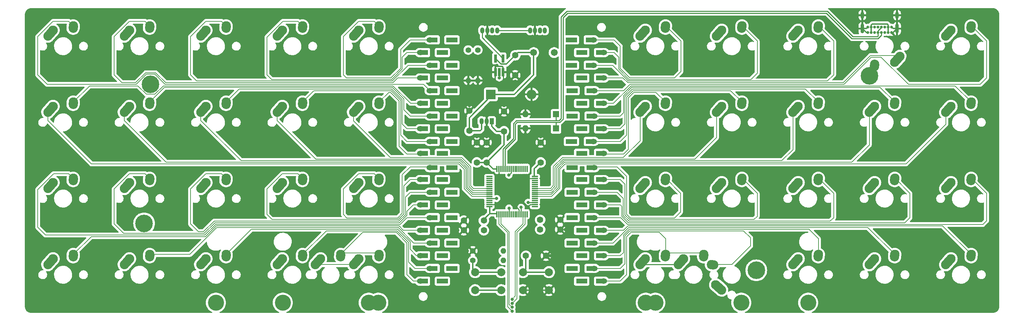
<source format=gbr>
%TF.GenerationSoftware,KiCad,Pcbnew,(7.0.0)*%
%TF.CreationDate,2024-04-29T17:21:40+02:00*%
%TF.ProjectId,LeSTMovoz revision,4c655354-4d6f-4766-9f7a-207265766973,rev?*%
%TF.SameCoordinates,Original*%
%TF.FileFunction,Copper,L1,Top*%
%TF.FilePolarity,Positive*%
%FSLAX46Y46*%
G04 Gerber Fmt 4.6, Leading zero omitted, Abs format (unit mm)*
G04 Created by KiCad (PCBNEW (7.0.0)) date 2024-04-29 17:21:40*
%MOMM*%
%LPD*%
G01*
G04 APERTURE LIST*
G04 Aperture macros list*
%AMRoundRect*
0 Rectangle with rounded corners*
0 $1 Rounding radius*
0 $2 $3 $4 $5 $6 $7 $8 $9 X,Y pos of 4 corners*
0 Add a 4 corners polygon primitive as box body*
4,1,4,$2,$3,$4,$5,$6,$7,$8,$9,$2,$3,0*
0 Add four circle primitives for the rounded corners*
1,1,$1+$1,$2,$3*
1,1,$1+$1,$4,$5*
1,1,$1+$1,$6,$7*
1,1,$1+$1,$8,$9*
0 Add four rect primitives between the rounded corners*
20,1,$1+$1,$2,$3,$4,$5,0*
20,1,$1+$1,$4,$5,$6,$7,0*
20,1,$1+$1,$6,$7,$8,$9,0*
20,1,$1+$1,$8,$9,$2,$3,0*%
%AMHorizOval*
0 Thick line with rounded ends*
0 $1 width*
0 $2 $3 position (X,Y) of the first rounded end (center of the circle)*
0 $4 $5 position (X,Y) of the second rounded end (center of the circle)*
0 Add line between two ends*
20,1,$1,$2,$3,$4,$5,0*
0 Add two circle primitives to create the rounded ends*
1,1,$1,$2,$3*
1,1,$1,$4,$5*%
G04 Aperture macros list end*
%TA.AperFunction,ComponentPad*%
%ADD10C,4.400000*%
%TD*%
%TA.AperFunction,ComponentPad*%
%ADD11R,1.778000X1.300000*%
%TD*%
%TA.AperFunction,SMDPad,CuDef*%
%ADD12R,1.400000X1.300000*%
%TD*%
%TA.AperFunction,ComponentPad*%
%ADD13O,1.778000X1.300000*%
%TD*%
%TA.AperFunction,ComponentPad*%
%ADD14C,2.000000*%
%TD*%
%TA.AperFunction,ComponentPad*%
%ADD15C,1.400000*%
%TD*%
%TA.AperFunction,ComponentPad*%
%ADD16O,1.400000X1.400000*%
%TD*%
%TA.AperFunction,ComponentPad*%
%ADD17C,1.710000*%
%TD*%
%TA.AperFunction,ComponentPad*%
%ADD18C,1.600000*%
%TD*%
%TA.AperFunction,ComponentPad*%
%ADD19HorizOval,2.300000X0.655008X0.729993X-0.655008X-0.729993X0*%
%TD*%
%TA.AperFunction,ComponentPad*%
%ADD20C,2.300000*%
%TD*%
%TA.AperFunction,ComponentPad*%
%ADD21HorizOval,2.300000X0.020004X0.290000X-0.020004X-0.290000X0*%
%TD*%
%TA.AperFunction,ComponentPad*%
%ADD22C,4.000000*%
%TD*%
%TA.AperFunction,ComponentPad*%
%ADD23R,1.600000X1.600000*%
%TD*%
%TA.AperFunction,ComponentPad*%
%ADD24O,1.600000X1.600000*%
%TD*%
%TA.AperFunction,ComponentPad*%
%ADD25R,2.400000X2.400000*%
%TD*%
%TA.AperFunction,ComponentPad*%
%ADD26O,2.400000X2.400000*%
%TD*%
%TA.AperFunction,ComponentPad*%
%ADD27R,1.050000X1.500000*%
%TD*%
%TA.AperFunction,ComponentPad*%
%ADD28O,1.050000X1.500000*%
%TD*%
%TA.AperFunction,SMDPad,CuDef*%
%ADD29R,0.650000X2.000000*%
%TD*%
%TA.AperFunction,ComponentPad*%
%ADD30HorizOval,2.300000X-0.729993X0.655008X0.729993X-0.655008X0*%
%TD*%
%TA.AperFunction,ComponentPad*%
%ADD31HorizOval,2.300000X-0.290000X0.020004X0.290000X-0.020004X0*%
%TD*%
%TA.AperFunction,ComponentPad*%
%ADD32HorizOval,2.300000X-0.655008X-0.729993X0.655008X0.729993X0*%
%TD*%
%TA.AperFunction,ComponentPad*%
%ADD33HorizOval,2.300000X-0.020004X-0.290000X0.020004X0.290000X0*%
%TD*%
%TA.AperFunction,SMDPad,CuDef*%
%ADD34RoundRect,0.075000X0.075000X-0.700000X0.075000X0.700000X-0.075000X0.700000X-0.075000X-0.700000X0*%
%TD*%
%TA.AperFunction,SMDPad,CuDef*%
%ADD35RoundRect,0.075000X0.700000X-0.075000X0.700000X0.075000X-0.700000X0.075000X-0.700000X-0.075000X0*%
%TD*%
%TA.AperFunction,ComponentPad*%
%ADD36O,1.000000X1.500000*%
%TD*%
%TA.AperFunction,ComponentPad*%
%ADD37C,0.700000*%
%TD*%
%TA.AperFunction,ComponentPad*%
%ADD38O,0.900000X1.700000*%
%TD*%
%TA.AperFunction,ComponentPad*%
%ADD39O,0.900000X2.400000*%
%TD*%
%TA.AperFunction,ViaPad*%
%ADD40C,0.800000*%
%TD*%
%TA.AperFunction,Conductor*%
%ADD41C,0.200000*%
%TD*%
%TA.AperFunction,Conductor*%
%ADD42C,0.380000*%
%TD*%
%TA.AperFunction,Conductor*%
%ADD43C,0.250000*%
%TD*%
G04 APERTURE END LIST*
D10*
%TO.P,,1*%
%TO.N,N/C*%
X55137500Y-42862500D03*
%TD*%
D11*
%TO.P,D6,1,K*%
%TO.N,ROW0*%
X159543749Y-31749999D03*
D12*
X160768749Y-31749999D03*
%TO.P,D6,2,A*%
%TO.N,Net-(D6-A)*%
X164318749Y-31749999D03*
D13*
X165543749Y-31749999D03*
%TD*%
D14*
%TO.P,SW2,1,A*%
%TO.N,NRST*%
X147962500Y-89825000D03*
X154462500Y-89825000D03*
%TO.P,SW2,2,B*%
%TO.N,GND*%
X147962500Y-94325000D03*
X154462500Y-94325000D03*
%TD*%
D15*
%TO.P,R4,1*%
%TO.N,GND*%
X135478264Y-84517916D03*
D16*
%TO.P,R4,2*%
%TO.N,Net-(R3-Pad2)*%
X143098263Y-84517915D03*
%TD*%
D17*
%TO.P,F1,1*%
%TO.N,VBUS*%
X155743750Y-34934000D03*
%TO.P,F1,2*%
%TO.N,+5V*%
X150643750Y-34934000D03*
%TD*%
D18*
%TO.P,C9,1*%
%TO.N,+3V3*%
X152400000Y-62396757D03*
%TO.P,C9,2*%
%TO.N,GND*%
X152400000Y-57396757D03*
%TD*%
D19*
%TO.P,MX24,1,1*%
%TO.N,COL3*%
X87332507Y-68167506D03*
D20*
X87987500Y-67437500D03*
D21*
%TO.P,MX24,2,2*%
%TO.N,Net-(D24-A)*%
X93007503Y-66647499D03*
D20*
X93027500Y-66357500D03*
%TD*%
D19*
%TO.P,MX10,1,1*%
%TO.N,COL9*%
X254020007Y-30067506D03*
D20*
X254675000Y-29337500D03*
D21*
%TO.P,MX10,2,2*%
%TO.N,Net-(D10-A)*%
X259695003Y-28547499D03*
D20*
X259715000Y-28257500D03*
%TD*%
D15*
%TO.P,R1,1*%
%TO.N,/CC1*%
X136725000Y-34290000D03*
D16*
%TO.P,R1,2*%
%TO.N,GND*%
X136724999Y-41909999D03*
%TD*%
D19*
%TO.P,MX19,1,1*%
%TO.N,COL8*%
X234970007Y-49117506D03*
D20*
X235625000Y-48387500D03*
D21*
%TO.P,MX19,2,2*%
%TO.N,Net-(D19-A)*%
X240645003Y-47597499D03*
D20*
X240665000Y-47307500D03*
%TD*%
D19*
%TO.P,MX5,1,1*%
%TO.N,COL4*%
X106382507Y-30067506D03*
D20*
X107037500Y-29337500D03*
D21*
%TO.P,MX5,2,2*%
%TO.N,Net-(D5-A)*%
X112057503Y-28547499D03*
D20*
X112077500Y-28257500D03*
%TD*%
D19*
%TO.P,MX6,1,1*%
%TO.N,COL5*%
X177820007Y-30067506D03*
D20*
X178475000Y-29337500D03*
D21*
%TO.P,MX6,2,2*%
%TO.N,Net-(D6-A)*%
X183495003Y-28547499D03*
D20*
X183515000Y-28257500D03*
%TD*%
D11*
%TO.P,D4,1,K*%
%TO.N,ROW0*%
X128412499Y-34924999D03*
D12*
X127187499Y-34924999D03*
%TO.P,D4,2,A*%
%TO.N,Net-(D4-A)*%
X123637499Y-34924999D03*
D13*
X122412499Y-34924999D03*
%TD*%
D19*
%TO.P,MX21,1,1*%
%TO.N,COL0*%
X30182507Y-68167506D03*
D20*
X30837500Y-67437500D03*
D21*
%TO.P,MX21,2,2*%
%TO.N,Net-(D21-A)*%
X35857503Y-66647499D03*
D20*
X35877500Y-66357500D03*
%TD*%
D10*
%TO.P,H6,1*%
%TO.N,N/C*%
X234387500Y-40736500D03*
%TD*%
D22*
%TO.P,S1,*%
%TO.N,*%
X202406250Y-97472500D03*
X178593750Y-97472500D03*
%TD*%
D18*
%TO.P,C6,1*%
%TO.N,+3V3*%
X136475000Y-62396757D03*
%TO.P,C6,2*%
%TO.N,GND*%
X136475000Y-57396757D03*
%TD*%
D19*
%TO.P,MX4,1,1*%
%TO.N,COL3*%
X87332507Y-30067506D03*
D20*
X87987500Y-29337500D03*
D21*
%TO.P,MX4,2,2*%
%TO.N,Net-(D4-A)*%
X93007503Y-28547499D03*
D20*
X93027500Y-28257500D03*
%TD*%
D18*
%TO.P,C7,1*%
%TO.N,+3V3*%
X138224728Y-79368071D03*
%TO.P,C7,2*%
%TO.N,GND*%
X133224728Y-79368071D03*
%TD*%
D19*
%TO.P,MX37,1,1*%
%TO.N,COL5*%
X177820007Y-87217506D03*
D20*
X178475000Y-86487500D03*
D21*
%TO.P,MX37,2,2*%
%TO.N,Net-(D36-A)*%
X183495003Y-85697499D03*
D20*
X183515000Y-85407500D03*
%TD*%
D19*
%TO.P,MX20,1,1*%
%TO.N,COL9*%
X254020007Y-49117506D03*
D20*
X254675000Y-48387500D03*
D21*
%TO.P,MX20,2,2*%
%TO.N,Net-(D20-A)*%
X259695003Y-47597499D03*
D20*
X259715000Y-47307500D03*
%TD*%
D22*
%TO.P,S2,*%
%TO.N,*%
X219075000Y-97472500D03*
X180975000Y-97472500D03*
%TD*%
D11*
%TO.P,D12,1,K*%
%TO.N,ROW1*%
X130793749Y-50799999D03*
D12*
X129568749Y-50799999D03*
%TO.P,D12,2,A*%
%TO.N,Net-(D12-A)*%
X126018749Y-50799999D03*
D13*
X124793749Y-50799999D03*
%TD*%
D19*
%TO.P,MX27,1,1*%
%TO.N,COL6*%
X196870007Y-68167506D03*
D20*
X197525000Y-67437500D03*
D21*
%TO.P,MX27,2,2*%
%TO.N,Net-(D27-A)*%
X202545003Y-66647499D03*
D20*
X202565000Y-66357500D03*
%TD*%
D19*
%TO.P,MX1,1,1*%
%TO.N,COL0*%
X30182507Y-30067506D03*
D20*
X30837500Y-29337500D03*
D21*
%TO.P,MX1,2,2*%
%TO.N,Net-(D1-A)*%
X35857503Y-28547499D03*
D20*
X35877500Y-28257500D03*
%TD*%
D19*
%TO.P,MX38,1,1*%
%TO.N,COL5*%
X187345007Y-87217506D03*
D20*
X188000000Y-86487500D03*
D21*
%TO.P,MX38,2,2*%
%TO.N,Net-(D36-A)*%
X193020003Y-85697499D03*
D20*
X193040000Y-85407500D03*
%TD*%
D23*
%TO.P,D45,1,K*%
%TO.N,D_N*%
X156209999Y-53899999D03*
D24*
%TO.P,D45,2,A*%
%TO.N,GND*%
X148589999Y-53899999D03*
%TD*%
D19*
%TO.P,MX12,1,1*%
%TO.N,COL1*%
X49232507Y-49117506D03*
D20*
X49887500Y-48387500D03*
D21*
%TO.P,MX12,2,2*%
%TO.N,Net-(D12-A)*%
X54907503Y-47597499D03*
D20*
X54927500Y-47307500D03*
%TD*%
D11*
%TO.P,D3,1,K*%
%TO.N,ROW0*%
X130793749Y-38099999D03*
D12*
X129568749Y-38099999D03*
%TO.P,D3,2,A*%
%TO.N,Net-(D3-A)*%
X126018749Y-38099999D03*
D13*
X124793749Y-38099999D03*
%TD*%
D11*
%TO.P,D8,1,K*%
%TO.N,ROW0*%
X159543749Y-38099999D03*
D12*
X160768749Y-38099999D03*
%TO.P,D8,2,A*%
%TO.N,Net-(D8-A)*%
X164318749Y-38099999D03*
D13*
X165543749Y-38099999D03*
%TD*%
D11*
%TO.P,D16,1,K*%
%TO.N,ROW1*%
X162099999Y-60124999D03*
D12*
X163324999Y-60124999D03*
%TO.P,D16,2,A*%
%TO.N,Net-(D16-A)*%
X166874999Y-60124999D03*
D13*
X168099999Y-60124999D03*
%TD*%
D19*
%TO.P,MX34,1,1*%
%TO.N,COL3*%
X87332507Y-87217506D03*
D20*
X87987500Y-86487500D03*
D21*
%TO.P,MX34,2,2*%
%TO.N,Net-(D34-A)*%
X93007503Y-85697499D03*
D20*
X93027500Y-85407500D03*
%TD*%
D18*
%TO.P,C1,1*%
%TO.N,GND*%
X134625429Y-49502571D03*
%TO.P,C1,2*%
%TO.N,+5V*%
X134625429Y-54502571D03*
%TD*%
D11*
%TO.P,D9,1,K*%
%TO.N,ROW0*%
X162099999Y-41274999D03*
D12*
X163324999Y-41274999D03*
%TO.P,D9,2,A*%
%TO.N,Net-(D9-A)*%
X166874999Y-41274999D03*
D13*
X168099999Y-41274999D03*
%TD*%
D11*
%TO.P,D24,1,K*%
%TO.N,ROW2*%
X128412499Y-66674999D03*
D12*
X127187499Y-66674999D03*
%TO.P,D24,2,A*%
%TO.N,Net-(D24-A)*%
X123637499Y-66674999D03*
D13*
X122412499Y-66674999D03*
%TD*%
D19*
%TO.P,MX41,1,1*%
%TO.N,COL8*%
X234970007Y-87217506D03*
D20*
X235625000Y-86487500D03*
D21*
%TO.P,MX41,2,2*%
%TO.N,Net-(D39-A)*%
X240645003Y-85697499D03*
D20*
X240665000Y-85407500D03*
%TD*%
D11*
%TO.P,D38,1,K*%
%TO.N,ROW3*%
X162099999Y-85724999D03*
D12*
X163324999Y-85724999D03*
%TO.P,D38,2,A*%
%TO.N,Net-(D38-A)*%
X166874999Y-85724999D03*
D13*
X168099999Y-85724999D03*
%TD*%
D11*
%TO.P,D29,1,K*%
%TO.N,ROW2*%
X162099999Y-73024999D03*
D12*
X163324999Y-73024999D03*
%TO.P,D29,2,A*%
%TO.N,Net-(D29-A)*%
X166874999Y-73024999D03*
D13*
X168099999Y-73024999D03*
%TD*%
D15*
%TO.P,R2,1*%
%TO.N,/CC2*%
X134343750Y-34290000D03*
D16*
%TO.P,R2,2*%
%TO.N,GND*%
X134343749Y-41909999D03*
%TD*%
D19*
%TO.P,MX28,1,1*%
%TO.N,COL7*%
X215920007Y-68167506D03*
D20*
X216575000Y-67437500D03*
D21*
%TO.P,MX28,2,2*%
%TO.N,Net-(D28-A)*%
X221595003Y-66647499D03*
D20*
X221615000Y-66357500D03*
%TD*%
D19*
%TO.P,MX8,1,1*%
%TO.N,COL7*%
X215920007Y-30067506D03*
D20*
X216575000Y-29337500D03*
D21*
%TO.P,MX8,2,2*%
%TO.N,Net-(D8-A)*%
X221595003Y-28547499D03*
D20*
X221615000Y-28257500D03*
%TD*%
D11*
%TO.P,D18,1,K*%
%TO.N,ROW1*%
X162099999Y-53974999D03*
D12*
X163324999Y-53974999D03*
%TO.P,D18,2,A*%
%TO.N,Net-(D18-A)*%
X166874999Y-53974999D03*
D13*
X168099999Y-53974999D03*
%TD*%
D19*
%TO.P,MX18,1,1*%
%TO.N,COL7*%
X215920007Y-49117506D03*
D20*
X216575000Y-48387500D03*
D21*
%TO.P,MX18,2,2*%
%TO.N,Net-(D18-A)*%
X221595003Y-47597499D03*
D20*
X221615000Y-47307500D03*
%TD*%
D11*
%TO.P,D7,1,K*%
%TO.N,ROW0*%
X162099999Y-34924999D03*
D12*
X163324999Y-34924999D03*
%TO.P,D7,2,A*%
%TO.N,Net-(D7-A)*%
X166874999Y-34924999D03*
D13*
X168099999Y-34924999D03*
%TD*%
D11*
%TO.P,D34,1,K*%
%TO.N,ROW3*%
X130793749Y-88899999D03*
D12*
X129568749Y-88899999D03*
%TO.P,D34,2,A*%
%TO.N,Net-(D34-A)*%
X126018749Y-88899999D03*
D13*
X124793749Y-88899999D03*
%TD*%
D11*
%TO.P,D20,1,K*%
%TO.N,ROW1*%
X162099999Y-47624999D03*
D12*
X163324999Y-47624999D03*
%TO.P,D20,2,A*%
%TO.N,Net-(D20-A)*%
X166874999Y-47624999D03*
D13*
X168099999Y-47624999D03*
%TD*%
D19*
%TO.P,MX33,1,1*%
%TO.N,COL2*%
X68282507Y-87217506D03*
D20*
X68937500Y-86487500D03*
D21*
%TO.P,MX33,2,2*%
%TO.N,Net-(D33-A)*%
X73957503Y-85697499D03*
D20*
X73977500Y-85407500D03*
%TD*%
D11*
%TO.P,D13,1,K*%
%TO.N,ROW1*%
X128412499Y-53974999D03*
D12*
X127187499Y-53974999D03*
%TO.P,D13,2,A*%
%TO.N,Net-(D13-A)*%
X123637499Y-53974999D03*
D13*
X122412499Y-53974999D03*
%TD*%
D25*
%TO.P,D43,1,A1*%
%TO.N,+5V*%
X139987677Y-45367783D03*
D26*
%TO.P,D43,2,A2*%
%TO.N,GND*%
X150147677Y-45367783D03*
%TD*%
D11*
%TO.P,D15,1,K*%
%TO.N,ROW1*%
X128412499Y-60124999D03*
D12*
X127187499Y-60124999D03*
%TO.P,D15,2,A*%
%TO.N,Net-(D15-A)*%
X123637499Y-60124999D03*
D13*
X122412499Y-60124999D03*
%TD*%
D19*
%TO.P,MX23,1,1*%
%TO.N,COL2*%
X68282507Y-68167506D03*
D20*
X68937500Y-67437500D03*
D21*
%TO.P,MX23,2,2*%
%TO.N,Net-(D23-A)*%
X73957503Y-66647499D03*
D20*
X73977500Y-66357500D03*
%TD*%
D11*
%TO.P,D33,1,K*%
%TO.N,ROW3*%
X128412499Y-85724999D03*
D12*
X127187499Y-85724999D03*
%TO.P,D33,2,A*%
%TO.N,Net-(D33-A)*%
X123637499Y-85724999D03*
D13*
X122412499Y-85724999D03*
%TD*%
D11*
%TO.P,D10,1,K*%
%TO.N,ROW0*%
X159718749Y-44449999D03*
D12*
X160943749Y-44449999D03*
%TO.P,D10,2,A*%
%TO.N,Net-(D10-A)*%
X164493749Y-44449999D03*
D13*
X165718749Y-44449999D03*
%TD*%
D11*
%TO.P,D36,1,K*%
%TO.N,ROW3*%
X162099999Y-92074999D03*
D12*
X163324999Y-92074999D03*
%TO.P,D36,2,A*%
%TO.N,Net-(D36-A)*%
X166874999Y-92074999D03*
D13*
X168099999Y-92074999D03*
%TD*%
D19*
%TO.P,MX14,1,1*%
%TO.N,COL3*%
X87332507Y-49117506D03*
D20*
X87987500Y-48387500D03*
D21*
%TO.P,MX14,2,2*%
%TO.N,Net-(D14-A)*%
X93007503Y-47597499D03*
D20*
X93027500Y-47307500D03*
%TD*%
D11*
%TO.P,D19,1,K*%
%TO.N,ROW1*%
X159718749Y-50799999D03*
D12*
X160943749Y-50799999D03*
%TO.P,D19,2,A*%
%TO.N,Net-(D19-A)*%
X164493749Y-50799999D03*
D13*
X165718749Y-50799999D03*
%TD*%
D11*
%TO.P,D5,1,K*%
%TO.N,ROW0*%
X130793749Y-31749999D03*
D12*
X129568749Y-31749999D03*
%TO.P,D5,2,A*%
%TO.N,Net-(D5-A)*%
X126018749Y-31749999D03*
D13*
X124793749Y-31749999D03*
%TD*%
D27*
%TO.P,U2,1,VO*%
%TO.N,+3V3*%
X140176249Y-52091987D03*
D28*
%TO.P,U2,2,GND*%
%TO.N,GND*%
X138906249Y-52091987D03*
%TO.P,U2,3,VI*%
%TO.N,+5V*%
X137636249Y-52091987D03*
%TD*%
D18*
%TO.P,C11,1*%
%TO.N,+3V3*%
X138906250Y-62396757D03*
%TO.P,C11,2*%
%TO.N,GND*%
X138906250Y-57396757D03*
%TD*%
D22*
%TO.P,S3,*%
%TO.N,*%
X109537500Y-97472500D03*
X71437500Y-97472500D03*
%TD*%
D11*
%TO.P,D23,1,K*%
%TO.N,ROW2*%
X130793749Y-69849999D03*
D12*
X129568749Y-69849999D03*
%TO.P,D23,2,A*%
%TO.N,Net-(D23-A)*%
X126018749Y-69849999D03*
D13*
X124793749Y-69849999D03*
%TD*%
D19*
%TO.P,MX17,1,1*%
%TO.N,COL6*%
X196870007Y-49117506D03*
D20*
X197525000Y-48387500D03*
D21*
%TO.P,MX17,2,2*%
%TO.N,Net-(D17-A)*%
X202545003Y-47597499D03*
D20*
X202565000Y-47307500D03*
%TD*%
D11*
%TO.P,D27,1,K*%
%TO.N,ROW2*%
X162099999Y-66674999D03*
D12*
X163324999Y-66674999D03*
%TO.P,D27,2,A*%
%TO.N,Net-(D27-A)*%
X166874999Y-66674999D03*
D13*
X168099999Y-66674999D03*
%TD*%
D11*
%TO.P,D2,1,K*%
%TO.N,ROW0*%
X128412499Y-41274999D03*
D12*
X127187499Y-41274999D03*
%TO.P,D2,2,A*%
%TO.N,Net-(D2-A)*%
X123637499Y-41274999D03*
D13*
X122412499Y-41274999D03*
%TD*%
D18*
%TO.P,C10,1*%
%TO.N,+3V3*%
X152268053Y-76738522D03*
%TO.P,C10,2*%
%TO.N,GND*%
X157268053Y-76738522D03*
%TD*%
D19*
%TO.P,MX16,1,1*%
%TO.N,COL5*%
X177820007Y-49117506D03*
D20*
X178475000Y-48387500D03*
D21*
%TO.P,MX16,2,2*%
%TO.N,Net-(D16-A)*%
X183495003Y-47597499D03*
D20*
X183515000Y-47307500D03*
%TD*%
D11*
%TO.P,D39,1,K*%
%TO.N,ROW3*%
X159718749Y-82549999D03*
D12*
X160943749Y-82549999D03*
%TO.P,D39,2,A*%
%TO.N,Net-(D39-A)*%
X164493749Y-82549999D03*
D13*
X165718749Y-82549999D03*
%TD*%
D11*
%TO.P,D17,1,K*%
%TO.N,ROW1*%
X159543749Y-57149999D03*
D12*
X160768749Y-57149999D03*
%TO.P,D17,2,A*%
%TO.N,Net-(D17-A)*%
X164318749Y-57149999D03*
D13*
X165543749Y-57149999D03*
%TD*%
D19*
%TO.P,MX31,1,1*%
%TO.N,COL0*%
X30182507Y-87217506D03*
D20*
X30837500Y-86487500D03*
D21*
%TO.P,MX31,2,2*%
%TO.N,Net-(D31-A)*%
X35857503Y-85697499D03*
D20*
X35877500Y-85407500D03*
%TD*%
D22*
%TO.P,S4,*%
%TO.N,*%
X111918750Y-97472500D03*
X88106250Y-97472500D03*
%TD*%
D11*
%TO.P,D40,1,K*%
%TO.N,ROW3*%
X162099999Y-79374999D03*
D12*
X163324999Y-79374999D03*
%TO.P,D40,2,A*%
%TO.N,Net-(D40-A)*%
X166874999Y-79374999D03*
D13*
X168099999Y-79374999D03*
%TD*%
D19*
%TO.P,MX26,1,1*%
%TO.N,COL5*%
X177820007Y-68167506D03*
D20*
X178475000Y-67437500D03*
D21*
%TO.P,MX26,2,2*%
%TO.N,Net-(D26-A)*%
X183495003Y-66647499D03*
D20*
X183515000Y-66357500D03*
%TD*%
D11*
%TO.P,D1,1,K*%
%TO.N,ROW0*%
X130793749Y-44449999D03*
D12*
X129568749Y-44449999D03*
%TO.P,D1,2,A*%
%TO.N,Net-(D1-A)*%
X126018749Y-44449999D03*
D13*
X124793749Y-44449999D03*
%TD*%
D15*
%TO.P,R3,1*%
%TO.N,BOOT0*%
X135478264Y-86899166D03*
D16*
%TO.P,R3,2*%
%TO.N,Net-(R3-Pad2)*%
X143098263Y-86899165D03*
%TD*%
D11*
%TO.P,D30,1,K*%
%TO.N,ROW2*%
X159718749Y-76199999D03*
D12*
X160943749Y-76199999D03*
%TO.P,D30,2,A*%
%TO.N,Net-(D30-A)*%
X164493749Y-76199999D03*
D13*
X165718749Y-76199999D03*
%TD*%
D18*
%TO.P,C8,1*%
%TO.N,+3V3*%
X138224728Y-76936821D03*
%TO.P,C8,2*%
%TO.N,GND*%
X133224728Y-76936821D03*
%TD*%
D19*
%TO.P,MX32,1,1*%
%TO.N,COL1*%
X49232507Y-87217506D03*
D20*
X49887500Y-86487500D03*
D21*
%TO.P,MX32,2,2*%
%TO.N,Net-(D32-A)*%
X54907503Y-85697499D03*
D20*
X54927500Y-85407500D03*
%TD*%
D29*
%TO.P,U3,1*%
%TO.N,GND*%
X141131249Y-39809999D03*
%TO.P,U3,2*%
%TO.N,RGB MCU*%
X142081249Y-39809999D03*
%TO.P,U3,3,GND*%
%TO.N,GND*%
X143031249Y-39809999D03*
%TO.P,U3,4*%
%TO.N,RGBin*%
X143031249Y-36389999D03*
%TO.P,U3,5,+5V*%
%TO.N,+5V*%
X141131249Y-36389999D03*
%TD*%
D11*
%TO.P,D31,1,K*%
%TO.N,ROW3*%
X128412499Y-79374999D03*
D12*
X127187499Y-79374999D03*
%TO.P,D31,2,A*%
%TO.N,Net-(D31-A)*%
X123637499Y-79374999D03*
D13*
X122412499Y-79374999D03*
%TD*%
D19*
%TO.P,MX3,1,1*%
%TO.N,COL2*%
X68282507Y-30067506D03*
D20*
X68937500Y-29337500D03*
D21*
%TO.P,MX3,2,2*%
%TO.N,Net-(D3-A)*%
X73957503Y-28547499D03*
D20*
X73977500Y-28257500D03*
%TD*%
D11*
%TO.P,D28,1,K*%
%TO.N,ROW2*%
X159718749Y-69849999D03*
D12*
X160943749Y-69849999D03*
%TO.P,D28,2,A*%
%TO.N,Net-(D28-A)*%
X164493749Y-69849999D03*
D13*
X165718749Y-69849999D03*
%TD*%
D19*
%TO.P,MX29,1,1*%
%TO.N,COL8*%
X234970007Y-68167506D03*
D20*
X235625000Y-67437500D03*
D21*
%TO.P,MX29,2,2*%
%TO.N,Net-(D29-A)*%
X240645003Y-66647499D03*
D20*
X240665000Y-66357500D03*
%TD*%
D30*
%TO.P,MX39,1,1*%
%TO.N,COL6*%
X196755006Y-93642491D03*
D20*
X196025000Y-92987500D03*
D31*
%TO.P,MX39,2,2*%
%TO.N,Net-(D37-A)*%
X195234999Y-87967495D03*
D20*
X194945000Y-87947500D03*
%TD*%
D11*
%TO.P,D11,1,K*%
%TO.N,ROW1*%
X128412499Y-47624999D03*
D12*
X127187499Y-47624999D03*
%TO.P,D11,2,A*%
%TO.N,Net-(D11-A)*%
X123637499Y-47624999D03*
D13*
X122412499Y-47624999D03*
%TD*%
D19*
%TO.P,MX7,1,1*%
%TO.N,COL6*%
X196870007Y-30067506D03*
D20*
X197525000Y-29337500D03*
D21*
%TO.P,MX7,2,2*%
%TO.N,Net-(D7-A)*%
X202545003Y-28547499D03*
D20*
X202565000Y-28257500D03*
%TD*%
D19*
%TO.P,MX22,1,1*%
%TO.N,COL1*%
X49232507Y-68167506D03*
D20*
X49887500Y-67437500D03*
D21*
%TO.P,MX22,2,2*%
%TO.N,Net-(D22-A)*%
X54907503Y-66647499D03*
D20*
X54927500Y-66357500D03*
%TD*%
D32*
%TO.P,MX9,1,1*%
%TO.N,Net-(D9-A)*%
X241279991Y-36607492D03*
D20*
X240625000Y-37337500D03*
D33*
%TO.P,MX9,2,2*%
%TO.N,COL8*%
X235604995Y-38127499D03*
D20*
X235585000Y-38417500D03*
%TD*%
D18*
%TO.P,C4,1*%
%TO.N,NRST*%
X148712500Y-85725000D03*
%TO.P,C4,2*%
%TO.N,GND*%
X153712500Y-85725000D03*
%TD*%
D11*
%TO.P,D37,1,K*%
%TO.N,ROW3*%
X159718749Y-88899999D03*
D12*
X160943749Y-88899999D03*
%TO.P,D37,2,A*%
%TO.N,Net-(D37-A)*%
X164493749Y-88899999D03*
D13*
X165718749Y-88899999D03*
%TD*%
D11*
%TO.P,D21,1,K*%
%TO.N,ROW2*%
X130793749Y-76199999D03*
D12*
X129568749Y-76199999D03*
%TO.P,D21,2,A*%
%TO.N,Net-(D21-A)*%
X126018749Y-76199999D03*
D13*
X124793749Y-76199999D03*
%TD*%
D18*
%TO.P,C5,1*%
%TO.N,+3V3*%
X152268053Y-79169772D03*
%TO.P,C5,2*%
%TO.N,GND*%
X157268053Y-79169772D03*
%TD*%
D19*
%TO.P,MX15,1,1*%
%TO.N,COL4*%
X106382507Y-49117506D03*
D20*
X107037500Y-48387500D03*
D21*
%TO.P,MX15,2,2*%
%TO.N,Net-(D15-A)*%
X112057503Y-47597499D03*
D20*
X112077500Y-47307500D03*
%TD*%
D10*
%TO.P,,1*%
%TO.N,N/C*%
X206137500Y-89371500D03*
%TD*%
%TO.P,,1*%
%TO.N,N/C*%
X53537500Y-77636500D03*
%TD*%
D19*
%TO.P,MX25,1,1*%
%TO.N,COL4*%
X106382507Y-68167506D03*
D20*
X107037500Y-67437500D03*
D21*
%TO.P,MX25,2,2*%
%TO.N,Net-(D25-A)*%
X112057503Y-66647499D03*
D20*
X112077500Y-66357500D03*
%TD*%
D19*
%TO.P,MX36,1,1*%
%TO.N,COL4*%
X96857507Y-87217506D03*
D20*
X97512500Y-86487500D03*
D21*
%TO.P,MX36,2,2*%
%TO.N,Net-(D35-A)*%
X102532503Y-85697499D03*
D20*
X102552500Y-85407500D03*
%TD*%
D19*
%TO.P,MX13,1,1*%
%TO.N,COL2*%
X68282507Y-49117506D03*
D20*
X68937500Y-48387500D03*
D21*
%TO.P,MX13,2,2*%
%TO.N,Net-(D13-A)*%
X73957503Y-47597499D03*
D20*
X73977500Y-47307500D03*
%TD*%
D34*
%TO.P,U1,1,VBAT*%
%TO.N,+3V3*%
X141506250Y-75343597D03*
%TO.P,U1,2,PC13*%
%TO.N,ROW0*%
X142006250Y-75343597D03*
%TO.P,U1,3,PC14*%
%TO.N,ROW1*%
X142506250Y-75343597D03*
%TO.P,U1,4,PC15*%
%TO.N,unconnected-(U1-PC15-Pad4)*%
X143006250Y-75343597D03*
%TO.P,U1,5,PF0*%
%TO.N,unconnected-(U1-PF0-Pad5)*%
X143506250Y-75343597D03*
%TO.P,U1,6,PF1*%
%TO.N,unconnected-(U1-PF1-Pad6)*%
X144006250Y-75343597D03*
%TO.P,U1,7,NRST*%
%TO.N,NRST*%
X144506250Y-75343597D03*
%TO.P,U1,8,PC0*%
%TO.N,unconnected-(U1-PC0-Pad8)*%
X145006250Y-75343597D03*
%TO.P,U1,9,PC1*%
%TO.N,unconnected-(U1-PC1-Pad9)*%
X145506250Y-75343597D03*
%TO.P,U1,10,PC2*%
%TO.N,unconnected-(U1-PC2-Pad10)*%
X146006250Y-75343597D03*
%TO.P,U1,11,PC3*%
%TO.N,unconnected-(U1-PC3-Pad11)*%
X146506250Y-75343597D03*
%TO.P,U1,12,VSSA*%
%TO.N,GND*%
X147006250Y-75343597D03*
%TO.P,U1,13,VDDA*%
%TO.N,+3V3*%
X147506250Y-75343597D03*
%TO.P,U1,14,PA0*%
%TO.N,ROW3*%
X148006250Y-75343597D03*
%TO.P,U1,15,PA1*%
%TO.N,ROW2*%
X148506250Y-75343597D03*
%TO.P,U1,16,PA2*%
%TO.N,unconnected-(U1-PA2-Pad16)*%
X149006250Y-75343597D03*
D35*
%TO.P,U1,17,PA3*%
%TO.N,unconnected-(U1-PA3-Pad17)*%
X150931250Y-73418597D03*
%TO.P,U1,18,VSS*%
%TO.N,GND*%
X150931250Y-72918597D03*
%TO.P,U1,19,VDD*%
%TO.N,+3V3*%
X150931250Y-72418597D03*
%TO.P,U1,20,PA4*%
%TO.N,unconnected-(U1-PA4-Pad20)*%
X150931250Y-71918597D03*
%TO.P,U1,21,PA5*%
%TO.N,unconnected-(U1-PA5-Pad21)*%
X150931250Y-71418597D03*
%TO.P,U1,22,PA6*%
%TO.N,COL9*%
X150931250Y-70918597D03*
%TO.P,U1,23,PA7*%
%TO.N,COL8*%
X150931250Y-70418597D03*
%TO.P,U1,24,PC4*%
%TO.N,COL7*%
X150931250Y-69918597D03*
%TO.P,U1,25,PC5*%
%TO.N,COL6*%
X150931250Y-69418597D03*
%TO.P,U1,26,PB0*%
%TO.N,COL5*%
X150931250Y-68918597D03*
%TO.P,U1,27,PB1*%
%TO.N,unconnected-(U1-PB1-Pad27)*%
X150931250Y-68418597D03*
%TO.P,U1,28,PB2*%
%TO.N,unconnected-(U1-PB2-Pad28)*%
X150931250Y-67918597D03*
%TO.P,U1,29,PB10*%
%TO.N,unconnected-(U1-PB10-Pad29)*%
X150931250Y-67418597D03*
%TO.P,U1,30,PB11*%
%TO.N,unconnected-(U1-PB11-Pad30)*%
X150931250Y-66918597D03*
%TO.P,U1,31,VSS*%
%TO.N,GND*%
X150931250Y-66418597D03*
%TO.P,U1,32,VDD*%
%TO.N,+3V3*%
X150931250Y-65918597D03*
D34*
%TO.P,U1,33,PB12*%
%TO.N,unconnected-(U1-PB12-Pad33)*%
X149006250Y-63993597D03*
%TO.P,U1,34,PB13*%
%TO.N,unconnected-(U1-PB13-Pad34)*%
X148506250Y-63993597D03*
%TO.P,U1,35,PB14*%
%TO.N,unconnected-(U1-PB14-Pad35)*%
X148006250Y-63993597D03*
%TO.P,U1,36,PB15*%
%TO.N,unconnected-(U1-PB15-Pad36)*%
X147506250Y-63993597D03*
%TO.P,U1,37,PC6*%
%TO.N,unconnected-(U1-PC6-Pad37)*%
X147006250Y-63993597D03*
%TO.P,U1,38,PC7*%
%TO.N,unconnected-(U1-PC7-Pad38)*%
X146506250Y-63993597D03*
%TO.P,U1,39,PC8*%
%TO.N,unconnected-(U1-PC8-Pad39)*%
X146006250Y-63993597D03*
%TO.P,U1,40,PC9*%
%TO.N,unconnected-(U1-PC9-Pad40)*%
X145506250Y-63993597D03*
%TO.P,U1,41,PA8*%
%TO.N,RGB MCU*%
X145006250Y-63993597D03*
%TO.P,U1,42,PA9*%
%TO.N,unconnected-(U1-PA9-Pad42)*%
X144506250Y-63993597D03*
%TO.P,U1,43,PA10*%
%TO.N,unconnected-(U1-PA10-Pad43)*%
X144006250Y-63993597D03*
%TO.P,U1,44,PA11*%
%TO.N,D_N*%
X143506250Y-63993597D03*
%TO.P,U1,45,PA12*%
%TO.N,D_P*%
X143006250Y-63993597D03*
%TO.P,U1,46,PA13*%
%TO.N,unconnected-(U1-PA13-Pad46)*%
X142506250Y-63993597D03*
%TO.P,U1,47,VSS*%
%TO.N,GND*%
X142006250Y-63993597D03*
%TO.P,U1,48,VDDIO2*%
%TO.N,+3V3*%
X141506250Y-63993597D03*
D35*
%TO.P,U1,49,PA14*%
%TO.N,unconnected-(U1-PA14-Pad49)*%
X139581250Y-65918597D03*
%TO.P,U1,50,PA15*%
%TO.N,unconnected-(U1-PA15-Pad50)*%
X139581250Y-66418597D03*
%TO.P,U1,51,PC10*%
%TO.N,unconnected-(U1-PC10-Pad51)*%
X139581250Y-66918597D03*
%TO.P,U1,52,PC11*%
%TO.N,unconnected-(U1-PC11-Pad52)*%
X139581250Y-67418597D03*
%TO.P,U1,53,PC12*%
%TO.N,unconnected-(U1-PC12-Pad53)*%
X139581250Y-67918597D03*
%TO.P,U1,54,PD2*%
%TO.N,unconnected-(U1-PD2-Pad54)*%
X139581250Y-68418597D03*
%TO.P,U1,55,PB3*%
%TO.N,COL4*%
X139581250Y-68918597D03*
%TO.P,U1,56,PB4*%
%TO.N,COL3*%
X139581250Y-69418597D03*
%TO.P,U1,57,PB5*%
%TO.N,COL2*%
X139581250Y-69918597D03*
%TO.P,U1,58,PB6*%
%TO.N,COL1*%
X139581250Y-70418597D03*
%TO.P,U1,59,PB7*%
%TO.N,COL0*%
X139581250Y-70918597D03*
%TO.P,U1,60,BOOT0*%
%TO.N,BOOT0*%
X139581250Y-71418597D03*
%TO.P,U1,61,PB8*%
%TO.N,unconnected-(U1-PB8-Pad61)*%
X139581250Y-71918597D03*
%TO.P,U1,62,PB9*%
%TO.N,unconnected-(U1-PB9-Pad62)*%
X139581250Y-72418597D03*
%TO.P,U1,63,VSS*%
%TO.N,GND*%
X139581250Y-72918597D03*
%TO.P,U1,64,VDD*%
%TO.N,+3V3*%
X139581250Y-73418597D03*
%TD*%
D19*
%TO.P,MX40,1,1*%
%TO.N,COL7*%
X215920007Y-87217506D03*
D20*
X216575000Y-86487500D03*
D21*
%TO.P,MX40,2,2*%
%TO.N,Net-(D38-A)*%
X221595003Y-85697499D03*
D20*
X221615000Y-85407500D03*
%TD*%
D11*
%TO.P,D25,1,K*%
%TO.N,ROW2*%
X130793749Y-63699999D03*
D12*
X129568749Y-63699999D03*
%TO.P,D25,2,A*%
%TO.N,Net-(D25-A)*%
X126018749Y-63699999D03*
D13*
X124793749Y-63699999D03*
%TD*%
D11*
%TO.P,D22,1,K*%
%TO.N,ROW2*%
X128412499Y-73024999D03*
D12*
X127187499Y-73024999D03*
%TO.P,D22,2,A*%
%TO.N,Net-(D22-A)*%
X123637499Y-73024999D03*
D13*
X122412499Y-73024999D03*
%TD*%
D18*
%TO.P,C3,1*%
%TO.N,+5V*%
X146050000Y-35600000D03*
%TO.P,C3,2*%
%TO.N,GND*%
X146050000Y-40600000D03*
%TD*%
D19*
%TO.P,MX2,1,1*%
%TO.N,COL1*%
X49232507Y-30067506D03*
D20*
X49887500Y-29337500D03*
D21*
%TO.P,MX2,2,2*%
%TO.N,Net-(D2-A)*%
X54907503Y-28547499D03*
D20*
X54927500Y-28257500D03*
%TD*%
D11*
%TO.P,D32,1,K*%
%TO.N,ROW3*%
X130793749Y-82549999D03*
D12*
X129568749Y-82549999D03*
%TO.P,D32,2,A*%
%TO.N,Net-(D32-A)*%
X126018749Y-82549999D03*
D13*
X124793749Y-82549999D03*
%TD*%
D19*
%TO.P,MX11,1,1*%
%TO.N,COL0*%
X30182507Y-49117506D03*
D20*
X30837500Y-48387500D03*
D21*
%TO.P,MX11,2,2*%
%TO.N,Net-(D11-A)*%
X35857503Y-47597499D03*
D20*
X35877500Y-47307500D03*
%TD*%
D19*
%TO.P,MX42,1,1*%
%TO.N,COL9*%
X254020007Y-87217506D03*
D20*
X254675000Y-86487500D03*
D21*
%TO.P,MX42,2,2*%
%TO.N,Net-(D40-A)*%
X259695003Y-85697499D03*
D20*
X259715000Y-85407500D03*
%TD*%
D19*
%TO.P,MX30,1,1*%
%TO.N,COL9*%
X254020007Y-68167506D03*
D20*
X254675000Y-67437500D03*
D21*
%TO.P,MX30,2,2*%
%TO.N,Net-(D30-A)*%
X259695003Y-66647499D03*
D20*
X259715000Y-66357500D03*
%TD*%
D19*
%TO.P,MX35,1,1*%
%TO.N,COL4*%
X106382507Y-87217506D03*
D20*
X107037500Y-86487500D03*
D21*
%TO.P,MX35,2,2*%
%TO.N,Net-(D35-A)*%
X112057503Y-85697499D03*
D20*
X112077500Y-85407500D03*
%TD*%
D18*
%TO.P,C2,1*%
%TO.N,GND*%
X143250429Y-49600098D03*
%TO.P,C2,2*%
%TO.N,+3V3*%
X143250429Y-54600098D03*
%TD*%
D11*
%TO.P,D14,1,K*%
%TO.N,ROW1*%
X130793749Y-57149999D03*
D12*
X129568749Y-57149999D03*
%TO.P,D14,2,A*%
%TO.N,Net-(D14-A)*%
X126018749Y-57149999D03*
D13*
X124793749Y-57149999D03*
%TD*%
D14*
%TO.P,SW1,1,1*%
%TO.N,+3V3*%
X142550000Y-94325000D03*
X136050000Y-94325000D03*
%TO.P,SW1,2,2*%
%TO.N,BOOT0*%
X142550000Y-89825000D03*
X136050000Y-89825000D03*
%TD*%
D11*
%TO.P,D35,1,K*%
%TO.N,ROW3*%
X128412499Y-92074999D03*
D12*
X127187499Y-92074999D03*
%TO.P,D35,2,A*%
%TO.N,Net-(D35-A)*%
X123637499Y-92074999D03*
D13*
X122412499Y-92074999D03*
%TD*%
D23*
%TO.P,D44,1,K*%
%TO.N,D_P*%
X156209999Y-50349999D03*
D24*
%TO.P,D44,2,A*%
%TO.N,GND*%
X148589999Y-50349999D03*
%TD*%
D11*
%TO.P,D26,1,K*%
%TO.N,ROW2*%
X159718749Y-63699999D03*
D12*
X160943749Y-63699999D03*
%TO.P,D26,2,A*%
%TO.N,Net-(D26-A)*%
X164493749Y-63699999D03*
D13*
X165718749Y-63699999D03*
%TD*%
D36*
%TO.P,D41,1,VDD*%
%TO.N,GND*%
X139074999Y-29368749D03*
%TO.P,D41,2,DOUT*%
%TO.N,Net-(D41-DOUT)*%
X141549999Y-29368749D03*
%TO.P,D41,3,VSS*%
%TO.N,+5V*%
X140324999Y-29368749D03*
%TO.P,D41,4,DIN*%
%TO.N,RGBin*%
X137849999Y-29368749D03*
%TD*%
%TO.P,D42,1,VDD*%
%TO.N,GND*%
X150981249Y-29368749D03*
%TO.P,D42,2,DOUT*%
%TO.N,unconnected-(D42-DOUT-Pad2)*%
X153456249Y-29368749D03*
%TO.P,D42,3,VSS*%
%TO.N,+5V*%
X152231249Y-29368749D03*
%TO.P,D42,4,DIN*%
%TO.N,Net-(D41-DOUT)*%
X149756249Y-29368749D03*
%TD*%
D37*
%TO.P,J1,A1,GND*%
%TO.N,GND*%
X233938179Y-29918750D03*
%TO.P,J1,A4,VBUS*%
%TO.N,VBUS*%
X234788179Y-29918750D03*
%TO.P,J1,A5,CC1*%
%TO.N,/CC1*%
X235638179Y-29918750D03*
%TO.P,J1,A6,D+*%
%TO.N,D_P*%
X236488179Y-29918750D03*
%TO.P,J1,A7,D-*%
%TO.N,D_N*%
X237338179Y-29918750D03*
%TO.P,J1,A8,SBU1*%
%TO.N,unconnected-(J1-SBU1-PadA8)*%
X238188179Y-29918750D03*
%TO.P,J1,A9,VBUS*%
%TO.N,VBUS*%
X239038179Y-29918750D03*
%TO.P,J1,A12,GND*%
%TO.N,GND*%
X239888179Y-29918750D03*
%TO.P,J1,B1,GND*%
X239888179Y-28568750D03*
%TO.P,J1,B4,VBUS*%
%TO.N,VBUS*%
X239038179Y-28568750D03*
%TO.P,J1,B5,CC2*%
%TO.N,/CC2*%
X238188179Y-28568750D03*
%TO.P,J1,B6,D+*%
%TO.N,D_P*%
X237338179Y-28568750D03*
%TO.P,J1,B7,D-*%
%TO.N,D_N*%
X236488179Y-28568750D03*
%TO.P,J1,B8,SBU2*%
%TO.N,unconnected-(J1-SBU2-PadB8)*%
X235638179Y-28568750D03*
%TO.P,J1,B9,VBUS*%
%TO.N,VBUS*%
X234788179Y-28568750D03*
%TO.P,J1,B12,GND*%
%TO.N,GND*%
X233938179Y-28568750D03*
D38*
%TO.P,J1,S1,SHIELD*%
X232588178Y-25558749D03*
D39*
X232588178Y-28938749D03*
D38*
X241238178Y-25558749D03*
D39*
X241238178Y-28938749D03*
%TD*%
D40*
%TO.N,ROW0*%
X145256250Y-99612500D03*
%TO.N,+3V3*%
X147506250Y-73637347D03*
X149225000Y-72418597D03*
%TO.N,GND*%
X134639368Y-48180169D03*
X145256250Y-68874847D03*
X154781250Y-85725000D03*
X158497078Y-79166259D03*
X151218121Y-94325000D03*
X134337230Y-43140918D03*
X148593035Y-48909578D03*
X138903834Y-50926187D03*
X139700000Y-27781250D03*
X138916029Y-55951516D03*
X136728259Y-43131429D03*
X141440643Y-38132380D03*
X148588133Y-55190941D03*
X134124773Y-84513768D03*
X143254528Y-48221381D03*
X136477558Y-55951516D03*
X152390511Y-56001989D03*
X146050000Y-42068750D03*
X152350974Y-45381023D03*
X131762500Y-79375000D03*
X151606250Y-27781250D03*
%TO.N,NRST*%
X144511040Y-73815330D03*
%TO.N,BOOT0*%
X141416942Y-71425990D03*
%TO.N,ROW1*%
X145256250Y-98612997D03*
%TO.N,ROW2*%
X145256250Y-97613494D03*
%TO.N,ROW3*%
X145256250Y-96613991D03*
%TO.N,RGB MCU*%
X144462500Y-65571757D03*
X142081250Y-41275000D03*
%TD*%
D41*
%TO.N,Net-(D11-A)*%
X39922500Y-43262500D02*
X35877500Y-47307500D01*
X58337500Y-43262500D02*
X115603308Y-43262500D01*
X56237500Y-45362500D02*
X54101966Y-45362500D01*
X119965806Y-47625000D02*
X122412500Y-47625000D01*
X58337500Y-43262500D02*
X56237500Y-45362500D01*
X52001966Y-43262500D02*
X39922500Y-43262500D01*
X115603308Y-43262500D02*
X119965806Y-47625000D01*
X54101966Y-45362500D02*
X52001966Y-43262500D01*
%TO.N,Net-(D12-A)*%
X54927500Y-47307500D02*
X58572500Y-43662500D01*
X118275000Y-46499880D02*
X118275000Y-49212500D01*
X58572500Y-43662500D02*
X115437622Y-43662500D01*
X119862500Y-50800000D02*
X124793750Y-50800000D01*
X118275000Y-49212500D02*
X119862500Y-50800000D01*
X115437622Y-43662500D02*
X118275000Y-46499880D01*
%TO.N,Net-(D13-A)*%
X73977500Y-47307500D02*
X77222500Y-44062500D01*
X77222500Y-44062500D02*
X115271936Y-44062500D01*
X115271936Y-44062500D02*
X117875000Y-46665565D01*
X117875000Y-52787500D02*
X119062500Y-53975000D01*
X119062500Y-53975000D02*
X122412500Y-53975000D01*
X117875000Y-46665565D02*
X117875000Y-52787500D01*
%TO.N,Net-(D14-A)*%
X117475000Y-46831250D02*
X117475000Y-55562500D01*
X95872500Y-44462500D02*
X115106250Y-44462500D01*
X117475000Y-55562500D02*
X119062500Y-57150000D01*
X115106250Y-44462500D02*
X117475000Y-46831250D01*
X119062500Y-57150000D02*
X124793750Y-57150000D01*
X93027500Y-47307500D02*
X95872500Y-44462500D01*
%TO.N,Net-(D15-A)*%
X117075000Y-46996936D02*
X117075000Y-58337500D01*
X114940564Y-44862500D02*
X117075000Y-46996936D01*
X112077500Y-47307500D02*
X114522500Y-44862500D01*
X112077500Y-47307500D02*
X112077500Y-47847500D01*
X112077500Y-47847500D02*
X112037500Y-47887500D01*
X119062500Y-60325000D02*
X122412500Y-60325000D01*
X114522500Y-44862500D02*
X114940564Y-44862500D01*
X117075000Y-58337500D02*
X119062500Y-60325000D01*
%TO.N,Net-(D16-A)*%
X173037500Y-60325000D02*
X168100000Y-60325000D01*
X174231250Y-59131250D02*
X173037500Y-60325000D01*
X175584436Y-44862500D02*
X174231250Y-46215686D01*
X174231250Y-46215686D02*
X174231250Y-59131250D01*
X183515000Y-47307500D02*
X181070000Y-44862500D01*
X181070000Y-44862500D02*
X175584436Y-44862500D01*
%TO.N,Net-(D17-A)*%
X173831250Y-46050000D02*
X173831250Y-55562500D01*
X175418750Y-44462500D02*
X199720000Y-44462500D01*
X172243750Y-57150000D02*
X165543750Y-57150000D01*
X175418750Y-44462500D02*
X173831250Y-46050000D01*
X173831250Y-55562500D02*
X172243750Y-57150000D01*
X202565000Y-47307500D02*
X199720000Y-44462500D01*
%TO.N,Net-(D18-A)*%
X172243750Y-53975000D02*
X167306250Y-53975000D01*
X221615000Y-47307500D02*
X218370000Y-44062500D01*
X175253064Y-44062500D02*
X218370000Y-44062500D01*
X175253064Y-44062500D02*
X173431250Y-45884315D01*
X173431250Y-45884315D02*
X173431250Y-52787500D01*
X173431250Y-52787500D02*
X172243750Y-53975000D01*
%TO.N,Net-(D19-A)*%
X175087378Y-43662500D02*
X237020000Y-43662500D01*
X173031250Y-45718630D02*
X173031250Y-50012500D01*
X173031250Y-50012500D02*
X172243750Y-50800000D01*
X172243750Y-50800000D02*
X165718750Y-50800000D01*
X175087378Y-43662500D02*
X173031250Y-45718630D01*
X240665000Y-47307500D02*
X237020000Y-43662500D01*
%TO.N,Net-(D20-A)*%
X174921692Y-43262500D02*
X255670000Y-43262500D01*
X170559195Y-47625000D02*
X174921692Y-43262500D01*
X168100000Y-47625000D02*
X170559195Y-47625000D01*
X259715000Y-47307500D02*
X255670000Y-43262500D01*
%TO.N,Net-(D21-A)*%
X117373900Y-77888600D02*
X119062500Y-76200000D01*
X26987500Y-78581250D02*
X28942750Y-80536500D01*
X26987500Y-69194000D02*
X26987500Y-78581250D01*
X35877500Y-66357500D02*
X34727500Y-65207500D01*
X30974000Y-65207500D02*
X26987500Y-69194000D01*
X34727500Y-65207500D02*
X30974000Y-65207500D01*
X71335256Y-77888600D02*
X117373900Y-77888600D01*
X28942750Y-80536500D02*
X68687354Y-80536500D01*
X68687354Y-80536500D02*
X71335256Y-77888600D01*
X119062500Y-76200000D02*
X124793750Y-76200000D01*
%TO.N,Net-(D22-A)*%
X89614274Y-77488600D02*
X117208214Y-77488600D01*
X54927500Y-66357500D02*
X53777500Y-65207500D01*
X71185100Y-77473071D02*
X89598745Y-77473071D01*
X48386500Y-80136500D02*
X68521668Y-80136500D01*
X53777500Y-65207500D02*
X49886250Y-65207500D01*
X46037500Y-77787500D02*
X48386500Y-80136500D01*
X119062500Y-74612500D02*
X120650000Y-73025000D01*
X49886250Y-65207500D02*
X46037500Y-69056250D01*
X68521668Y-80136500D02*
X71185100Y-77473071D01*
X89598745Y-77473071D02*
X89614274Y-77488600D01*
X46037500Y-69056250D02*
X46037500Y-77787500D01*
X119062500Y-75634314D02*
X119062500Y-74612500D01*
X120650000Y-73025000D02*
X122412500Y-73025000D01*
X117208214Y-77488600D02*
X119062500Y-75634314D01*
%TO.N,Net-(D23-A)*%
X65087500Y-77787500D02*
X67036500Y-79736500D01*
X68936250Y-65207500D02*
X65087500Y-69056250D01*
X72827500Y-65207500D02*
X68936250Y-65207500D01*
X116681250Y-77088600D02*
X117042528Y-77088600D01*
X118662500Y-75468628D02*
X118662500Y-71043750D01*
X67036500Y-79736500D02*
X68355982Y-79736500D01*
X65087500Y-69056250D02*
X65087500Y-77787500D01*
X71019415Y-77073071D02*
X116665721Y-77073071D01*
X68355982Y-79736500D02*
X71019415Y-77073071D01*
X73977500Y-66357500D02*
X72827500Y-65207500D01*
X116665721Y-77073071D02*
X116681250Y-77088600D01*
X117042528Y-77088600D02*
X118662500Y-75468628D01*
X119856250Y-69850000D02*
X124793750Y-69850000D01*
X118662500Y-71043750D02*
X119856250Y-69850000D01*
%TO.N,Net-(D24-A)*%
X84137500Y-75406250D02*
X85404321Y-76673071D01*
X116892371Y-76673071D02*
X118262500Y-75302942D01*
X118262500Y-68262500D02*
X118268750Y-68262500D01*
X119856250Y-66675000D02*
X122412500Y-66675000D01*
X87986250Y-65207500D02*
X84137500Y-69056250D01*
X118268750Y-68262500D02*
X119856250Y-66675000D01*
X84137500Y-69056250D02*
X84137500Y-75406250D01*
X91877500Y-65207500D02*
X87986250Y-65207500D01*
X93027500Y-66357500D02*
X91877500Y-65207500D01*
X85404321Y-76673071D02*
X116892371Y-76673071D01*
X118262500Y-75302942D02*
X118262500Y-68262500D01*
%TO.N,Net-(D25-A)*%
X110927500Y-65207500D02*
X107036250Y-65207500D01*
X104775000Y-76273071D02*
X104775000Y-76200000D01*
X104848071Y-76273071D02*
X116726685Y-76273071D01*
X117862500Y-65493750D02*
X119856250Y-63500000D01*
X104775000Y-76200000D02*
X104848071Y-76273071D01*
X103187500Y-75406250D02*
X104054321Y-76273071D01*
X119856250Y-63500000D02*
X124793750Y-63500000D01*
X107036250Y-65207500D02*
X103187500Y-69056250D01*
X112077500Y-66357500D02*
X110927500Y-65207500D01*
X104054321Y-76273071D02*
X104775000Y-76273071D01*
X103187500Y-69056250D02*
X103187500Y-75406250D01*
X116726685Y-76273071D02*
X117862500Y-75137256D01*
X117862500Y-75137256D02*
X117862500Y-65493750D01*
%TO.N,Net-(D26-A)*%
X185737500Y-76288600D02*
X174713600Y-76288600D01*
X174713600Y-76288600D02*
X173831250Y-75406250D01*
X173831250Y-75406250D02*
X173831250Y-65881250D01*
X173831250Y-65881250D02*
X171450000Y-63500000D01*
X187280000Y-70122500D02*
X187280000Y-74746100D01*
X183515000Y-66357500D02*
X187280000Y-70122500D01*
X171450000Y-63500000D02*
X165718750Y-63500000D01*
X187280000Y-74746100D02*
X185737500Y-76288600D01*
%TO.N,Net-(D27-A)*%
X205541371Y-76688600D02*
X174547914Y-76688600D01*
X206375000Y-75854971D02*
X205541371Y-76688600D01*
X206375000Y-70167500D02*
X206375000Y-75854971D01*
X202565000Y-66357500D02*
X206375000Y-70167500D01*
X173393869Y-67825119D02*
X172243750Y-66675000D01*
X174547914Y-76688600D02*
X173393869Y-75534554D01*
X173393869Y-75534554D02*
X173393869Y-67825119D01*
X172243750Y-66675000D02*
X168100000Y-66675000D01*
%TO.N,Net-(D28-A)*%
X174382228Y-77088600D02*
X172993869Y-75700239D01*
X172993869Y-71393869D02*
X171450000Y-69850000D01*
X221615000Y-66357500D02*
X225425000Y-70167500D01*
X225425000Y-76200000D02*
X224536400Y-77088600D01*
X224536400Y-77088600D02*
X174382228Y-77088600D01*
X171450000Y-69850000D02*
X164493750Y-69850000D01*
X172993869Y-75700239D02*
X172993869Y-71393869D01*
X225425000Y-70167500D02*
X225425000Y-76200000D01*
%TO.N,Net-(D29-A)*%
X172593869Y-73375119D02*
X172243750Y-73025000D01*
X243186400Y-77488600D02*
X174216542Y-77488600D01*
X172243750Y-73025000D02*
X168100000Y-73025000D01*
X244449122Y-76225878D02*
X243186400Y-77488600D01*
X244449122Y-70141622D02*
X244449122Y-76225878D01*
X240665000Y-66357500D02*
X244449122Y-70141622D01*
X172593869Y-75865924D02*
X172593869Y-73375119D01*
X174216542Y-77488600D02*
X172593869Y-75865924D01*
%TO.N,Net-(D30-A)*%
X172362258Y-76200000D02*
X165718750Y-76200000D01*
X263525000Y-76993750D02*
X262630150Y-77888600D01*
X259715000Y-66357500D02*
X263525000Y-70167500D01*
X174050856Y-77888599D02*
X172362258Y-76200000D01*
X262630150Y-77888600D02*
X174050856Y-77888599D01*
X263525000Y-70167500D02*
X263525000Y-76993750D01*
%TO.N,Net-(D31-A)*%
X71500941Y-78288600D02*
X117063844Y-78288600D01*
X118150244Y-79375000D02*
X122412500Y-79375000D01*
X35877500Y-85407500D02*
X40348500Y-80936500D01*
X40348500Y-80936500D02*
X68853040Y-80936500D01*
X117063844Y-78288600D02*
X118150244Y-79375000D01*
X68853040Y-80936500D02*
X71500941Y-78288600D01*
%TO.N,Net-(D1-A)*%
X26987500Y-30956250D02*
X26987500Y-40481250D01*
X29368750Y-42862500D02*
X51593750Y-42862500D01*
X58737500Y-42862500D02*
X123206250Y-42862500D01*
X54093750Y-40362500D02*
X56237500Y-40362500D01*
X35877500Y-28257500D02*
X34727500Y-27107500D01*
X34727500Y-27107500D02*
X30836250Y-27107500D01*
X123206250Y-42862500D02*
X124793750Y-44450000D01*
X51593750Y-42862500D02*
X54093750Y-40362500D01*
X56237500Y-40362500D02*
X58737500Y-42862500D01*
X26987500Y-40481250D02*
X29368750Y-42862500D01*
X30836250Y-27107500D02*
X26987500Y-30956250D01*
%TO.N,Net-(D32-A)*%
X64947725Y-85407500D02*
X71666626Y-78688600D01*
X54927500Y-85407500D02*
X64947725Y-85407500D01*
X120759556Y-82550000D02*
X124793750Y-82550000D01*
X116898158Y-78688600D02*
X120759556Y-82550000D01*
X71666626Y-78688600D02*
X116898158Y-78688600D01*
%TO.N,Net-(D2-A)*%
X48018750Y-42462500D02*
X51428064Y-42462500D01*
X56403185Y-39962500D02*
X58903185Y-42462500D01*
X46037500Y-40481250D02*
X48018750Y-42462500D01*
X53777500Y-27107500D02*
X49886250Y-27107500D01*
X51428064Y-42462500D02*
X53928065Y-39962500D01*
X115590808Y-42462500D02*
X116778308Y-41275000D01*
X116778308Y-41275000D02*
X122412500Y-41275000D01*
X54927500Y-28257500D02*
X53777500Y-27107500D01*
X58903185Y-42462500D02*
X115590808Y-42462500D01*
X53928065Y-39962500D02*
X56403185Y-39962500D01*
X49886250Y-27107500D02*
X46037500Y-30956250D01*
X46037500Y-30956250D02*
X46037500Y-40481250D01*
%TO.N,Net-(D33-A)*%
X116732472Y-79088600D02*
X119862500Y-82218630D01*
X119862500Y-82218630D02*
X119862500Y-84137500D01*
X121450000Y-85725000D02*
X122412500Y-85725000D01*
X119862500Y-84137500D02*
X121450000Y-85725000D01*
X73977500Y-85407500D02*
X80296400Y-79088600D01*
X80296400Y-79088600D02*
X116732472Y-79088600D01*
%TO.N,Net-(D3-A)*%
X119387622Y-38100000D02*
X124793750Y-38100000D01*
X65087500Y-30956250D02*
X65087500Y-40481250D01*
X72827500Y-27107500D02*
X68936250Y-27107500D01*
X65087500Y-40481250D02*
X66668750Y-42062500D01*
X66668750Y-42062500D02*
X115425122Y-42062500D01*
X115425122Y-42062500D02*
X119387622Y-38100000D01*
X73977500Y-28257500D02*
X72827500Y-27107500D01*
X68936250Y-27107500D02*
X65087500Y-30956250D01*
%TO.N,Net-(D34-A)*%
X119462500Y-87312500D02*
X121050000Y-88900000D01*
X119462500Y-82384315D02*
X119462500Y-87312500D01*
X116566786Y-79488600D02*
X119462500Y-82384315D01*
X121050000Y-88900000D02*
X124793750Y-88900000D01*
X98946400Y-79488600D02*
X116566786Y-79488600D01*
X93027500Y-85407500D02*
X98946400Y-79488600D01*
%TO.N,Net-(D4-A)*%
X84137500Y-31094000D02*
X84137500Y-40481250D01*
X91877500Y-27107500D02*
X88124000Y-27107500D01*
X117875000Y-36112500D02*
X119062500Y-34925000D01*
X119062500Y-34925000D02*
X122412500Y-34925000D01*
X88124000Y-27107500D02*
X84137500Y-31094000D01*
X93027500Y-28257500D02*
X91877500Y-27107500D01*
X117875000Y-39046935D02*
X117875000Y-36112500D01*
X84137500Y-40481250D02*
X85318750Y-41662500D01*
X85318750Y-41662500D02*
X115259436Y-41662500D01*
X115259436Y-41662500D02*
X117875000Y-39046935D01*
%TO.N,Net-(D35-A)*%
X102552500Y-85407500D02*
X102952836Y-85007164D01*
X102952836Y-85007164D02*
X111677164Y-85007164D01*
X120650000Y-92075000D02*
X122412500Y-92075000D01*
X111677164Y-85007164D02*
X112077500Y-85407500D01*
X119062500Y-82550000D02*
X119062500Y-90487500D01*
X108071400Y-79888600D02*
X116401100Y-79888600D01*
X119062500Y-90487500D02*
X120650000Y-92075000D01*
X116401100Y-79888600D02*
X119062500Y-82550000D01*
X102552500Y-85407500D02*
X108071400Y-79888600D01*
%TO.N,ROW0*%
X144156250Y-79952113D02*
X144156250Y-98512500D01*
X142006250Y-75343597D02*
X142006250Y-77802113D01*
X142006250Y-77802113D02*
X144156250Y-79952113D01*
X144156250Y-98512500D02*
X145256250Y-99612500D01*
%TO.N,Net-(D36-A)*%
X183885000Y-85037500D02*
X192670000Y-85037500D01*
X183515000Y-81457725D02*
X181945875Y-79888600D01*
X174905150Y-79888600D02*
X173831250Y-80962500D01*
X181945875Y-79888600D02*
X174905150Y-79888600D01*
X173831250Y-90487500D02*
X172243750Y-92075000D01*
X183515000Y-85407500D02*
X183515000Y-81457725D01*
X192670000Y-85037500D02*
X193040000Y-85407500D01*
X173831250Y-80962500D02*
X173831250Y-90487500D01*
X183515000Y-85407500D02*
X183885000Y-85037500D01*
X172243750Y-92075000D02*
X168100000Y-92075000D01*
%TO.N,Net-(D5-A)*%
X117475000Y-34131250D02*
X119856250Y-31750000D01*
X103968750Y-41262500D02*
X115093750Y-41262500D01*
X112077500Y-28257500D02*
X110927500Y-27107500D01*
X103187500Y-40481250D02*
X103968750Y-41262500D01*
X115093750Y-41262500D02*
X117475000Y-38881250D01*
X110927500Y-27107500D02*
X107036250Y-27107500D01*
X103187500Y-30956250D02*
X103187500Y-40481250D01*
X117475000Y-38881250D02*
X117475000Y-34131250D01*
X107036250Y-27107500D02*
X103187500Y-30956250D01*
X119856250Y-31750000D02*
X124793750Y-31750000D01*
%TO.N,Net-(D37-A)*%
X172243750Y-88900000D02*
X165718750Y-88900000D01*
X200025000Y-87947500D02*
X194945000Y-87947500D01*
X174620958Y-79488600D02*
X173431250Y-80678308D01*
X173431250Y-80678308D02*
X173431250Y-87712500D01*
X204750150Y-81261625D02*
X204750150Y-83222350D01*
X174620958Y-79488600D02*
X202977125Y-79488600D01*
X204750150Y-83222350D02*
X200025000Y-87947500D01*
X173431250Y-87712500D02*
X172243750Y-88900000D01*
X202977125Y-79488600D02*
X204750150Y-81261625D01*
%TO.N,Net-(D6-A)*%
X187325000Y-32067500D02*
X187325000Y-39687500D01*
X187325000Y-39687500D02*
X185750000Y-41262500D01*
X172243750Y-38893750D02*
X172243750Y-33337500D01*
X185750000Y-41262500D02*
X174612500Y-41262500D01*
X170656250Y-31750000D02*
X165543750Y-31750000D01*
X174612500Y-41262500D02*
X172243750Y-38893750D01*
X172243750Y-33337500D02*
X170656250Y-31750000D01*
X183515000Y-28257500D02*
X187325000Y-32067500D01*
%TO.N,Net-(D38-A)*%
X221615000Y-81457725D02*
X219245875Y-79088600D01*
X174455272Y-79088600D02*
X173031250Y-80512623D01*
X174455272Y-79088600D02*
X219245875Y-79088600D01*
X172243750Y-85725000D02*
X168100000Y-85725000D01*
X173031250Y-80512623D02*
X173031250Y-84937500D01*
X173031250Y-84937500D02*
X172243750Y-85725000D01*
X221615000Y-85407500D02*
X221615000Y-81457725D01*
%TO.N,Net-(D7-A)*%
X206375000Y-32067500D02*
X206375000Y-40075000D01*
X174446814Y-41662500D02*
X171843750Y-39059435D01*
X170656250Y-34925000D02*
X166875000Y-34925000D01*
X171843750Y-36112500D02*
X170656250Y-34925000D01*
X171843750Y-39059435D02*
X171843750Y-36112500D01*
X174446814Y-41662500D02*
X204787500Y-41662500D01*
X202565000Y-28257500D02*
X206375000Y-32067500D01*
X206375000Y-40075000D02*
X204787500Y-41662500D01*
%TO.N,Net-(D39-A)*%
X233946100Y-78688600D02*
X174289586Y-78688600D01*
X170428185Y-82550000D02*
X165718750Y-82550000D01*
X240665000Y-85407500D02*
X233946100Y-78688600D01*
X174289586Y-78688600D02*
X170428185Y-82550000D01*
%TO.N,Net-(D8-A)*%
X221615000Y-28257500D02*
X225425000Y-32067500D01*
X170318629Y-38100000D02*
X165543750Y-38100000D01*
X174281128Y-42062500D02*
X223837500Y-42062500D01*
X225425000Y-32067500D02*
X225425000Y-40481250D01*
X225425000Y-40481250D02*
X223843750Y-42062500D01*
X223843750Y-42062500D02*
X223837500Y-42062500D01*
X174281128Y-42062500D02*
X170318629Y-38100000D01*
%TO.N,Net-(D40-A)*%
X174123900Y-78288600D02*
X173037500Y-79375000D01*
X173037500Y-79375000D02*
X168100000Y-79375000D01*
X252596100Y-78288600D02*
X174123900Y-78288600D01*
X259715000Y-85407500D02*
X252596100Y-78288600D01*
%TO.N,Net-(D10-A)*%
X227971935Y-42862500D02*
X174625000Y-42862500D01*
X263525000Y-41275000D02*
X261937500Y-42862500D01*
X244056468Y-42862500D02*
X237275368Y-36081400D01*
X261937500Y-42862500D02*
X244056468Y-42862500D01*
X237275368Y-36081400D02*
X234753036Y-36081400D01*
X174625000Y-42862500D02*
X173037500Y-44450000D01*
X263525000Y-32067500D02*
X263525000Y-41275000D01*
X234753036Y-36081400D02*
X227971935Y-42862500D01*
X173037500Y-44450000D02*
X165718750Y-44450000D01*
X259715000Y-28257500D02*
X263525000Y-32067500D01*
D42*
%TO.N,+3V3*%
X141466250Y-75303597D02*
X141466250Y-75343597D01*
D43*
X149225000Y-72418597D02*
X150931250Y-72418597D01*
D42*
X150812500Y-65799847D02*
X150891250Y-65878597D01*
X140176250Y-52091988D02*
X140176250Y-53361988D01*
X138906250Y-62396757D02*
X140503090Y-63993597D01*
X139700000Y-75224847D02*
X139700000Y-73537347D01*
X150812500Y-63984257D02*
X150812500Y-65799847D01*
X136050000Y-94325000D02*
X142550000Y-94325000D01*
X140503090Y-63993597D02*
X141466250Y-63993597D01*
X139670941Y-75224847D02*
X138211531Y-76684257D01*
D43*
X147506250Y-73637347D02*
X147506250Y-75343597D01*
D42*
X139700000Y-75224847D02*
X139670941Y-75224847D01*
X143250429Y-58052578D02*
X143250429Y-54600098D01*
X141387500Y-75224847D02*
X141466250Y-75303597D01*
X150891250Y-65878597D02*
X150931250Y-65878597D01*
X152400000Y-62396757D02*
X150812500Y-63984257D01*
X139700000Y-73537347D02*
X139621250Y-73458597D01*
X139621250Y-73458597D02*
X139581250Y-73458597D01*
X139700000Y-75224847D02*
X141387500Y-75224847D01*
X141414360Y-54600098D02*
X143250429Y-54600098D01*
X138906250Y-62396757D02*
X136475000Y-62396757D01*
X138906250Y-62396757D02*
X143250429Y-58052578D01*
X140176250Y-53361988D02*
X141414360Y-54600098D01*
%TO.N,GND*%
X141287500Y-38420000D02*
X142081250Y-38420000D01*
D43*
X147006250Y-75343597D02*
X147006250Y-74162652D01*
D42*
X233568179Y-28938750D02*
X233938179Y-28568750D01*
X233568179Y-29918750D02*
X232588179Y-28938750D01*
D43*
X148924695Y-73143597D02*
X145256250Y-69475152D01*
X145256250Y-69475152D02*
X145256250Y-68874847D01*
X150931250Y-72918597D02*
X149750305Y-72918597D01*
X149525305Y-73143597D02*
X148924695Y-73143597D01*
D42*
X241238179Y-28938750D02*
X240258179Y-28938750D01*
X240258179Y-29918750D02*
X241238179Y-28938750D01*
D43*
X139581250Y-72918597D02*
X141212500Y-72918597D01*
D42*
X240258179Y-28938750D02*
X239888179Y-28568750D01*
X232588179Y-28938750D02*
X232588179Y-25558750D01*
D43*
X149750305Y-72918597D02*
X149525305Y-73143597D01*
D42*
X154462500Y-94325000D02*
X151218121Y-94325000D01*
X142796250Y-38420000D02*
X143031250Y-38655000D01*
X233938179Y-29918750D02*
X233568179Y-29918750D01*
D43*
X147712500Y-66418597D02*
X145256250Y-68874847D01*
D42*
X241238179Y-28938750D02*
X241238179Y-25558750D01*
D43*
X142006250Y-63993597D02*
X142006250Y-65624847D01*
D42*
X141131250Y-38576250D02*
X141287500Y-38420000D01*
X141131250Y-39810000D02*
X141131250Y-38576250D01*
X142081250Y-38420000D02*
X142796250Y-38420000D01*
D43*
X147006250Y-74162652D02*
X145256250Y-72412652D01*
X141212500Y-72918597D02*
X145256250Y-68874847D01*
X142006250Y-65624847D02*
X145256250Y-68874847D01*
D42*
X147962500Y-94325000D02*
X151218121Y-94325000D01*
X141728263Y-38420000D02*
X141440643Y-38132380D01*
X232588179Y-28938750D02*
X233568179Y-28938750D01*
X239888179Y-29918750D02*
X240258179Y-29918750D01*
D43*
X150931250Y-66418597D02*
X147712500Y-66418597D01*
D42*
X142081250Y-38420000D02*
X141728263Y-38420000D01*
X143031250Y-38655000D02*
X143031250Y-39810000D01*
D43*
X145256250Y-72412652D02*
X145256250Y-68874847D01*
D42*
%TO.N,NRST*%
X147962500Y-89825000D02*
X154462500Y-89825000D01*
D43*
X144511040Y-75338807D02*
X144506250Y-75343597D01*
D42*
X148712500Y-85725000D02*
X148712500Y-89075000D01*
D43*
X144511040Y-73815330D02*
X144511040Y-75338807D01*
D42*
X148712500Y-89075000D02*
X147962500Y-89825000D01*
%TO.N,+5V*%
X150643750Y-34934000D02*
X146716000Y-34934000D01*
X139987678Y-45866022D02*
X134625429Y-51228271D01*
X143870000Y-37780000D02*
X146050000Y-35600000D01*
X141131250Y-36390000D02*
X142521250Y-37780000D01*
X150643750Y-34934000D02*
X150643750Y-40481250D01*
X150643750Y-40481250D02*
X145757216Y-45367784D01*
X137636250Y-52091988D02*
X137636250Y-54155738D01*
X134625429Y-51228271D02*
X134625429Y-54502571D01*
X139987678Y-45367784D02*
X139987678Y-45866022D01*
X142521250Y-37780000D02*
X143870000Y-37780000D01*
X145757216Y-45367784D02*
X139987678Y-45367784D01*
X137289417Y-54502571D02*
X134625429Y-54502571D01*
X137636250Y-54155738D02*
X137289417Y-54502571D01*
X146716000Y-34934000D02*
X146050000Y-35600000D01*
%TO.N,VBUS*%
X234788179Y-28568750D02*
X234788179Y-29918750D01*
X239038179Y-28568750D02*
X239038179Y-29918750D01*
X238820816Y-27828750D02*
X235033205Y-27828750D01*
X234788179Y-28073776D02*
X234788179Y-28568750D01*
X235033205Y-27828750D02*
X234788179Y-28073776D01*
X239038179Y-28046113D02*
X238820816Y-27828750D01*
X239038179Y-28568750D02*
X239038179Y-28046113D01*
%TO.N,BOOT0*%
X136050000Y-89825000D02*
X142550000Y-89825000D01*
X135478264Y-89253264D02*
X136050000Y-89825000D01*
D43*
X139588643Y-71425990D02*
X139581250Y-71418597D01*
X141416942Y-71425990D02*
X139588643Y-71425990D01*
D42*
X135478264Y-86899166D02*
X135478264Y-89253264D01*
D43*
%TO.N,D_N*%
X143506250Y-59161473D02*
X146050000Y-56617723D01*
X236513030Y-31416922D02*
X229993051Y-31416922D01*
X237338179Y-30591772D02*
X236513030Y-31416922D01*
X157142242Y-52387500D02*
X156368750Y-52387500D01*
X157956250Y-51573492D02*
X157142242Y-52387500D01*
X229993051Y-31416922D02*
X223632380Y-25056250D01*
X237338179Y-29918750D02*
X237338179Y-30591772D01*
X146497797Y-52387500D02*
X156368750Y-52387500D01*
X156368750Y-52387500D02*
X156210000Y-52546250D01*
X143506250Y-63993597D02*
X143506250Y-59161473D01*
X159093750Y-25056250D02*
X157956250Y-26193750D01*
X157956250Y-26193750D02*
X157956250Y-51573492D01*
X156210000Y-52546250D02*
X156210000Y-53900000D01*
X146050000Y-56617723D02*
X146050000Y-52835297D01*
X223632380Y-25056250D02*
X159093750Y-25056250D01*
X146050000Y-52835297D02*
X146497797Y-52387500D01*
%TO.N,D_P*%
X143006250Y-59025077D02*
X145600000Y-56431328D01*
X145600000Y-52648901D02*
X146311401Y-51937500D01*
X236337305Y-30956250D02*
X230168775Y-30956250D01*
X236488179Y-29918750D02*
X236488179Y-30805376D01*
X157506250Y-51387096D02*
X156955846Y-51937500D01*
X223818776Y-24606250D02*
X158907354Y-24606250D01*
X156368750Y-51937500D02*
X156210000Y-51778750D01*
X146311401Y-51937500D02*
X156368750Y-51937500D01*
X230168775Y-30956250D02*
X223818776Y-24606250D01*
X237338179Y-28673345D02*
X237338179Y-28568750D01*
X156210000Y-51778750D02*
X156210000Y-50350000D01*
X158907354Y-24606250D02*
X157506250Y-26007354D01*
X236488179Y-29523345D02*
X237338179Y-28673345D01*
X236488179Y-30805376D02*
X236337305Y-30956250D01*
X157506250Y-26007354D02*
X157506250Y-51387096D01*
X145600000Y-56431328D02*
X145600000Y-52648901D01*
X143006250Y-63993597D02*
X143006250Y-59025077D01*
X236488179Y-29918750D02*
X236488179Y-29523345D01*
X156955846Y-51937500D02*
X156368750Y-51937500D01*
D41*
%TO.N,Net-(D9-A)*%
X241935000Y-35877500D02*
X241738900Y-35681400D01*
X174115442Y-42462500D02*
X172927942Y-41275000D01*
X172927942Y-41275000D02*
X168100000Y-41275000D01*
X234587350Y-35681400D02*
X227806250Y-42462500D01*
X174115442Y-42462500D02*
X227806250Y-42462500D01*
X241738900Y-35681400D02*
X234587350Y-35681400D01*
%TO.N,ROW1*%
X144556250Y-97912997D02*
X145256250Y-98612997D01*
X142506250Y-77736427D02*
X144556250Y-79786427D01*
X144556250Y-79786427D02*
X144556250Y-97912997D01*
X142506250Y-75343597D02*
X142506250Y-77736427D01*
%TO.N,ROW2*%
X146450000Y-79859257D02*
X146450000Y-96419744D01*
X148506250Y-75343597D02*
X148506250Y-77803007D01*
X148506250Y-77803007D02*
X146450000Y-79859257D01*
X146450000Y-96419744D02*
X145256250Y-97613494D01*
%TO.N,ROW3*%
X146050000Y-79693571D02*
X146050000Y-95820241D01*
X148006250Y-75343597D02*
X148006250Y-77737321D01*
X148006250Y-77737321D02*
X146050000Y-79693571D01*
X146050000Y-95820241D02*
X145256250Y-96613991D01*
%TO.N,COL0*%
X40385224Y-62750000D02*
X131982750Y-62750000D01*
X131982750Y-62750000D02*
X133350000Y-64117250D01*
X133350000Y-64117250D02*
X133350000Y-68937744D01*
X29527500Y-49847500D02*
X29527500Y-51892275D01*
X29527500Y-51892275D02*
X40385224Y-62750000D01*
X133350000Y-68937744D02*
X135330854Y-70918597D01*
X135330854Y-70918597D02*
X139581250Y-70918597D01*
%TO.N,COL1*%
X135396539Y-70418597D02*
X139581250Y-70418597D01*
X132148436Y-62350000D02*
X59035224Y-62350000D01*
X132148436Y-62350000D02*
X133750000Y-63951565D01*
X133750000Y-63951565D02*
X133750000Y-68772058D01*
X133750000Y-68772058D02*
X135396539Y-70418597D01*
X48577500Y-51892275D02*
X48577500Y-49847500D01*
X59035224Y-62350000D02*
X48577500Y-51892275D01*
%TO.N,COL2*%
X132314122Y-61950001D02*
X134150000Y-63785878D01*
X134150000Y-68606372D02*
X135462226Y-69918597D01*
X134150000Y-63785878D02*
X134150000Y-68606372D01*
X77685224Y-61950000D02*
X132314122Y-61950001D01*
X67627500Y-51892275D02*
X77685224Y-61950000D01*
X135462226Y-69918597D02*
X139581250Y-69918597D01*
X67627500Y-49847500D02*
X67627500Y-51892275D01*
%TO.N,COL3*%
X86677500Y-51892275D02*
X96335224Y-61550000D01*
X134550000Y-68440686D02*
X135527911Y-69418597D01*
X134550000Y-63620192D02*
X134550000Y-68440686D01*
X86677500Y-49847500D02*
X86677500Y-51892275D01*
X135527911Y-69418597D02*
X139581250Y-69418597D01*
X96335224Y-61550000D02*
X132479808Y-61550000D01*
X132479808Y-61550000D02*
X134550000Y-63620192D01*
%TO.N,COL4*%
X132645492Y-61150000D02*
X134937500Y-63442006D01*
X134950000Y-68275000D02*
X134950000Y-63454507D01*
X132645492Y-61150000D02*
X114857946Y-61150000D01*
X114857946Y-61150000D02*
X105727500Y-52019554D01*
X134950000Y-63454507D02*
X134937500Y-63442006D01*
X135593597Y-68918597D02*
X134950000Y-68275000D01*
X139581250Y-68918597D02*
X135593597Y-68918597D01*
X96202500Y-87947500D02*
X105727500Y-87947500D01*
X105727500Y-52019554D02*
X105727500Y-49847500D01*
%TO.N,COL5*%
X177165000Y-56991250D02*
X177165000Y-49847500D01*
X157867006Y-61150001D02*
X173006250Y-61150000D01*
X154856006Y-68918597D02*
X155562500Y-68212102D01*
D43*
X177165000Y-87947500D02*
X186690000Y-87947500D01*
D41*
X155562500Y-68212102D02*
X155562500Y-63454506D01*
X150931250Y-68918597D02*
X154856006Y-68918597D01*
X173006250Y-61150000D02*
X177165000Y-56991250D01*
X155562500Y-63454506D02*
X157867006Y-61150001D01*
%TO.N,COL6*%
X196215000Y-49847500D02*
X196215000Y-56197500D01*
X155962500Y-68377788D02*
X154921692Y-69418597D01*
X158032692Y-61550001D02*
X155962500Y-63620192D01*
X190862500Y-61550000D02*
X158032692Y-61550001D01*
X154921692Y-69418597D02*
X150931250Y-69418597D01*
X155962500Y-63620192D02*
X155962500Y-68377788D01*
X196215000Y-56197500D02*
X190862500Y-61550000D01*
%TO.N,COL7*%
X212525000Y-61950000D02*
X215265000Y-59210000D01*
X158198377Y-61950001D02*
X212525000Y-61950000D01*
X156362500Y-68543474D02*
X156362500Y-63785878D01*
X150931250Y-69918597D02*
X154987377Y-69918597D01*
X215265000Y-59210000D02*
X215265000Y-49847500D01*
X156362500Y-63785878D02*
X158198377Y-61950001D01*
X154987377Y-69918597D02*
X156362500Y-68543474D01*
%TO.N,COL8*%
X150931250Y-70418597D02*
X155053063Y-70418597D01*
X155053063Y-70418597D02*
X156762500Y-68709160D01*
X229987500Y-62350000D02*
X234315000Y-58022500D01*
X158364064Y-62350000D02*
X229987500Y-62350000D01*
X156762500Y-63951564D02*
X158364064Y-62350000D01*
X156762500Y-68709160D02*
X156762500Y-63951564D01*
X234315000Y-58022500D02*
X234315000Y-49847500D01*
%TO.N,COL9*%
X157162500Y-68874847D02*
X155118750Y-70918597D01*
X243464912Y-62750000D02*
X158529750Y-62750000D01*
X157162500Y-64117250D02*
X157162500Y-68874847D01*
X253365000Y-52849912D02*
X243464912Y-62750000D01*
X158529750Y-62750000D02*
X157162500Y-64117250D01*
X253365000Y-49847500D02*
X253365000Y-52849912D01*
X155118750Y-70918597D02*
X150931250Y-70918597D01*
D43*
%TO.N,Net-(D41-DOUT)*%
X141550000Y-29368750D02*
X149756250Y-29368750D01*
%TO.N,RGBin*%
X137850000Y-31208750D02*
X143031250Y-36390000D01*
X137850000Y-29368750D02*
X137850000Y-31208750D01*
%TO.N,RGB MCU*%
X142081250Y-39810000D02*
X142081250Y-41275000D01*
X145006250Y-63993597D02*
X145006250Y-65028007D01*
X145006250Y-65028007D02*
X144462500Y-65571757D01*
%TD*%
%TA.AperFunction,Conductor*%
%TO.N,GND*%
G36*
X265116918Y-23813316D02*
G01*
X265181977Y-23817969D01*
X265182304Y-23817993D01*
X265338052Y-23830251D01*
X265354662Y-23832700D01*
X265448358Y-23853083D01*
X265450705Y-23853619D01*
X265570963Y-23882491D01*
X265585325Y-23886876D01*
X265680921Y-23922531D01*
X265684976Y-23924127D01*
X265793397Y-23969036D01*
X265805364Y-23974761D01*
X265897036Y-24024818D01*
X265902295Y-24027862D01*
X266000398Y-24087980D01*
X266009905Y-24094431D01*
X266094316Y-24157620D01*
X266100511Y-24162576D01*
X266166510Y-24218945D01*
X266187300Y-24236701D01*
X266194449Y-24243310D01*
X266269188Y-24318049D01*
X266275797Y-24325198D01*
X266346493Y-24407973D01*
X266349911Y-24411974D01*
X266354885Y-24418191D01*
X266375640Y-24445916D01*
X266418066Y-24502592D01*
X266424525Y-24512111D01*
X266484618Y-24610173D01*
X266487694Y-24615486D01*
X266499457Y-24637028D01*
X266537734Y-24707128D01*
X266543462Y-24719101D01*
X266588355Y-24827481D01*
X266589976Y-24831601D01*
X266625620Y-24927167D01*
X266630012Y-24941552D01*
X266658849Y-25061665D01*
X266659441Y-25064255D01*
X266679796Y-25157827D01*
X266682248Y-25174456D01*
X266694489Y-25329984D01*
X266694555Y-25330866D01*
X266699184Y-25395582D01*
X266699500Y-25404429D01*
X266699500Y-98420580D01*
X266699184Y-98429423D01*
X266694553Y-98494197D01*
X266694487Y-98495075D01*
X266682262Y-98650537D01*
X266679811Y-98667168D01*
X266659451Y-98760783D01*
X266658859Y-98763373D01*
X266630036Y-98883451D01*
X266625644Y-98897839D01*
X266589998Y-98993418D01*
X266588378Y-98997536D01*
X266543492Y-99105913D01*
X266537762Y-99117890D01*
X266487747Y-99209489D01*
X266484643Y-99214852D01*
X266424552Y-99312916D01*
X266418091Y-99322437D01*
X266354921Y-99406824D01*
X266349944Y-99413046D01*
X266275824Y-99499831D01*
X266269214Y-99506981D01*
X266194481Y-99581714D01*
X266187331Y-99588324D01*
X266100546Y-99662444D01*
X266094324Y-99667421D01*
X266009937Y-99730591D01*
X266000416Y-99737052D01*
X265902352Y-99797143D01*
X265896989Y-99800247D01*
X265805390Y-99850262D01*
X265793413Y-99855992D01*
X265685036Y-99900878D01*
X265680918Y-99902498D01*
X265585339Y-99938144D01*
X265570951Y-99942536D01*
X265450873Y-99971359D01*
X265448283Y-99971951D01*
X265354668Y-99992311D01*
X265338037Y-99994762D01*
X265182575Y-100006987D01*
X265181697Y-100007053D01*
X265120004Y-100011463D01*
X265116920Y-100011684D01*
X265108080Y-100012000D01*
X220103524Y-100012000D01*
X220038402Y-99993523D01*
X219992688Y-99943600D01*
X219980003Y-99877106D01*
X220004130Y-99813860D01*
X220057877Y-99772708D01*
X220089799Y-99760069D01*
X220141766Y-99739494D01*
X220417484Y-99587916D01*
X220672030Y-99402978D01*
X220901390Y-99187594D01*
X221101947Y-98945163D01*
X221270537Y-98679507D01*
X221404503Y-98394815D01*
X221501731Y-98095579D01*
X221560688Y-97786515D01*
X221580444Y-97472500D01*
X221560688Y-97158485D01*
X221501731Y-96849421D01*
X221404503Y-96550185D01*
X221270537Y-96265493D01*
X221101947Y-95999837D01*
X221055299Y-95943450D01*
X220957023Y-95824655D01*
X220901390Y-95757406D01*
X220672030Y-95542022D01*
X220663938Y-95536143D01*
X220420633Y-95359372D01*
X220420634Y-95359372D01*
X220417484Y-95357084D01*
X220414081Y-95355213D01*
X220414076Y-95355210D01*
X220145183Y-95207384D01*
X220145176Y-95207380D01*
X220141766Y-95205506D01*
X220138140Y-95204070D01*
X220138135Y-95204068D01*
X219852847Y-95091115D01*
X219852846Y-95091114D01*
X219849225Y-95089681D01*
X219845455Y-95088713D01*
X219845452Y-95088712D01*
X219548256Y-95012405D01*
X219548251Y-95012404D01*
X219544473Y-95011434D01*
X219540602Y-95010945D01*
X219540597Y-95010944D01*
X219236184Y-94972488D01*
X219236177Y-94972487D01*
X219232318Y-94972000D01*
X218917682Y-94972000D01*
X218913823Y-94972487D01*
X218913815Y-94972488D01*
X218609402Y-95010944D01*
X218609394Y-95010945D01*
X218605527Y-95011434D01*
X218601751Y-95012403D01*
X218601743Y-95012405D01*
X218304547Y-95088712D01*
X218304539Y-95088714D01*
X218300775Y-95089681D01*
X218297158Y-95091112D01*
X218297152Y-95091115D01*
X218011864Y-95204068D01*
X218011853Y-95204072D01*
X218008234Y-95205506D01*
X218004829Y-95207377D01*
X218004816Y-95207384D01*
X217735923Y-95355210D01*
X217735911Y-95355217D01*
X217732516Y-95357084D01*
X217729372Y-95359367D01*
X217729366Y-95359372D01*
X217481126Y-95539728D01*
X217481115Y-95539736D01*
X217477970Y-95542022D01*
X217475135Y-95544683D01*
X217475128Y-95544690D01*
X217251447Y-95754741D01*
X217251440Y-95754748D01*
X217248610Y-95757406D01*
X217246135Y-95760397D01*
X217246131Y-95760402D01*
X217050536Y-95996834D01*
X217050526Y-95996846D01*
X217048053Y-95999837D01*
X217045971Y-96003116D01*
X217045962Y-96003130D01*
X216881548Y-96262206D01*
X216881541Y-96262217D01*
X216879463Y-96265493D01*
X216877810Y-96269004D01*
X216877807Y-96269011D01*
X216768024Y-96502312D01*
X216745497Y-96550185D01*
X216744295Y-96553882D01*
X216744293Y-96553889D01*
X216650817Y-96841578D01*
X216648269Y-96849421D01*
X216647540Y-96853241D01*
X216647538Y-96853250D01*
X216590041Y-97154658D01*
X216590038Y-97154674D01*
X216589312Y-97158485D01*
X216569556Y-97472500D01*
X216589312Y-97786515D01*
X216590039Y-97790327D01*
X216590041Y-97790341D01*
X216647538Y-98091749D01*
X216648269Y-98095579D01*
X216745497Y-98394815D01*
X216879463Y-98679507D01*
X216881545Y-98682788D01*
X216881548Y-98682793D01*
X217045962Y-98941869D01*
X217045966Y-98941875D01*
X217048053Y-98945163D01*
X217050532Y-98948160D01*
X217050536Y-98948165D01*
X217087973Y-98993418D01*
X217248610Y-99187594D01*
X217477970Y-99402978D01*
X217732516Y-99587916D01*
X217735923Y-99589789D01*
X217992039Y-99730591D01*
X218008234Y-99739494D01*
X218060201Y-99760069D01*
X218092123Y-99772708D01*
X218145870Y-99813860D01*
X218169997Y-99877106D01*
X218157312Y-99943600D01*
X218111598Y-99993523D01*
X218046476Y-100012000D01*
X203434774Y-100012000D01*
X203369652Y-99993523D01*
X203323938Y-99943600D01*
X203311253Y-99877106D01*
X203335380Y-99813860D01*
X203389127Y-99772708D01*
X203421049Y-99760069D01*
X203473016Y-99739494D01*
X203748734Y-99587916D01*
X204003280Y-99402978D01*
X204232640Y-99187594D01*
X204433197Y-98945163D01*
X204601787Y-98679507D01*
X204735753Y-98394815D01*
X204832981Y-98095579D01*
X204891938Y-97786515D01*
X204911694Y-97472500D01*
X204891938Y-97158485D01*
X204832981Y-96849421D01*
X204735753Y-96550185D01*
X204601787Y-96265493D01*
X204433197Y-95999837D01*
X204386549Y-95943450D01*
X204288273Y-95824655D01*
X204232640Y-95757406D01*
X204003280Y-95542022D01*
X203995188Y-95536143D01*
X203751883Y-95359372D01*
X203751884Y-95359372D01*
X203748734Y-95357084D01*
X203745331Y-95355213D01*
X203745326Y-95355210D01*
X203476433Y-95207384D01*
X203476426Y-95207380D01*
X203473016Y-95205506D01*
X203469390Y-95204070D01*
X203469385Y-95204068D01*
X203184097Y-95091115D01*
X203184096Y-95091114D01*
X203180475Y-95089681D01*
X203176705Y-95088713D01*
X203176702Y-95088712D01*
X202879506Y-95012405D01*
X202879501Y-95012404D01*
X202875723Y-95011434D01*
X202871852Y-95010945D01*
X202871847Y-95010944D01*
X202567434Y-94972488D01*
X202567427Y-94972487D01*
X202563568Y-94972000D01*
X202248932Y-94972000D01*
X202245073Y-94972487D01*
X202245065Y-94972488D01*
X201940652Y-95010944D01*
X201940644Y-95010945D01*
X201936777Y-95011434D01*
X201933001Y-95012403D01*
X201932993Y-95012405D01*
X201635797Y-95088712D01*
X201635789Y-95088714D01*
X201632025Y-95089681D01*
X201628408Y-95091112D01*
X201628402Y-95091115D01*
X201343108Y-95204070D01*
X201343092Y-95204077D01*
X201339484Y-95205506D01*
X201336080Y-95207377D01*
X201336068Y-95207383D01*
X201241526Y-95259358D01*
X201176124Y-95274567D01*
X201112383Y-95253452D01*
X201068995Y-95202207D01*
X200983179Y-95014295D01*
X200861169Y-94842956D01*
X200708937Y-94697803D01*
X200531986Y-94584084D01*
X200336712Y-94505907D01*
X200330908Y-94504788D01*
X200330907Y-94504788D01*
X200135968Y-94467217D01*
X200135965Y-94467216D01*
X200130171Y-94466100D01*
X199972532Y-94466100D01*
X199969603Y-94466379D01*
X199969596Y-94466380D01*
X199821491Y-94480522D01*
X199821485Y-94480523D01*
X199815611Y-94481084D01*
X199809943Y-94482748D01*
X199809939Y-94482749D01*
X199619454Y-94538680D01*
X199619448Y-94538682D01*
X199613789Y-94540344D01*
X199608544Y-94543047D01*
X199608539Y-94543050D01*
X199432079Y-94634022D01*
X199432071Y-94634026D01*
X199426830Y-94636729D01*
X199422193Y-94640375D01*
X199422186Y-94640380D01*
X199303639Y-94733606D01*
X199249510Y-94758072D01*
X199190213Y-94754556D01*
X199139355Y-94723865D01*
X199108607Y-94673041D01*
X199105026Y-94613748D01*
X199110471Y-94584084D01*
X199131832Y-94467712D01*
X199138183Y-94207996D01*
X199103828Y-93950483D01*
X199029612Y-93701514D01*
X198917363Y-93467222D01*
X198799638Y-93296563D01*
X198772609Y-93257381D01*
X198772607Y-93257379D01*
X198769844Y-93253373D01*
X198635549Y-93112345D01*
X197663755Y-92240373D01*
X197214889Y-91837614D01*
X197203414Y-91825856D01*
X197195689Y-91816811D01*
X197114053Y-91747087D01*
X197111778Y-91745095D01*
X197080838Y-91717333D01*
X197080830Y-91717326D01*
X197079023Y-91715705D01*
X197066329Y-91706000D01*
X197065329Y-91705235D01*
X197060114Y-91701019D01*
X197001847Y-91651254D01*
X197001846Y-91651253D01*
X196998140Y-91648088D01*
X196965535Y-91628108D01*
X196955015Y-91620890D01*
X196928191Y-91600379D01*
X196928175Y-91600369D01*
X196924320Y-91597421D01*
X196920047Y-91595111D01*
X196920034Y-91595102D01*
X196851937Y-91558281D01*
X196846127Y-91554934D01*
X196780786Y-91514893D01*
X196780776Y-91514888D01*
X196776628Y-91512346D01*
X196741302Y-91497713D01*
X196729781Y-91492230D01*
X196700083Y-91476171D01*
X196700070Y-91476165D01*
X196695794Y-91473853D01*
X196678382Y-91467721D01*
X196618186Y-91446521D01*
X196611925Y-91444123D01*
X196541115Y-91414793D01*
X196541114Y-91414792D01*
X196536610Y-91412927D01*
X196531870Y-91411789D01*
X196531864Y-91411787D01*
X196499407Y-91403994D01*
X196487171Y-91400381D01*
X196474460Y-91395905D01*
X196424551Y-91363074D01*
X196395785Y-91310716D01*
X196394840Y-91250984D01*
X196421933Y-91197742D01*
X196434994Y-91182669D01*
X196481255Y-91129281D01*
X196586426Y-90947119D01*
X196655222Y-90748346D01*
X196685157Y-90540145D01*
X196675148Y-90330041D01*
X196625558Y-90125629D01*
X196603713Y-90077795D01*
X196540636Y-89939675D01*
X196540635Y-89939674D01*
X196538179Y-89934295D01*
X196416169Y-89762956D01*
X196368659Y-89717655D01*
X196284789Y-89637685D01*
X196253229Y-89588642D01*
X196247578Y-89530596D01*
X196269088Y-89476387D01*
X196312994Y-89438010D01*
X196403660Y-89390704D01*
X196612352Y-89235976D01*
X196794269Y-89050506D01*
X196944933Y-88838860D01*
X197040676Y-88646376D01*
X197055399Y-88616776D01*
X197101123Y-88566587D01*
X197166423Y-88548000D01*
X198501515Y-88548000D01*
X198558915Y-88562085D01*
X198603274Y-88601141D01*
X198624516Y-88656294D01*
X198617815Y-88715016D01*
X198584692Y-88763964D01*
X198551135Y-88794315D01*
X198411135Y-88920937D01*
X198411129Y-88920942D01*
X198408061Y-88923718D01*
X198405392Y-88926873D01*
X198405386Y-88926881D01*
X198216732Y-89150023D01*
X198216726Y-89150030D01*
X198214057Y-89153188D01*
X198211834Y-89156669D01*
X198211826Y-89156681D01*
X198054595Y-89402980D01*
X198054591Y-89402987D01*
X198052369Y-89406468D01*
X198050629Y-89410217D01*
X198050626Y-89410223D01*
X197927627Y-89675278D01*
X197927623Y-89675287D01*
X197925882Y-89679040D01*
X197924656Y-89682990D01*
X197924654Y-89682997D01*
X197848195Y-89929477D01*
X197836854Y-89966038D01*
X197836165Y-89970116D01*
X197836165Y-89970121D01*
X197792894Y-90226654D01*
X197786874Y-90262342D01*
X197786736Y-90266465D01*
X197786735Y-90266477D01*
X197776971Y-90558516D01*
X197776971Y-90558526D01*
X197776833Y-90562664D01*
X197777247Y-90566785D01*
X197777248Y-90566796D01*
X197805676Y-90849371D01*
X197806911Y-90861645D01*
X197807871Y-90865673D01*
X197807873Y-90865685D01*
X197872442Y-91136629D01*
X197876570Y-91153949D01*
X197878060Y-91157818D01*
X197878062Y-91157824D01*
X197926878Y-91284571D01*
X197984569Y-91434360D01*
X197986553Y-91437981D01*
X197986559Y-91437993D01*
X198103430Y-91651254D01*
X198128979Y-91697875D01*
X198131435Y-91701208D01*
X198131438Y-91701213D01*
X198244957Y-91855282D01*
X198307223Y-91939790D01*
X198516121Y-92155789D01*
X198639026Y-92252846D01*
X198748691Y-92339448D01*
X198748695Y-92339450D01*
X198751946Y-92342018D01*
X198755510Y-92344129D01*
X198755513Y-92344131D01*
X198884553Y-92420561D01*
X199010487Y-92495152D01*
X199014291Y-92496765D01*
X199014295Y-92496767D01*
X199119190Y-92541246D01*
X199287133Y-92612460D01*
X199576946Y-92691848D01*
X199874755Y-92731900D01*
X200097951Y-92731900D01*
X200100033Y-92731900D01*
X200324819Y-92716852D01*
X200619287Y-92656999D01*
X200903151Y-92558431D01*
X201171343Y-92422907D01*
X201419080Y-92252846D01*
X201641939Y-92051282D01*
X201835943Y-91821812D01*
X201997631Y-91568532D01*
X202124118Y-91295960D01*
X202213146Y-91008962D01*
X202263126Y-90712658D01*
X202273167Y-90412336D01*
X202243089Y-90113355D01*
X202173430Y-89821051D01*
X202065431Y-89540640D01*
X202054233Y-89520207D01*
X201985980Y-89395660D01*
X201972740Y-89371500D01*
X203432064Y-89371500D01*
X203432290Y-89375236D01*
X203451563Y-89693862D01*
X203451564Y-89693872D01*
X203451790Y-89697604D01*
X203452463Y-89701278D01*
X203452465Y-89701292D01*
X203510002Y-90015262D01*
X203510004Y-90015271D01*
X203510679Y-90018953D01*
X203511795Y-90022536D01*
X203511796Y-90022538D01*
X203575401Y-90226654D01*
X203607873Y-90330861D01*
X203741955Y-90628779D01*
X203743888Y-90631977D01*
X203743892Y-90631984D01*
X203909032Y-90905158D01*
X203909036Y-90905163D01*
X203910970Y-90908363D01*
X204112452Y-91165536D01*
X204343464Y-91396548D01*
X204600637Y-91598030D01*
X204603839Y-91599966D01*
X204603841Y-91599967D01*
X204843911Y-91745095D01*
X204880221Y-91767045D01*
X205178139Y-91901127D01*
X205490047Y-91998321D01*
X205811396Y-92057210D01*
X206137500Y-92076936D01*
X206463604Y-92057210D01*
X206784953Y-91998321D01*
X207096861Y-91901127D01*
X207394779Y-91767045D01*
X207674363Y-91598030D01*
X207931536Y-91396548D01*
X208162548Y-91165536D01*
X208364030Y-90908363D01*
X208533045Y-90628779D01*
X208620323Y-90434855D01*
X212889843Y-90434855D01*
X212890123Y-90440739D01*
X212890123Y-90440746D01*
X212899081Y-90628779D01*
X212899852Y-90644959D01*
X212923130Y-90740912D01*
X212924933Y-90748346D01*
X212949442Y-90849371D01*
X212951895Y-90854742D01*
X212951897Y-90854748D01*
X213034363Y-91035324D01*
X213034365Y-91035328D01*
X213036821Y-91040705D01*
X213040250Y-91045520D01*
X213040251Y-91045522D01*
X213152980Y-91203828D01*
X213158831Y-91212044D01*
X213311063Y-91357197D01*
X213488014Y-91470916D01*
X213683288Y-91549093D01*
X213889829Y-91588900D01*
X214044514Y-91588900D01*
X214047468Y-91588900D01*
X214204389Y-91573916D01*
X214406211Y-91514656D01*
X214593170Y-91418271D01*
X214758510Y-91288247D01*
X214896255Y-91129281D01*
X215001426Y-90947119D01*
X215070222Y-90748346D01*
X215096919Y-90562664D01*
X216826833Y-90562664D01*
X216827247Y-90566785D01*
X216827248Y-90566796D01*
X216855676Y-90849371D01*
X216856911Y-90861645D01*
X216857871Y-90865673D01*
X216857873Y-90865685D01*
X216922442Y-91136629D01*
X216926570Y-91153949D01*
X216928060Y-91157818D01*
X216928062Y-91157824D01*
X216976878Y-91284571D01*
X217034569Y-91434360D01*
X217036553Y-91437981D01*
X217036559Y-91437993D01*
X217153430Y-91651254D01*
X217178979Y-91697875D01*
X217181435Y-91701208D01*
X217181438Y-91701213D01*
X217294957Y-91855282D01*
X217357223Y-91939790D01*
X217566121Y-92155789D01*
X217689026Y-92252846D01*
X217798691Y-92339448D01*
X217798695Y-92339450D01*
X217801946Y-92342018D01*
X217805510Y-92344129D01*
X217805513Y-92344131D01*
X217934553Y-92420561D01*
X218060487Y-92495152D01*
X218064291Y-92496765D01*
X218064295Y-92496767D01*
X218169190Y-92541246D01*
X218337133Y-92612460D01*
X218626946Y-92691848D01*
X218924755Y-92731900D01*
X219147951Y-92731900D01*
X219150033Y-92731900D01*
X219374819Y-92716852D01*
X219669287Y-92656999D01*
X219953151Y-92558431D01*
X220221343Y-92422907D01*
X220469080Y-92252846D01*
X220691939Y-92051282D01*
X220885943Y-91821812D01*
X221047631Y-91568532D01*
X221174118Y-91295960D01*
X221263146Y-91008962D01*
X221313126Y-90712658D01*
X221322414Y-90434855D01*
X223049843Y-90434855D01*
X223050123Y-90440739D01*
X223050123Y-90440746D01*
X223059081Y-90628779D01*
X223059852Y-90644959D01*
X223083130Y-90740912D01*
X223084933Y-90748346D01*
X223109442Y-90849371D01*
X223111895Y-90854742D01*
X223111897Y-90854748D01*
X223194363Y-91035324D01*
X223194365Y-91035328D01*
X223196821Y-91040705D01*
X223200250Y-91045520D01*
X223200251Y-91045522D01*
X223312980Y-91203828D01*
X223318831Y-91212044D01*
X223471063Y-91357197D01*
X223648014Y-91470916D01*
X223843288Y-91549093D01*
X224049829Y-91588900D01*
X224204514Y-91588900D01*
X224207468Y-91588900D01*
X224364389Y-91573916D01*
X224566211Y-91514656D01*
X224753170Y-91418271D01*
X224918510Y-91288247D01*
X225056255Y-91129281D01*
X225161426Y-90947119D01*
X225230222Y-90748346D01*
X225260157Y-90540145D01*
X225255141Y-90434855D01*
X231939843Y-90434855D01*
X231940123Y-90440739D01*
X231940123Y-90440746D01*
X231949081Y-90628779D01*
X231949852Y-90644959D01*
X231973130Y-90740912D01*
X231974933Y-90748346D01*
X231999442Y-90849371D01*
X232001895Y-90854742D01*
X232001897Y-90854748D01*
X232084363Y-91035324D01*
X232084365Y-91035328D01*
X232086821Y-91040705D01*
X232090250Y-91045520D01*
X232090251Y-91045522D01*
X232202980Y-91203828D01*
X232208831Y-91212044D01*
X232361063Y-91357197D01*
X232538014Y-91470916D01*
X232733288Y-91549093D01*
X232939829Y-91588900D01*
X233094514Y-91588900D01*
X233097468Y-91588900D01*
X233254389Y-91573916D01*
X233456211Y-91514656D01*
X233643170Y-91418271D01*
X233808510Y-91288247D01*
X233946255Y-91129281D01*
X234051426Y-90947119D01*
X234120222Y-90748346D01*
X234146919Y-90562664D01*
X235876833Y-90562664D01*
X235877247Y-90566785D01*
X235877248Y-90566796D01*
X235905676Y-90849371D01*
X235906911Y-90861645D01*
X235907871Y-90865673D01*
X235907873Y-90865685D01*
X235972442Y-91136629D01*
X235976570Y-91153949D01*
X235978060Y-91157818D01*
X235978062Y-91157824D01*
X236026878Y-91284571D01*
X236084569Y-91434360D01*
X236086553Y-91437981D01*
X236086559Y-91437993D01*
X236203430Y-91651254D01*
X236228979Y-91697875D01*
X236231435Y-91701208D01*
X236231438Y-91701213D01*
X236344957Y-91855282D01*
X236407223Y-91939790D01*
X236616121Y-92155789D01*
X236739026Y-92252846D01*
X236848691Y-92339448D01*
X236848695Y-92339450D01*
X236851946Y-92342018D01*
X236855510Y-92344129D01*
X236855513Y-92344131D01*
X236984553Y-92420561D01*
X237110487Y-92495152D01*
X237114291Y-92496765D01*
X237114295Y-92496767D01*
X237219190Y-92541246D01*
X237387133Y-92612460D01*
X237676946Y-92691848D01*
X237974755Y-92731900D01*
X238197951Y-92731900D01*
X238200033Y-92731900D01*
X238424819Y-92716852D01*
X238719287Y-92656999D01*
X239003151Y-92558431D01*
X239271343Y-92422907D01*
X239519080Y-92252846D01*
X239741939Y-92051282D01*
X239935943Y-91821812D01*
X240097631Y-91568532D01*
X240224118Y-91295960D01*
X240313146Y-91008962D01*
X240363126Y-90712658D01*
X240372414Y-90434855D01*
X242099843Y-90434855D01*
X242100123Y-90440739D01*
X242100123Y-90440746D01*
X242109081Y-90628779D01*
X242109852Y-90644959D01*
X242133130Y-90740912D01*
X242134933Y-90748346D01*
X242159442Y-90849371D01*
X242161895Y-90854742D01*
X242161897Y-90854748D01*
X242244363Y-91035324D01*
X242244365Y-91035328D01*
X242246821Y-91040705D01*
X242250250Y-91045520D01*
X242250251Y-91045522D01*
X242362980Y-91203828D01*
X242368831Y-91212044D01*
X242521063Y-91357197D01*
X242698014Y-91470916D01*
X242893288Y-91549093D01*
X243099829Y-91588900D01*
X243254514Y-91588900D01*
X243257468Y-91588900D01*
X243414389Y-91573916D01*
X243616211Y-91514656D01*
X243803170Y-91418271D01*
X243968510Y-91288247D01*
X244106255Y-91129281D01*
X244211426Y-90947119D01*
X244280222Y-90748346D01*
X244310157Y-90540145D01*
X244305141Y-90434855D01*
X250989843Y-90434855D01*
X250990123Y-90440739D01*
X250990123Y-90440746D01*
X250999081Y-90628779D01*
X250999852Y-90644959D01*
X251023130Y-90740912D01*
X251024933Y-90748346D01*
X251049442Y-90849371D01*
X251051895Y-90854742D01*
X251051897Y-90854748D01*
X251134363Y-91035324D01*
X251134365Y-91035328D01*
X251136821Y-91040705D01*
X251140250Y-91045520D01*
X251140251Y-91045522D01*
X251252980Y-91203828D01*
X251258831Y-91212044D01*
X251411063Y-91357197D01*
X251588014Y-91470916D01*
X251783288Y-91549093D01*
X251989829Y-91588900D01*
X252144514Y-91588900D01*
X252147468Y-91588900D01*
X252304389Y-91573916D01*
X252506211Y-91514656D01*
X252693170Y-91418271D01*
X252858510Y-91288247D01*
X252996255Y-91129281D01*
X253101426Y-90947119D01*
X253170222Y-90748346D01*
X253196919Y-90562664D01*
X254926833Y-90562664D01*
X254927247Y-90566785D01*
X254927248Y-90566796D01*
X254955676Y-90849371D01*
X254956911Y-90861645D01*
X254957871Y-90865673D01*
X254957873Y-90865685D01*
X255022442Y-91136629D01*
X255026570Y-91153949D01*
X255028060Y-91157818D01*
X255028062Y-91157824D01*
X255076878Y-91284571D01*
X255134569Y-91434360D01*
X255136553Y-91437981D01*
X255136559Y-91437993D01*
X255253430Y-91651254D01*
X255278979Y-91697875D01*
X255281435Y-91701208D01*
X255281438Y-91701213D01*
X255394957Y-91855282D01*
X255457223Y-91939790D01*
X255666121Y-92155789D01*
X255789026Y-92252846D01*
X255898691Y-92339448D01*
X255898695Y-92339450D01*
X255901946Y-92342018D01*
X255905510Y-92344129D01*
X255905513Y-92344131D01*
X256034553Y-92420561D01*
X256160487Y-92495152D01*
X256164291Y-92496765D01*
X256164295Y-92496767D01*
X256269190Y-92541246D01*
X256437133Y-92612460D01*
X256726946Y-92691848D01*
X257024755Y-92731900D01*
X257247951Y-92731900D01*
X257250033Y-92731900D01*
X257474819Y-92716852D01*
X257769287Y-92656999D01*
X258053151Y-92558431D01*
X258321343Y-92422907D01*
X258569080Y-92252846D01*
X258791939Y-92051282D01*
X258985943Y-91821812D01*
X259147631Y-91568532D01*
X259274118Y-91295960D01*
X259363146Y-91008962D01*
X259413126Y-90712658D01*
X259422414Y-90434855D01*
X261149843Y-90434855D01*
X261150123Y-90440739D01*
X261150123Y-90440746D01*
X261159081Y-90628779D01*
X261159852Y-90644959D01*
X261183130Y-90740912D01*
X261184933Y-90748346D01*
X261209442Y-90849371D01*
X261211895Y-90854742D01*
X261211897Y-90854748D01*
X261294363Y-91035324D01*
X261294365Y-91035328D01*
X261296821Y-91040705D01*
X261300250Y-91045520D01*
X261300251Y-91045522D01*
X261412980Y-91203828D01*
X261418831Y-91212044D01*
X261571063Y-91357197D01*
X261748014Y-91470916D01*
X261943288Y-91549093D01*
X262149829Y-91588900D01*
X262304514Y-91588900D01*
X262307468Y-91588900D01*
X262464389Y-91573916D01*
X262666211Y-91514656D01*
X262853170Y-91418271D01*
X263018510Y-91288247D01*
X263156255Y-91129281D01*
X263261426Y-90947119D01*
X263330222Y-90748346D01*
X263360157Y-90540145D01*
X263350148Y-90330041D01*
X263300558Y-90125629D01*
X263278713Y-90077795D01*
X263215636Y-89939675D01*
X263215635Y-89939674D01*
X263213179Y-89934295D01*
X263091169Y-89762956D01*
X262938937Y-89617803D01*
X262761986Y-89504084D01*
X262624420Y-89449010D01*
X262572200Y-89428104D01*
X262572199Y-89428103D01*
X262566712Y-89425907D01*
X262560908Y-89424788D01*
X262560907Y-89424788D01*
X262365968Y-89387217D01*
X262365965Y-89387216D01*
X262360171Y-89386100D01*
X262202532Y-89386100D01*
X262199603Y-89386379D01*
X262199596Y-89386380D01*
X262051491Y-89400522D01*
X262051485Y-89400523D01*
X262045611Y-89401084D01*
X262039943Y-89402748D01*
X262039939Y-89402749D01*
X261849454Y-89458680D01*
X261849448Y-89458682D01*
X261843789Y-89460344D01*
X261838544Y-89463047D01*
X261838539Y-89463050D01*
X261662079Y-89554022D01*
X261662071Y-89554026D01*
X261656830Y-89556729D01*
X261652188Y-89560378D01*
X261652187Y-89560380D01*
X261496135Y-89683099D01*
X261496128Y-89683105D01*
X261491490Y-89686753D01*
X261487626Y-89691211D01*
X261487621Y-89691217D01*
X261357611Y-89841256D01*
X261357605Y-89841263D01*
X261353745Y-89845719D01*
X261350794Y-89850829D01*
X261350792Y-89850833D01*
X261251530Y-90022760D01*
X261251527Y-90022764D01*
X261248574Y-90027881D01*
X261246643Y-90033460D01*
X261246639Y-90033469D01*
X261181709Y-90221072D01*
X261181706Y-90221081D01*
X261179778Y-90226654D01*
X261178938Y-90232490D01*
X261178937Y-90232498D01*
X261150682Y-90429015D01*
X261150681Y-90429021D01*
X261149843Y-90434855D01*
X259422414Y-90434855D01*
X259423167Y-90412336D01*
X259393089Y-90113355D01*
X259323430Y-89821051D01*
X259215431Y-89540640D01*
X259204233Y-89520207D01*
X259135980Y-89395660D01*
X259071021Y-89277125D01*
X259040063Y-89235109D01*
X258950159Y-89113089D01*
X258892777Y-89035210D01*
X258683879Y-88819211D01*
X258550789Y-88714111D01*
X258451308Y-88635551D01*
X258451301Y-88635546D01*
X258448054Y-88632982D01*
X258444493Y-88630872D01*
X258444486Y-88630868D01*
X258193074Y-88481957D01*
X258193071Y-88481955D01*
X258189513Y-88479848D01*
X258185714Y-88478237D01*
X258185704Y-88478232D01*
X257916676Y-88364155D01*
X257916673Y-88364154D01*
X257912867Y-88362540D01*
X257908880Y-88361448D01*
X257908872Y-88361445D01*
X257627049Y-88284246D01*
X257627044Y-88284245D01*
X257623054Y-88283152D01*
X257618959Y-88282601D01*
X257618953Y-88282600D01*
X257329344Y-88243651D01*
X257329340Y-88243650D01*
X257325245Y-88243100D01*
X257099967Y-88243100D01*
X257097893Y-88243238D01*
X257097888Y-88243239D01*
X256879313Y-88257871D01*
X256879307Y-88257871D01*
X256875181Y-88258148D01*
X256871124Y-88258972D01*
X256871121Y-88258973D01*
X256584781Y-88317174D01*
X256584778Y-88317174D01*
X256580713Y-88318001D01*
X256576799Y-88319360D01*
X256576792Y-88319362D01*
X256300761Y-88415210D01*
X256300753Y-88415213D01*
X256296849Y-88416569D01*
X256293152Y-88418436D01*
X256293150Y-88418438D01*
X256032358Y-88550222D01*
X256032348Y-88550227D01*
X256028657Y-88552093D01*
X256025246Y-88554434D01*
X256025240Y-88554438D01*
X255784337Y-88719807D01*
X255784323Y-88719817D01*
X255780920Y-88722154D01*
X255777855Y-88724925D01*
X255777845Y-88724934D01*
X255561135Y-88920937D01*
X255561129Y-88920942D01*
X255558061Y-88923718D01*
X255555392Y-88926873D01*
X255555386Y-88926881D01*
X255366732Y-89150023D01*
X255366726Y-89150030D01*
X255364057Y-89153188D01*
X255361834Y-89156669D01*
X255361826Y-89156681D01*
X255204595Y-89402980D01*
X255204591Y-89402987D01*
X255202369Y-89406468D01*
X255200629Y-89410217D01*
X255200626Y-89410223D01*
X255077627Y-89675278D01*
X255077623Y-89675287D01*
X255075882Y-89679040D01*
X255074656Y-89682990D01*
X255074654Y-89682997D01*
X254998195Y-89929477D01*
X254986854Y-89966038D01*
X254986165Y-89970116D01*
X254986165Y-89970121D01*
X254942894Y-90226654D01*
X254936874Y-90262342D01*
X254936736Y-90266465D01*
X254936735Y-90266477D01*
X254926971Y-90558516D01*
X254926971Y-90558526D01*
X254926833Y-90562664D01*
X253196919Y-90562664D01*
X253200157Y-90540145D01*
X253190148Y-90330041D01*
X253140558Y-90125629D01*
X253118713Y-90077795D01*
X253055636Y-89939675D01*
X253055635Y-89939674D01*
X253053179Y-89934295D01*
X252931169Y-89762956D01*
X252932947Y-89761689D01*
X252910704Y-89717655D01*
X252912254Y-89657117D01*
X252942288Y-89604533D01*
X252993644Y-89572444D01*
X253054072Y-89568502D01*
X253194788Y-89594331D01*
X253454505Y-89600683D01*
X253712017Y-89566328D01*
X253960986Y-89492112D01*
X254195278Y-89379863D01*
X254409127Y-89232344D01*
X254550155Y-89098049D01*
X255824887Y-87677385D01*
X255836644Y-87665913D01*
X255845689Y-87658189D01*
X255915416Y-87576547D01*
X255917392Y-87574292D01*
X255926166Y-87564512D01*
X255946795Y-87541523D01*
X255957275Y-87527814D01*
X255961463Y-87522633D01*
X256014412Y-87460640D01*
X256034390Y-87428037D01*
X256041611Y-87417513D01*
X256060383Y-87392961D01*
X256065079Y-87386819D01*
X256104235Y-87314401D01*
X256107548Y-87308652D01*
X256150154Y-87239128D01*
X256164789Y-87203793D01*
X256170262Y-87192292D01*
X256188647Y-87158294D01*
X256215972Y-87080702D01*
X256218369Y-87074441D01*
X256227461Y-87052492D01*
X256249573Y-86999110D01*
X256258502Y-86961910D01*
X256262115Y-86949679D01*
X256273328Y-86917843D01*
X256273327Y-86917843D01*
X256274945Y-86913252D01*
X256289796Y-86832336D01*
X256291183Y-86825788D01*
X256296486Y-86803703D01*
X256310221Y-86746494D01*
X256313222Y-86708350D01*
X256314874Y-86695713D01*
X256321848Y-86657726D01*
X256323858Y-86575499D01*
X256324200Y-86568869D01*
X256330604Y-86487500D01*
X256327599Y-86449331D01*
X256327255Y-86436576D01*
X256327302Y-86434656D01*
X256328199Y-86398009D01*
X256317328Y-86316526D01*
X256316628Y-86309921D01*
X256310221Y-86228506D01*
X256301278Y-86191257D01*
X256298941Y-86178706D01*
X256297538Y-86168187D01*
X256293844Y-86140497D01*
X256270375Y-86061768D01*
X256268648Y-86055345D01*
X256253571Y-85992544D01*
X256250712Y-85980633D01*
X256250710Y-85980629D01*
X256249573Y-85975890D01*
X256234907Y-85940485D01*
X256230635Y-85928454D01*
X256221020Y-85896197D01*
X256221018Y-85896193D01*
X256219628Y-85891528D01*
X256184147Y-85817472D01*
X256181446Y-85811419D01*
X256150154Y-85735872D01*
X256147609Y-85731719D01*
X256147606Y-85731713D01*
X256133228Y-85708252D01*
X256130114Y-85703170D01*
X256124017Y-85691965D01*
X256107379Y-85657235D01*
X256097736Y-85643257D01*
X256060806Y-85589722D01*
X256057148Y-85584100D01*
X256048934Y-85570696D01*
X256014412Y-85514360D01*
X255989481Y-85485169D01*
X255981704Y-85475052D01*
X255962628Y-85447398D01*
X255962621Y-85447389D01*
X255959860Y-85443387D01*
X255903348Y-85384042D01*
X255898855Y-85379061D01*
X255848849Y-85320511D01*
X255845689Y-85316811D01*
X255816473Y-85291858D01*
X255807207Y-85283080D01*
X255784061Y-85258773D01*
X255784058Y-85258771D01*
X255780704Y-85255248D01*
X255715643Y-85205503D01*
X255710428Y-85201287D01*
X255651847Y-85151254D01*
X255651846Y-85151253D01*
X255648140Y-85148088D01*
X255643988Y-85145543D01*
X255643983Y-85145540D01*
X255615359Y-85128000D01*
X255604831Y-85120778D01*
X255578192Y-85100410D01*
X255574322Y-85097451D01*
X255502334Y-85058525D01*
X255496527Y-85055178D01*
X255430788Y-85014895D01*
X255430786Y-85014894D01*
X255426628Y-85012346D01*
X255391071Y-84997617D01*
X255379553Y-84992136D01*
X255345796Y-84973883D01*
X255301812Y-84958393D01*
X255268665Y-84946719D01*
X255262404Y-84944321D01*
X255191110Y-84914790D01*
X255191098Y-84914786D01*
X255186610Y-84912927D01*
X255181881Y-84911791D01*
X255181873Y-84911789D01*
X255149153Y-84903933D01*
X255136919Y-84900321D01*
X255100754Y-84887585D01*
X255095963Y-84886705D01*
X255095961Y-84886705D01*
X255039530Y-84876347D01*
X255020379Y-84872831D01*
X255013840Y-84871448D01*
X254968184Y-84860487D01*
X254938727Y-84853415D01*
X254938723Y-84853414D01*
X254933994Y-84852279D01*
X254929150Y-84851897D01*
X254929127Y-84851894D01*
X254895570Y-84849253D01*
X254882918Y-84847599D01*
X254850018Y-84841561D01*
X254850016Y-84841560D01*
X254845228Y-84840682D01*
X254840371Y-84840563D01*
X254840360Y-84840562D01*
X254763580Y-84838685D01*
X254756884Y-84838340D01*
X254705942Y-84834331D01*
X254675000Y-84831896D01*
X254670146Y-84832278D01*
X254670141Y-84832278D01*
X254636546Y-84834921D01*
X254623793Y-84835266D01*
X254590389Y-84834450D01*
X254590386Y-84834450D01*
X254585512Y-84834331D01*
X254580678Y-84834975D01*
X254580675Y-84834976D01*
X254504619Y-84845122D01*
X254497953Y-84845829D01*
X254420862Y-84851896D01*
X254420851Y-84851897D01*
X254416006Y-84852279D01*
X254411268Y-84853416D01*
X254411264Y-84853417D01*
X254378482Y-84861287D01*
X254365937Y-84863624D01*
X254332823Y-84868042D01*
X254332818Y-84868042D01*
X254327999Y-84868686D01*
X254323344Y-84870073D01*
X254323328Y-84870077D01*
X254249826Y-84891987D01*
X254243354Y-84893727D01*
X254168137Y-84911786D01*
X254168121Y-84911790D01*
X254163390Y-84912927D01*
X254158891Y-84914790D01*
X254158880Y-84914794D01*
X254127714Y-84927703D01*
X254115692Y-84931972D01*
X254079030Y-84942902D01*
X254074641Y-84945004D01*
X254074635Y-84945007D01*
X254005497Y-84978131D01*
X253999376Y-84980862D01*
X253927882Y-85010476D01*
X253927862Y-85010485D01*
X253923372Y-85012346D01*
X253919227Y-85014885D01*
X253919217Y-85014891D01*
X253890434Y-85032529D01*
X253879228Y-85038625D01*
X253849140Y-85053040D01*
X253849120Y-85053051D01*
X253844738Y-85055151D01*
X253840735Y-85057912D01*
X253840720Y-85057921D01*
X253777625Y-85101445D01*
X253772007Y-85105100D01*
X253706016Y-85145540D01*
X253706005Y-85145547D01*
X253701860Y-85148088D01*
X253698165Y-85151242D01*
X253698163Y-85151245D01*
X253687153Y-85160648D01*
X253679364Y-85167301D01*
X253672473Y-85173186D01*
X253662360Y-85180959D01*
X253630889Y-85202670D01*
X253627363Y-85206027D01*
X253627360Y-85206030D01*
X253571874Y-85258866D01*
X253566897Y-85263355D01*
X253508014Y-85313647D01*
X253508005Y-85313655D01*
X253504311Y-85316811D01*
X253501155Y-85320505D01*
X253501150Y-85320511D01*
X253433447Y-85399779D01*
X253431451Y-85402059D01*
X252094843Y-86891682D01*
X252094828Y-86891699D01*
X252093221Y-86893491D01*
X252091753Y-86895410D01*
X252091743Y-86895423D01*
X251977900Y-87044317D01*
X251977892Y-87044328D01*
X251974937Y-87048194D01*
X251972622Y-87052474D01*
X251972617Y-87052483D01*
X251853682Y-87272441D01*
X251853678Y-87272448D01*
X251851369Y-87276720D01*
X251849756Y-87281299D01*
X251849752Y-87281309D01*
X251766691Y-87517163D01*
X251766689Y-87517170D01*
X251765072Y-87521762D01*
X251764192Y-87526553D01*
X251764191Y-87526559D01*
X251720563Y-87764244D01*
X251718169Y-87777288D01*
X251718049Y-87782154D01*
X251718049Y-87782164D01*
X251711936Y-88032130D01*
X251711817Y-88037005D01*
X251712460Y-88041828D01*
X251712461Y-88041838D01*
X251745527Y-88289688D01*
X251745529Y-88289697D01*
X251746172Y-88294517D01*
X251765449Y-88359187D01*
X251815361Y-88526624D01*
X251820388Y-88543486D01*
X251822488Y-88547870D01*
X251822490Y-88547874D01*
X251926628Y-88765237D01*
X251932637Y-88777778D01*
X251935406Y-88781792D01*
X252071900Y-88979660D01*
X252080156Y-88991627D01*
X252243256Y-89162905D01*
X252256287Y-89176589D01*
X252285146Y-89226096D01*
X252288664Y-89283293D01*
X252266088Y-89335963D01*
X252222242Y-89372859D01*
X252166488Y-89386100D01*
X252042532Y-89386100D01*
X252039603Y-89386379D01*
X252039596Y-89386380D01*
X251891491Y-89400522D01*
X251891485Y-89400523D01*
X251885611Y-89401084D01*
X251879943Y-89402748D01*
X251879939Y-89402749D01*
X251689454Y-89458680D01*
X251689448Y-89458682D01*
X251683789Y-89460344D01*
X251678544Y-89463047D01*
X251678539Y-89463050D01*
X251502079Y-89554022D01*
X251502071Y-89554026D01*
X251496830Y-89556729D01*
X251492188Y-89560378D01*
X251492187Y-89560380D01*
X251336135Y-89683099D01*
X251336128Y-89683105D01*
X251331490Y-89686753D01*
X251327626Y-89691211D01*
X251327621Y-89691217D01*
X251197611Y-89841256D01*
X251197605Y-89841263D01*
X251193745Y-89845719D01*
X251190794Y-89850829D01*
X251190792Y-89850833D01*
X251091530Y-90022760D01*
X251091527Y-90022764D01*
X251088574Y-90027881D01*
X251086643Y-90033460D01*
X251086639Y-90033469D01*
X251021709Y-90221072D01*
X251021706Y-90221081D01*
X251019778Y-90226654D01*
X251018938Y-90232490D01*
X251018937Y-90232498D01*
X250990682Y-90429015D01*
X250990681Y-90429021D01*
X250989843Y-90434855D01*
X244305141Y-90434855D01*
X244300148Y-90330041D01*
X244250558Y-90125629D01*
X244228713Y-90077795D01*
X244165636Y-89939675D01*
X244165635Y-89939674D01*
X244163179Y-89934295D01*
X244041169Y-89762956D01*
X243888937Y-89617803D01*
X243711986Y-89504084D01*
X243574420Y-89449010D01*
X243522200Y-89428104D01*
X243522199Y-89428103D01*
X243516712Y-89425907D01*
X243510908Y-89424788D01*
X243510907Y-89424788D01*
X243315968Y-89387217D01*
X243315965Y-89387216D01*
X243310171Y-89386100D01*
X243152532Y-89386100D01*
X243149603Y-89386379D01*
X243149596Y-89386380D01*
X243001491Y-89400522D01*
X243001485Y-89400523D01*
X242995611Y-89401084D01*
X242989943Y-89402748D01*
X242989939Y-89402749D01*
X242799454Y-89458680D01*
X242799448Y-89458682D01*
X242793789Y-89460344D01*
X242788544Y-89463047D01*
X242788539Y-89463050D01*
X242612079Y-89554022D01*
X242612071Y-89554026D01*
X242606830Y-89556729D01*
X242602188Y-89560378D01*
X242602187Y-89560380D01*
X242446135Y-89683099D01*
X242446128Y-89683105D01*
X242441490Y-89686753D01*
X242437626Y-89691211D01*
X242437621Y-89691217D01*
X242307611Y-89841256D01*
X242307605Y-89841263D01*
X242303745Y-89845719D01*
X242300794Y-89850829D01*
X242300792Y-89850833D01*
X242201530Y-90022760D01*
X242201527Y-90022764D01*
X242198574Y-90027881D01*
X242196643Y-90033460D01*
X242196639Y-90033469D01*
X242131709Y-90221072D01*
X242131706Y-90221081D01*
X242129778Y-90226654D01*
X242128938Y-90232490D01*
X242128937Y-90232498D01*
X242100682Y-90429015D01*
X242100681Y-90429021D01*
X242099843Y-90434855D01*
X240372414Y-90434855D01*
X240373167Y-90412336D01*
X240343089Y-90113355D01*
X240273430Y-89821051D01*
X240165431Y-89540640D01*
X240154233Y-89520207D01*
X240085980Y-89395660D01*
X240021021Y-89277125D01*
X239990063Y-89235109D01*
X239900159Y-89113089D01*
X239842777Y-89035210D01*
X239633879Y-88819211D01*
X239500789Y-88714111D01*
X239401308Y-88635551D01*
X239401301Y-88635546D01*
X239398054Y-88632982D01*
X239394493Y-88630872D01*
X239394486Y-88630868D01*
X239143074Y-88481957D01*
X239143071Y-88481955D01*
X239139513Y-88479848D01*
X239135714Y-88478237D01*
X239135704Y-88478232D01*
X238866676Y-88364155D01*
X238866673Y-88364154D01*
X238862867Y-88362540D01*
X238858880Y-88361448D01*
X238858872Y-88361445D01*
X238577049Y-88284246D01*
X238577044Y-88284245D01*
X238573054Y-88283152D01*
X238568959Y-88282601D01*
X238568953Y-88282600D01*
X238279344Y-88243651D01*
X238279340Y-88243650D01*
X238275245Y-88243100D01*
X238049967Y-88243100D01*
X238047893Y-88243238D01*
X238047888Y-88243239D01*
X237829313Y-88257871D01*
X237829307Y-88257871D01*
X237825181Y-88258148D01*
X237821124Y-88258972D01*
X237821121Y-88258973D01*
X237534781Y-88317174D01*
X237534778Y-88317174D01*
X237530713Y-88318001D01*
X237526799Y-88319360D01*
X237526792Y-88319362D01*
X237250761Y-88415210D01*
X237250753Y-88415213D01*
X237246849Y-88416569D01*
X237243152Y-88418436D01*
X237243150Y-88418438D01*
X236982358Y-88550222D01*
X236982348Y-88550227D01*
X236978657Y-88552093D01*
X236975246Y-88554434D01*
X236975240Y-88554438D01*
X236734337Y-88719807D01*
X236734323Y-88719817D01*
X236730920Y-88722154D01*
X236727855Y-88724925D01*
X236727845Y-88724934D01*
X236511135Y-88920937D01*
X236511129Y-88920942D01*
X236508061Y-88923718D01*
X236505392Y-88926873D01*
X236505386Y-88926881D01*
X236316732Y-89150023D01*
X236316726Y-89150030D01*
X236314057Y-89153188D01*
X236311834Y-89156669D01*
X236311826Y-89156681D01*
X236154595Y-89402980D01*
X236154591Y-89402987D01*
X236152369Y-89406468D01*
X236150629Y-89410217D01*
X236150626Y-89410223D01*
X236027627Y-89675278D01*
X236027623Y-89675287D01*
X236025882Y-89679040D01*
X236024656Y-89682990D01*
X236024654Y-89682997D01*
X235948195Y-89929477D01*
X235936854Y-89966038D01*
X235936165Y-89970116D01*
X235936165Y-89970121D01*
X235892894Y-90226654D01*
X235886874Y-90262342D01*
X235886736Y-90266465D01*
X235886735Y-90266477D01*
X235876971Y-90558516D01*
X235876971Y-90558526D01*
X235876833Y-90562664D01*
X234146919Y-90562664D01*
X234150157Y-90540145D01*
X234140148Y-90330041D01*
X234090558Y-90125629D01*
X234068713Y-90077795D01*
X234005636Y-89939675D01*
X234005635Y-89939674D01*
X234003179Y-89934295D01*
X233881169Y-89762956D01*
X233882947Y-89761689D01*
X233860704Y-89717655D01*
X233862254Y-89657117D01*
X233892288Y-89604533D01*
X233943644Y-89572444D01*
X234004072Y-89568502D01*
X234144788Y-89594331D01*
X234404505Y-89600683D01*
X234662017Y-89566328D01*
X234910986Y-89492112D01*
X235145278Y-89379863D01*
X235359127Y-89232344D01*
X235500155Y-89098049D01*
X236774887Y-87677385D01*
X236786644Y-87665913D01*
X236795689Y-87658189D01*
X236865416Y-87576547D01*
X236867392Y-87574292D01*
X236876166Y-87564512D01*
X236896795Y-87541523D01*
X236907275Y-87527814D01*
X236911463Y-87522633D01*
X236964412Y-87460640D01*
X236984390Y-87428037D01*
X236991611Y-87417513D01*
X237010383Y-87392961D01*
X237015079Y-87386819D01*
X237054235Y-87314401D01*
X237057548Y-87308652D01*
X237100154Y-87239128D01*
X237114789Y-87203793D01*
X237120262Y-87192292D01*
X237138647Y-87158294D01*
X237165972Y-87080702D01*
X237168369Y-87074441D01*
X237177461Y-87052492D01*
X237199573Y-86999110D01*
X237208502Y-86961910D01*
X237212115Y-86949679D01*
X237223328Y-86917843D01*
X237223327Y-86917843D01*
X237224945Y-86913252D01*
X237239796Y-86832336D01*
X237241183Y-86825788D01*
X237246486Y-86803703D01*
X237260221Y-86746494D01*
X237263222Y-86708350D01*
X237264874Y-86695713D01*
X237271848Y-86657726D01*
X237273858Y-86575499D01*
X237274200Y-86568869D01*
X237280604Y-86487500D01*
X237277599Y-86449331D01*
X237277255Y-86436576D01*
X237277302Y-86434656D01*
X237278199Y-86398009D01*
X237267328Y-86316526D01*
X237266628Y-86309921D01*
X237260221Y-86228506D01*
X237251278Y-86191257D01*
X237248941Y-86178706D01*
X237247538Y-86168187D01*
X237243844Y-86140497D01*
X237220375Y-86061768D01*
X237218648Y-86055345D01*
X237203571Y-85992544D01*
X237200712Y-85980633D01*
X237200710Y-85980629D01*
X237199573Y-85975890D01*
X237184907Y-85940485D01*
X237180635Y-85928454D01*
X237171020Y-85896197D01*
X237171018Y-85896193D01*
X237169628Y-85891528D01*
X237134147Y-85817472D01*
X237131446Y-85811419D01*
X237100154Y-85735872D01*
X237097609Y-85731719D01*
X237097606Y-85731713D01*
X237083228Y-85708252D01*
X237080114Y-85703170D01*
X237074017Y-85691965D01*
X237057379Y-85657235D01*
X237047736Y-85643257D01*
X237010806Y-85589722D01*
X237007148Y-85584100D01*
X236998934Y-85570696D01*
X236964412Y-85514360D01*
X236939481Y-85485169D01*
X236931704Y-85475052D01*
X236912628Y-85447398D01*
X236912621Y-85447389D01*
X236909860Y-85443387D01*
X236853348Y-85384042D01*
X236848855Y-85379061D01*
X236798849Y-85320511D01*
X236795689Y-85316811D01*
X236766473Y-85291858D01*
X236757207Y-85283080D01*
X236734061Y-85258773D01*
X236734058Y-85258771D01*
X236730704Y-85255248D01*
X236665643Y-85205503D01*
X236660428Y-85201287D01*
X236601847Y-85151254D01*
X236601846Y-85151253D01*
X236598140Y-85148088D01*
X236593988Y-85145543D01*
X236593983Y-85145540D01*
X236565359Y-85128000D01*
X236554831Y-85120778D01*
X236528192Y-85100410D01*
X236524322Y-85097451D01*
X236452334Y-85058525D01*
X236446527Y-85055178D01*
X236380788Y-85014895D01*
X236380786Y-85014894D01*
X236376628Y-85012346D01*
X236341071Y-84997617D01*
X236329553Y-84992136D01*
X236295796Y-84973883D01*
X236251812Y-84958393D01*
X236218665Y-84946719D01*
X236212404Y-84944321D01*
X236141110Y-84914790D01*
X236141098Y-84914786D01*
X236136610Y-84912927D01*
X236131881Y-84911791D01*
X236131873Y-84911789D01*
X236099153Y-84903933D01*
X236086919Y-84900321D01*
X236050754Y-84887585D01*
X236045963Y-84886705D01*
X236045961Y-84886705D01*
X235989530Y-84876347D01*
X235970379Y-84872831D01*
X235963840Y-84871448D01*
X235918184Y-84860487D01*
X235888727Y-84853415D01*
X235888723Y-84853414D01*
X235883994Y-84852279D01*
X235879150Y-84851897D01*
X235879127Y-84851894D01*
X235845570Y-84849253D01*
X235832918Y-84847599D01*
X235800018Y-84841561D01*
X235800016Y-84841560D01*
X235795228Y-84840682D01*
X235790371Y-84840563D01*
X235790360Y-84840562D01*
X235713580Y-84838685D01*
X235706884Y-84838340D01*
X235655942Y-84834331D01*
X235625000Y-84831896D01*
X235620146Y-84832278D01*
X235620141Y-84832278D01*
X235586546Y-84834921D01*
X235573793Y-84835266D01*
X235540389Y-84834450D01*
X235540386Y-84834450D01*
X235535512Y-84834331D01*
X235530678Y-84834975D01*
X235530675Y-84834976D01*
X235454619Y-84845122D01*
X235447953Y-84845829D01*
X235370862Y-84851896D01*
X235370851Y-84851897D01*
X235366006Y-84852279D01*
X235361268Y-84853416D01*
X235361264Y-84853417D01*
X235328482Y-84861287D01*
X235315937Y-84863624D01*
X235282823Y-84868042D01*
X235282818Y-84868042D01*
X235277999Y-84868686D01*
X235273344Y-84870073D01*
X235273328Y-84870077D01*
X235199826Y-84891987D01*
X235193354Y-84893727D01*
X235118137Y-84911786D01*
X235118121Y-84911790D01*
X235113390Y-84912927D01*
X235108891Y-84914790D01*
X235108880Y-84914794D01*
X235077714Y-84927703D01*
X235065692Y-84931972D01*
X235029030Y-84942902D01*
X235024641Y-84945004D01*
X235024635Y-84945007D01*
X234955497Y-84978131D01*
X234949376Y-84980862D01*
X234877882Y-85010476D01*
X234877862Y-85010485D01*
X234873372Y-85012346D01*
X234869227Y-85014885D01*
X234869217Y-85014891D01*
X234840434Y-85032529D01*
X234829228Y-85038625D01*
X234799140Y-85053040D01*
X234799120Y-85053051D01*
X234794738Y-85055151D01*
X234790735Y-85057912D01*
X234790720Y-85057921D01*
X234727625Y-85101445D01*
X234722007Y-85105100D01*
X234656016Y-85145540D01*
X234656005Y-85145547D01*
X234651860Y-85148088D01*
X234648165Y-85151242D01*
X234648163Y-85151245D01*
X234637153Y-85160648D01*
X234629364Y-85167301D01*
X234622473Y-85173186D01*
X234612360Y-85180959D01*
X234580889Y-85202670D01*
X234577363Y-85206027D01*
X234577360Y-85206030D01*
X234521874Y-85258866D01*
X234516897Y-85263355D01*
X234458014Y-85313647D01*
X234458005Y-85313655D01*
X234454311Y-85316811D01*
X234451155Y-85320505D01*
X234451150Y-85320511D01*
X234383447Y-85399779D01*
X234381451Y-85402059D01*
X233044843Y-86891682D01*
X233044828Y-86891699D01*
X233043221Y-86893491D01*
X233041753Y-86895410D01*
X233041743Y-86895423D01*
X232927900Y-87044317D01*
X232927892Y-87044328D01*
X232924937Y-87048194D01*
X232922622Y-87052474D01*
X232922617Y-87052483D01*
X232803682Y-87272441D01*
X232803678Y-87272448D01*
X232801369Y-87276720D01*
X232799756Y-87281299D01*
X232799752Y-87281309D01*
X232716691Y-87517163D01*
X232716689Y-87517170D01*
X232715072Y-87521762D01*
X232714192Y-87526553D01*
X232714191Y-87526559D01*
X232670563Y-87764244D01*
X232668169Y-87777288D01*
X232668049Y-87782154D01*
X232668049Y-87782164D01*
X232661936Y-88032130D01*
X232661817Y-88037005D01*
X232662460Y-88041828D01*
X232662461Y-88041838D01*
X232695527Y-88289688D01*
X232695529Y-88289697D01*
X232696172Y-88294517D01*
X232715449Y-88359187D01*
X232765361Y-88526624D01*
X232770388Y-88543486D01*
X232772488Y-88547870D01*
X232772490Y-88547874D01*
X232876628Y-88765237D01*
X232882637Y-88777778D01*
X232885406Y-88781792D01*
X233021900Y-88979660D01*
X233030156Y-88991627D01*
X233193256Y-89162905D01*
X233206287Y-89176589D01*
X233235146Y-89226096D01*
X233238664Y-89283293D01*
X233216088Y-89335963D01*
X233172242Y-89372859D01*
X233116488Y-89386100D01*
X232992532Y-89386100D01*
X232989603Y-89386379D01*
X232989596Y-89386380D01*
X232841491Y-89400522D01*
X232841485Y-89400523D01*
X232835611Y-89401084D01*
X232829943Y-89402748D01*
X232829939Y-89402749D01*
X232639454Y-89458680D01*
X232639448Y-89458682D01*
X232633789Y-89460344D01*
X232628544Y-89463047D01*
X232628539Y-89463050D01*
X232452079Y-89554022D01*
X232452071Y-89554026D01*
X232446830Y-89556729D01*
X232442188Y-89560378D01*
X232442187Y-89560380D01*
X232286135Y-89683099D01*
X232286128Y-89683105D01*
X232281490Y-89686753D01*
X232277626Y-89691211D01*
X232277621Y-89691217D01*
X232147611Y-89841256D01*
X232147605Y-89841263D01*
X232143745Y-89845719D01*
X232140794Y-89850829D01*
X232140792Y-89850833D01*
X232041530Y-90022760D01*
X232041527Y-90022764D01*
X232038574Y-90027881D01*
X232036643Y-90033460D01*
X232036639Y-90033469D01*
X231971709Y-90221072D01*
X231971706Y-90221081D01*
X231969778Y-90226654D01*
X231968938Y-90232490D01*
X231968937Y-90232498D01*
X231940682Y-90429015D01*
X231940681Y-90429021D01*
X231939843Y-90434855D01*
X225255141Y-90434855D01*
X225250148Y-90330041D01*
X225200558Y-90125629D01*
X225178713Y-90077795D01*
X225115636Y-89939675D01*
X225115635Y-89939674D01*
X225113179Y-89934295D01*
X224991169Y-89762956D01*
X224838937Y-89617803D01*
X224661986Y-89504084D01*
X224524420Y-89449010D01*
X224472200Y-89428104D01*
X224472199Y-89428103D01*
X224466712Y-89425907D01*
X224460908Y-89424788D01*
X224460907Y-89424788D01*
X224265968Y-89387217D01*
X224265965Y-89387216D01*
X224260171Y-89386100D01*
X224102532Y-89386100D01*
X224099603Y-89386379D01*
X224099596Y-89386380D01*
X223951491Y-89400522D01*
X223951485Y-89400523D01*
X223945611Y-89401084D01*
X223939943Y-89402748D01*
X223939939Y-89402749D01*
X223749454Y-89458680D01*
X223749448Y-89458682D01*
X223743789Y-89460344D01*
X223738544Y-89463047D01*
X223738539Y-89463050D01*
X223562079Y-89554022D01*
X223562071Y-89554026D01*
X223556830Y-89556729D01*
X223552188Y-89560378D01*
X223552187Y-89560380D01*
X223396135Y-89683099D01*
X223396128Y-89683105D01*
X223391490Y-89686753D01*
X223387626Y-89691211D01*
X223387621Y-89691217D01*
X223257611Y-89841256D01*
X223257605Y-89841263D01*
X223253745Y-89845719D01*
X223250794Y-89850829D01*
X223250792Y-89850833D01*
X223151530Y-90022760D01*
X223151527Y-90022764D01*
X223148574Y-90027881D01*
X223146643Y-90033460D01*
X223146639Y-90033469D01*
X223081709Y-90221072D01*
X223081706Y-90221081D01*
X223079778Y-90226654D01*
X223078938Y-90232490D01*
X223078937Y-90232498D01*
X223050682Y-90429015D01*
X223050681Y-90429021D01*
X223049843Y-90434855D01*
X221322414Y-90434855D01*
X221323167Y-90412336D01*
X221293089Y-90113355D01*
X221223430Y-89821051D01*
X221115431Y-89540640D01*
X221104233Y-89520207D01*
X221035980Y-89395660D01*
X220971021Y-89277125D01*
X220940063Y-89235109D01*
X220850159Y-89113089D01*
X220792777Y-89035210D01*
X220583879Y-88819211D01*
X220450789Y-88714111D01*
X220351308Y-88635551D01*
X220351301Y-88635546D01*
X220348054Y-88632982D01*
X220344493Y-88630872D01*
X220344486Y-88630868D01*
X220093074Y-88481957D01*
X220093071Y-88481955D01*
X220089513Y-88479848D01*
X220085714Y-88478237D01*
X220085704Y-88478232D01*
X219816676Y-88364155D01*
X219816673Y-88364154D01*
X219812867Y-88362540D01*
X219808880Y-88361448D01*
X219808872Y-88361445D01*
X219527049Y-88284246D01*
X219527044Y-88284245D01*
X219523054Y-88283152D01*
X219518959Y-88282601D01*
X219518953Y-88282600D01*
X219229344Y-88243651D01*
X219229340Y-88243650D01*
X219225245Y-88243100D01*
X218999967Y-88243100D01*
X218997893Y-88243238D01*
X218997888Y-88243239D01*
X218779313Y-88257871D01*
X218779307Y-88257871D01*
X218775181Y-88258148D01*
X218771124Y-88258972D01*
X218771121Y-88258973D01*
X218484781Y-88317174D01*
X218484778Y-88317174D01*
X218480713Y-88318001D01*
X218476799Y-88319360D01*
X218476792Y-88319362D01*
X218200761Y-88415210D01*
X218200753Y-88415213D01*
X218196849Y-88416569D01*
X218193152Y-88418436D01*
X218193150Y-88418438D01*
X217932358Y-88550222D01*
X217932348Y-88550227D01*
X217928657Y-88552093D01*
X217925246Y-88554434D01*
X217925240Y-88554438D01*
X217684337Y-88719807D01*
X217684323Y-88719817D01*
X217680920Y-88722154D01*
X217677855Y-88724925D01*
X217677845Y-88724934D01*
X217461135Y-88920937D01*
X217461129Y-88920942D01*
X217458061Y-88923718D01*
X217455392Y-88926873D01*
X217455386Y-88926881D01*
X217266732Y-89150023D01*
X217266726Y-89150030D01*
X217264057Y-89153188D01*
X217261834Y-89156669D01*
X217261826Y-89156681D01*
X217104595Y-89402980D01*
X217104591Y-89402987D01*
X217102369Y-89406468D01*
X217100629Y-89410217D01*
X217100626Y-89410223D01*
X216977627Y-89675278D01*
X216977623Y-89675287D01*
X216975882Y-89679040D01*
X216974656Y-89682990D01*
X216974654Y-89682997D01*
X216898195Y-89929477D01*
X216886854Y-89966038D01*
X216886165Y-89970116D01*
X216886165Y-89970121D01*
X216842894Y-90226654D01*
X216836874Y-90262342D01*
X216836736Y-90266465D01*
X216836735Y-90266477D01*
X216826971Y-90558516D01*
X216826971Y-90558526D01*
X216826833Y-90562664D01*
X215096919Y-90562664D01*
X215100157Y-90540145D01*
X215090148Y-90330041D01*
X215040558Y-90125629D01*
X215018713Y-90077795D01*
X214955636Y-89939675D01*
X214955635Y-89939674D01*
X214953179Y-89934295D01*
X214831169Y-89762956D01*
X214832947Y-89761689D01*
X214810704Y-89717655D01*
X214812254Y-89657117D01*
X214842288Y-89604533D01*
X214893644Y-89572444D01*
X214954072Y-89568502D01*
X215094788Y-89594331D01*
X215354505Y-89600683D01*
X215612017Y-89566328D01*
X215860986Y-89492112D01*
X216095278Y-89379863D01*
X216309127Y-89232344D01*
X216450155Y-89098049D01*
X217724887Y-87677385D01*
X217736644Y-87665913D01*
X217745689Y-87658189D01*
X217815416Y-87576547D01*
X217817392Y-87574292D01*
X217826166Y-87564512D01*
X217846795Y-87541523D01*
X217857275Y-87527814D01*
X217861463Y-87522633D01*
X217914412Y-87460640D01*
X217934390Y-87428037D01*
X217941611Y-87417513D01*
X217960383Y-87392961D01*
X217965079Y-87386819D01*
X218004235Y-87314401D01*
X218007548Y-87308652D01*
X218050154Y-87239128D01*
X218064789Y-87203793D01*
X218070262Y-87192292D01*
X218088647Y-87158294D01*
X218115972Y-87080702D01*
X218118369Y-87074441D01*
X218127461Y-87052492D01*
X218149573Y-86999110D01*
X218158502Y-86961910D01*
X218162115Y-86949679D01*
X218173328Y-86917843D01*
X218173327Y-86917843D01*
X218174945Y-86913252D01*
X218189796Y-86832336D01*
X218191183Y-86825788D01*
X218196486Y-86803703D01*
X218210221Y-86746494D01*
X218213222Y-86708350D01*
X218214874Y-86695713D01*
X218221848Y-86657726D01*
X218223858Y-86575499D01*
X218224200Y-86568869D01*
X218230604Y-86487500D01*
X218227599Y-86449331D01*
X218227255Y-86436576D01*
X218227302Y-86434656D01*
X218228199Y-86398009D01*
X218217328Y-86316526D01*
X218216628Y-86309921D01*
X218210221Y-86228506D01*
X218201278Y-86191257D01*
X218198941Y-86178706D01*
X218197538Y-86168187D01*
X218193844Y-86140497D01*
X218170375Y-86061768D01*
X218168648Y-86055345D01*
X218153571Y-85992544D01*
X218150712Y-85980633D01*
X218150710Y-85980629D01*
X218149573Y-85975890D01*
X218134907Y-85940485D01*
X218130635Y-85928454D01*
X218121020Y-85896197D01*
X218121018Y-85896193D01*
X218119628Y-85891528D01*
X218084147Y-85817472D01*
X218081446Y-85811419D01*
X218050154Y-85735872D01*
X218047609Y-85731719D01*
X218047606Y-85731713D01*
X218033228Y-85708252D01*
X218030114Y-85703170D01*
X218024017Y-85691965D01*
X218007379Y-85657235D01*
X217997736Y-85643257D01*
X217960806Y-85589722D01*
X217957148Y-85584100D01*
X217948934Y-85570696D01*
X217914412Y-85514360D01*
X217889481Y-85485169D01*
X217881704Y-85475052D01*
X217862628Y-85447398D01*
X217862621Y-85447389D01*
X217859860Y-85443387D01*
X217803348Y-85384042D01*
X217798855Y-85379061D01*
X217748849Y-85320511D01*
X217745689Y-85316811D01*
X217716473Y-85291858D01*
X217707207Y-85283080D01*
X217684061Y-85258773D01*
X217684058Y-85258771D01*
X217680704Y-85255248D01*
X217615643Y-85205503D01*
X217610428Y-85201287D01*
X217551847Y-85151254D01*
X217551846Y-85151253D01*
X217548140Y-85148088D01*
X217543988Y-85145543D01*
X217543983Y-85145540D01*
X217515359Y-85128000D01*
X217504831Y-85120778D01*
X217478192Y-85100410D01*
X217474322Y-85097451D01*
X217402334Y-85058525D01*
X217396527Y-85055178D01*
X217330788Y-85014895D01*
X217330786Y-85014894D01*
X217326628Y-85012346D01*
X217291071Y-84997617D01*
X217279553Y-84992136D01*
X217245796Y-84973883D01*
X217201812Y-84958393D01*
X217168665Y-84946719D01*
X217162404Y-84944321D01*
X217091110Y-84914790D01*
X217091098Y-84914786D01*
X217086610Y-84912927D01*
X217081881Y-84911791D01*
X217081873Y-84911789D01*
X217049153Y-84903933D01*
X217036919Y-84900321D01*
X217000754Y-84887585D01*
X216995963Y-84886705D01*
X216995961Y-84886705D01*
X216939530Y-84876347D01*
X216920379Y-84872831D01*
X216913840Y-84871448D01*
X216868184Y-84860487D01*
X216838727Y-84853415D01*
X216838723Y-84853414D01*
X216833994Y-84852279D01*
X216829150Y-84851897D01*
X216829127Y-84851894D01*
X216795570Y-84849253D01*
X216782918Y-84847599D01*
X216750018Y-84841561D01*
X216750016Y-84841560D01*
X216745228Y-84840682D01*
X216740371Y-84840563D01*
X216740360Y-84840562D01*
X216663580Y-84838685D01*
X216656884Y-84838340D01*
X216605942Y-84834331D01*
X216575000Y-84831896D01*
X216570146Y-84832278D01*
X216570141Y-84832278D01*
X216536546Y-84834921D01*
X216523793Y-84835266D01*
X216490389Y-84834450D01*
X216490386Y-84834450D01*
X216485512Y-84834331D01*
X216480678Y-84834975D01*
X216480675Y-84834976D01*
X216404619Y-84845122D01*
X216397953Y-84845829D01*
X216320862Y-84851896D01*
X216320851Y-84851897D01*
X216316006Y-84852279D01*
X216311268Y-84853416D01*
X216311264Y-84853417D01*
X216278482Y-84861287D01*
X216265937Y-84863624D01*
X216232823Y-84868042D01*
X216232818Y-84868042D01*
X216227999Y-84868686D01*
X216223344Y-84870073D01*
X216223328Y-84870077D01*
X216149826Y-84891987D01*
X216143354Y-84893727D01*
X216068137Y-84911786D01*
X216068121Y-84911790D01*
X216063390Y-84912927D01*
X216058891Y-84914790D01*
X216058880Y-84914794D01*
X216027714Y-84927703D01*
X216015692Y-84931972D01*
X215979030Y-84942902D01*
X215974641Y-84945004D01*
X215974635Y-84945007D01*
X215905497Y-84978131D01*
X215899376Y-84980862D01*
X215827882Y-85010476D01*
X215827862Y-85010485D01*
X215823372Y-85012346D01*
X215819227Y-85014885D01*
X215819217Y-85014891D01*
X215790434Y-85032529D01*
X215779228Y-85038625D01*
X215749140Y-85053040D01*
X215749120Y-85053051D01*
X215744738Y-85055151D01*
X215740735Y-85057912D01*
X215740720Y-85057921D01*
X215677625Y-85101445D01*
X215672007Y-85105100D01*
X215606016Y-85145540D01*
X215606005Y-85145547D01*
X215601860Y-85148088D01*
X215598165Y-85151242D01*
X215598163Y-85151245D01*
X215587153Y-85160648D01*
X215579364Y-85167301D01*
X215572473Y-85173186D01*
X215562360Y-85180959D01*
X215530889Y-85202670D01*
X215527363Y-85206027D01*
X215527360Y-85206030D01*
X215471874Y-85258866D01*
X215466897Y-85263355D01*
X215408014Y-85313647D01*
X215408005Y-85313655D01*
X215404311Y-85316811D01*
X215401155Y-85320505D01*
X215401150Y-85320511D01*
X215333447Y-85399779D01*
X215331451Y-85402059D01*
X213994843Y-86891682D01*
X213994828Y-86891699D01*
X213993221Y-86893491D01*
X213991753Y-86895410D01*
X213991743Y-86895423D01*
X213877900Y-87044317D01*
X213877892Y-87044328D01*
X213874937Y-87048194D01*
X213872622Y-87052474D01*
X213872617Y-87052483D01*
X213753682Y-87272441D01*
X213753678Y-87272448D01*
X213751369Y-87276720D01*
X213749756Y-87281299D01*
X213749752Y-87281309D01*
X213666691Y-87517163D01*
X213666689Y-87517170D01*
X213665072Y-87521762D01*
X213664192Y-87526553D01*
X213664191Y-87526559D01*
X213620563Y-87764244D01*
X213618169Y-87777288D01*
X213618049Y-87782154D01*
X213618049Y-87782164D01*
X213611936Y-88032130D01*
X213611817Y-88037005D01*
X213612460Y-88041828D01*
X213612461Y-88041838D01*
X213645527Y-88289688D01*
X213645529Y-88289697D01*
X213646172Y-88294517D01*
X213665449Y-88359187D01*
X213715361Y-88526624D01*
X213720388Y-88543486D01*
X213722488Y-88547870D01*
X213722490Y-88547874D01*
X213826628Y-88765237D01*
X213832637Y-88777778D01*
X213835406Y-88781792D01*
X213971900Y-88979660D01*
X213980156Y-88991627D01*
X214143256Y-89162905D01*
X214156287Y-89176589D01*
X214185146Y-89226096D01*
X214188664Y-89283293D01*
X214166088Y-89335963D01*
X214122242Y-89372859D01*
X214066488Y-89386100D01*
X213942532Y-89386100D01*
X213939603Y-89386379D01*
X213939596Y-89386380D01*
X213791491Y-89400522D01*
X213791485Y-89400523D01*
X213785611Y-89401084D01*
X213779943Y-89402748D01*
X213779939Y-89402749D01*
X213589454Y-89458680D01*
X213589448Y-89458682D01*
X213583789Y-89460344D01*
X213578544Y-89463047D01*
X213578539Y-89463050D01*
X213402079Y-89554022D01*
X213402071Y-89554026D01*
X213396830Y-89556729D01*
X213392188Y-89560378D01*
X213392187Y-89560380D01*
X213236135Y-89683099D01*
X213236128Y-89683105D01*
X213231490Y-89686753D01*
X213227626Y-89691211D01*
X213227621Y-89691217D01*
X213097611Y-89841256D01*
X213097605Y-89841263D01*
X213093745Y-89845719D01*
X213090794Y-89850829D01*
X213090792Y-89850833D01*
X212991530Y-90022760D01*
X212991527Y-90022764D01*
X212988574Y-90027881D01*
X212986643Y-90033460D01*
X212986639Y-90033469D01*
X212921709Y-90221072D01*
X212921706Y-90221081D01*
X212919778Y-90226654D01*
X212918938Y-90232490D01*
X212918937Y-90232498D01*
X212890682Y-90429015D01*
X212890681Y-90429021D01*
X212889843Y-90434855D01*
X208620323Y-90434855D01*
X208667127Y-90330861D01*
X208764321Y-90018953D01*
X208823210Y-89697604D01*
X208842936Y-89371500D01*
X208823210Y-89045396D01*
X208764321Y-88724047D01*
X208667127Y-88412139D01*
X208533045Y-88114221D01*
X208499532Y-88058784D01*
X208365967Y-87837841D01*
X208365966Y-87837839D01*
X208364030Y-87834637D01*
X208162548Y-87577464D01*
X207931536Y-87346452D01*
X207674363Y-87144970D01*
X207671163Y-87143036D01*
X207671158Y-87143032D01*
X207397984Y-86977892D01*
X207397977Y-86977888D01*
X207394779Y-86975955D01*
X207096861Y-86841873D01*
X207073194Y-86834498D01*
X206788538Y-86745796D01*
X206788536Y-86745795D01*
X206784953Y-86744679D01*
X206781271Y-86744004D01*
X206781262Y-86744002D01*
X206467292Y-86686465D01*
X206467278Y-86686463D01*
X206463604Y-86685790D01*
X206459872Y-86685564D01*
X206459862Y-86685563D01*
X206141236Y-86666290D01*
X206137500Y-86666064D01*
X206133764Y-86666290D01*
X205815137Y-86685563D01*
X205815125Y-86685564D01*
X205811396Y-86685790D01*
X205807723Y-86686462D01*
X205807707Y-86686465D01*
X205493737Y-86744002D01*
X205493724Y-86744005D01*
X205490047Y-86744679D01*
X205486467Y-86745794D01*
X205486461Y-86745796D01*
X205181716Y-86840758D01*
X205181710Y-86840760D01*
X205178139Y-86841873D01*
X205174730Y-86843407D01*
X205174728Y-86843408D01*
X204883635Y-86974418D01*
X204883628Y-86974421D01*
X204880221Y-86975955D01*
X204877028Y-86977884D01*
X204877015Y-86977892D01*
X204603841Y-87143032D01*
X204603828Y-87143040D01*
X204600637Y-87144970D01*
X204597695Y-87147274D01*
X204597689Y-87147279D01*
X204354325Y-87337943D01*
X204343464Y-87346452D01*
X204340818Y-87349097D01*
X204340810Y-87349105D01*
X204115105Y-87574810D01*
X204115097Y-87574818D01*
X204112452Y-87577464D01*
X204110140Y-87580414D01*
X204110140Y-87580415D01*
X203913279Y-87831689D01*
X203913274Y-87831695D01*
X203910970Y-87834637D01*
X203909040Y-87837828D01*
X203909032Y-87837841D01*
X203743892Y-88111015D01*
X203743884Y-88111028D01*
X203741955Y-88114221D01*
X203740421Y-88117628D01*
X203740418Y-88117635D01*
X203611394Y-88404316D01*
X203607873Y-88412139D01*
X203606760Y-88415710D01*
X203606758Y-88415716D01*
X203517149Y-88703285D01*
X203510679Y-88724047D01*
X203510005Y-88727724D01*
X203510002Y-88727737D01*
X203452465Y-89041707D01*
X203452462Y-89041723D01*
X203451790Y-89045396D01*
X203451564Y-89049125D01*
X203451563Y-89049137D01*
X203436194Y-89303228D01*
X203432064Y-89371500D01*
X201972740Y-89371500D01*
X201921021Y-89277125D01*
X201890063Y-89235109D01*
X201800159Y-89113089D01*
X201742777Y-89035210D01*
X201533879Y-88819211D01*
X201400789Y-88714111D01*
X201301308Y-88635551D01*
X201301301Y-88635546D01*
X201298054Y-88632982D01*
X201294493Y-88630872D01*
X201294486Y-88630868D01*
X201043074Y-88481957D01*
X201043071Y-88481955D01*
X201039513Y-88479848D01*
X201035714Y-88478237D01*
X201035704Y-88478232D01*
X200766676Y-88364155D01*
X200766673Y-88364154D01*
X200762867Y-88362540D01*
X200758881Y-88361448D01*
X200758875Y-88361446D01*
X200732242Y-88354151D01*
X200730306Y-88353620D01*
X200675021Y-88321341D01*
X200643204Y-88265787D01*
X200643338Y-88201767D01*
X200675385Y-88146348D01*
X205141194Y-83680539D01*
X205153372Y-83669860D01*
X205178432Y-83650632D01*
X205274686Y-83525191D01*
X205335194Y-83379112D01*
X205350650Y-83261711D01*
X205355832Y-83222350D01*
X205351711Y-83191048D01*
X205350650Y-83174863D01*
X205350650Y-81309112D01*
X205351711Y-81292927D01*
X205354771Y-81269684D01*
X205355832Y-81261625D01*
X205335194Y-81104863D01*
X205274686Y-80958784D01*
X205202600Y-80864840D01*
X205178432Y-80833343D01*
X205153372Y-80814114D01*
X205141184Y-80803424D01*
X204238541Y-79900781D01*
X204208291Y-79851418D01*
X204203749Y-79793702D01*
X204225904Y-79740215D01*
X204269927Y-79702615D01*
X204326222Y-79689100D01*
X218945778Y-79689100D01*
X218993231Y-79698539D01*
X219033459Y-79725419D01*
X219084562Y-79776522D01*
X219114553Y-79825096D01*
X219119603Y-79881959D01*
X219098643Y-79935059D01*
X219056114Y-79973141D01*
X219001156Y-79988100D01*
X218999967Y-79988100D01*
X218997896Y-79988238D01*
X218997885Y-79988239D01*
X218779313Y-80002871D01*
X218779307Y-80002871D01*
X218775181Y-80003148D01*
X218771124Y-80003972D01*
X218771121Y-80003973D01*
X218484781Y-80062174D01*
X218484778Y-80062174D01*
X218480713Y-80063001D01*
X218476799Y-80064360D01*
X218476792Y-80064362D01*
X218200761Y-80160210D01*
X218200753Y-80160213D01*
X218196849Y-80161569D01*
X218193152Y-80163436D01*
X218193150Y-80163438D01*
X217932358Y-80295222D01*
X217932348Y-80295227D01*
X217928657Y-80297093D01*
X217925246Y-80299434D01*
X217925240Y-80299438D01*
X217684337Y-80464807D01*
X217684323Y-80464817D01*
X217680920Y-80467154D01*
X217677855Y-80469925D01*
X217677845Y-80469934D01*
X217461135Y-80665937D01*
X217461129Y-80665942D01*
X217458061Y-80668718D01*
X217455392Y-80671873D01*
X217455386Y-80671881D01*
X217266732Y-80895023D01*
X217266726Y-80895030D01*
X217264057Y-80898188D01*
X217261834Y-80901669D01*
X217261826Y-80901681D01*
X217104595Y-81147980D01*
X217104591Y-81147987D01*
X217102369Y-81151468D01*
X217100629Y-81155217D01*
X217100626Y-81155223D01*
X216977627Y-81420278D01*
X216977623Y-81420287D01*
X216975882Y-81424040D01*
X216974656Y-81427990D01*
X216974654Y-81427997D01*
X216890166Y-81700360D01*
X216886854Y-81711038D01*
X216886165Y-81715116D01*
X216886165Y-81715121D01*
X216837563Y-82003259D01*
X216836874Y-82007342D01*
X216836736Y-82011465D01*
X216836735Y-82011477D01*
X216826971Y-82303516D01*
X216826971Y-82303526D01*
X216826833Y-82307664D01*
X216827247Y-82311781D01*
X216827248Y-82311796D01*
X216842333Y-82461738D01*
X216856911Y-82606645D01*
X216857871Y-82610673D01*
X216857873Y-82610685D01*
X216914928Y-82850097D01*
X216926570Y-82898949D01*
X216928060Y-82902818D01*
X216928062Y-82902824D01*
X216995199Y-83077139D01*
X217034569Y-83179360D01*
X217036553Y-83182981D01*
X217036559Y-83182993D01*
X217139619Y-83371052D01*
X217178979Y-83442875D01*
X217181435Y-83446208D01*
X217181438Y-83446213D01*
X217327018Y-83643796D01*
X217357223Y-83684790D01*
X217566121Y-83900789D01*
X217689026Y-83997846D01*
X217798691Y-84084448D01*
X217798695Y-84084450D01*
X217801946Y-84087018D01*
X217805510Y-84089129D01*
X217805513Y-84089131D01*
X217922560Y-84158458D01*
X218060487Y-84240152D01*
X218064291Y-84241765D01*
X218064295Y-84241767D01*
X218093951Y-84254342D01*
X218337133Y-84357460D01*
X218626946Y-84436848D01*
X218924755Y-84476900D01*
X219147951Y-84476900D01*
X219150033Y-84476900D01*
X219374819Y-84461852D01*
X219669287Y-84401999D01*
X219953151Y-84303431D01*
X220163842Y-84196963D01*
X220227643Y-84183887D01*
X220289274Y-84204950D01*
X220331728Y-84254342D01*
X220343294Y-84318438D01*
X220320779Y-84379553D01*
X220315858Y-84386465D01*
X220309137Y-84395077D01*
X220278751Y-84430655D01*
X220278743Y-84430665D01*
X220275588Y-84434360D01*
X220273045Y-84438508D01*
X220273044Y-84438511D01*
X220259247Y-84461026D01*
X220249858Y-84476348D01*
X220239606Y-84493077D01*
X220234898Y-84500196D01*
X220197906Y-84552161D01*
X220197898Y-84552174D01*
X220195075Y-84556140D01*
X220192908Y-84560495D01*
X220192901Y-84560508D01*
X220172134Y-84602258D01*
X220166840Y-84611819D01*
X220142391Y-84651717D01*
X220142385Y-84651727D01*
X220139846Y-84655872D01*
X220127840Y-84684856D01*
X220113489Y-84719501D01*
X220109954Y-84727268D01*
X220081546Y-84784382D01*
X220081543Y-84784388D01*
X220079375Y-84788748D01*
X220077914Y-84793393D01*
X220077912Y-84793401D01*
X220063937Y-84837869D01*
X220060204Y-84848142D01*
X220042287Y-84891397D01*
X220042283Y-84891408D01*
X220040427Y-84895890D01*
X220039293Y-84900610D01*
X220039288Y-84900628D01*
X220024343Y-84962876D01*
X220022066Y-84971102D01*
X220002947Y-85031938D01*
X220002943Y-85031952D01*
X220001486Y-85036591D01*
X220000771Y-85041400D01*
X220000769Y-85041413D01*
X219993923Y-85087524D01*
X219991842Y-85098257D01*
X219980916Y-85143767D01*
X219980914Y-85143775D01*
X219979779Y-85148506D01*
X219979397Y-85153356D01*
X219979397Y-85153358D01*
X219974372Y-85217197D01*
X219973413Y-85225654D01*
X219973239Y-85226820D01*
X219973235Y-85226851D01*
X219972884Y-85229221D01*
X219972718Y-85231623D01*
X219972717Y-85231635D01*
X219969075Y-85284424D01*
X219968987Y-85285616D01*
X219960004Y-85399779D01*
X219959396Y-85407500D01*
X219959778Y-85412352D01*
X219959778Y-85414942D01*
X219959484Y-85423475D01*
X219924190Y-85935144D01*
X219923950Y-85938619D01*
X219923973Y-85941047D01*
X219923973Y-85941064D01*
X219925785Y-86128476D01*
X219925785Y-86128486D01*
X219925833Y-86133351D01*
X219926639Y-86138145D01*
X219926641Y-86138157D01*
X219968143Y-86384734D01*
X219968145Y-86384743D01*
X219968953Y-86389542D01*
X219970501Y-86394154D01*
X219970503Y-86394162D01*
X220050069Y-86631216D01*
X220050072Y-86631223D01*
X220051619Y-86635832D01*
X220171796Y-86866160D01*
X220326524Y-87074852D01*
X220511994Y-87256769D01*
X220515956Y-87259589D01*
X220515958Y-87259591D01*
X220534002Y-87272436D01*
X220723640Y-87407433D01*
X220956247Y-87523133D01*
X221204091Y-87601022D01*
X221461068Y-87639179D01*
X221720851Y-87636667D01*
X221977042Y-87593547D01*
X222223332Y-87510881D01*
X222453660Y-87390704D01*
X222662352Y-87235976D01*
X222844269Y-87050506D01*
X222994933Y-86838860D01*
X223110633Y-86606253D01*
X223188522Y-86358409D01*
X223217124Y-86165780D01*
X223261068Y-85528705D01*
X223261124Y-85527933D01*
X223270604Y-85407500D01*
X223265215Y-85339031D01*
X223264840Y-85330535D01*
X223264175Y-85261649D01*
X223255597Y-85210688D01*
X223254260Y-85199839D01*
X223253268Y-85187235D01*
X223250221Y-85148506D01*
X223244496Y-85124659D01*
X223234191Y-85081737D01*
X223232484Y-85073368D01*
X223232299Y-85072266D01*
X223221055Y-85005459D01*
X223205880Y-84960246D01*
X223204615Y-84956478D01*
X223201596Y-84945969D01*
X223191146Y-84902444D01*
X223189573Y-84895890D01*
X223187256Y-84890296D01*
X223163298Y-84832455D01*
X223160304Y-84824460D01*
X223139938Y-84763783D01*
X223138389Y-84759168D01*
X223114484Y-84713353D01*
X223109865Y-84703458D01*
X223092019Y-84660373D01*
X223092015Y-84660366D01*
X223090154Y-84655872D01*
X223057300Y-84602258D01*
X223054275Y-84597322D01*
X223050068Y-84589894D01*
X223042221Y-84574855D01*
X223018212Y-84528840D01*
X222987432Y-84487326D01*
X222981339Y-84478302D01*
X222954412Y-84434360D01*
X222909800Y-84382126D01*
X222904501Y-84375470D01*
X222866384Y-84324059D01*
X222866381Y-84324056D01*
X222863484Y-84320148D01*
X222860010Y-84316741D01*
X222860007Y-84316737D01*
X222826602Y-84283971D01*
X222819142Y-84275979D01*
X222800662Y-84254342D01*
X222785689Y-84236811D01*
X222777254Y-84229607D01*
X222733457Y-84192200D01*
X222727168Y-84186443D01*
X222678014Y-84138231D01*
X222674052Y-84135411D01*
X222674049Y-84135408D01*
X222635946Y-84108284D01*
X222627326Y-84101556D01*
X222591847Y-84071254D01*
X222591846Y-84071253D01*
X222588140Y-84068088D01*
X222583979Y-84065538D01*
X222529554Y-84032186D01*
X222522432Y-84027477D01*
X222470341Y-83990395D01*
X222470338Y-83990393D01*
X222466368Y-83987567D01*
X222462003Y-83985396D01*
X222462000Y-83985394D01*
X222432128Y-83970536D01*
X222420138Y-83964572D01*
X222410591Y-83959287D01*
X222366628Y-83932346D01*
X222303140Y-83906048D01*
X222295372Y-83902512D01*
X222284278Y-83896994D01*
X222234088Y-83851270D01*
X222215500Y-83785969D01*
X222215500Y-81505212D01*
X222216561Y-81489027D01*
X222219621Y-81465784D01*
X222220682Y-81457725D01*
X222200044Y-81300963D01*
X222139536Y-81154884D01*
X222125813Y-81137000D01*
X222043282Y-81029443D01*
X222018222Y-81010214D01*
X222006034Y-80999524D01*
X220507291Y-79500781D01*
X220477041Y-79451418D01*
X220472499Y-79393702D01*
X220494654Y-79340215D01*
X220538677Y-79302615D01*
X220594972Y-79289100D01*
X233646003Y-79289100D01*
X233693456Y-79298539D01*
X233733684Y-79325419D01*
X239092398Y-84684133D01*
X239125150Y-84742284D01*
X239123013Y-84808990D01*
X239114847Y-84834976D01*
X239113938Y-84837867D01*
X239110204Y-84848142D01*
X239092287Y-84891397D01*
X239092283Y-84891408D01*
X239090427Y-84895890D01*
X239089293Y-84900610D01*
X239089288Y-84900628D01*
X239074343Y-84962876D01*
X239072066Y-84971102D01*
X239052947Y-85031938D01*
X239052943Y-85031952D01*
X239051486Y-85036591D01*
X239050771Y-85041400D01*
X239050769Y-85041413D01*
X239043923Y-85087524D01*
X239041842Y-85098257D01*
X239030916Y-85143767D01*
X239030914Y-85143775D01*
X239029779Y-85148506D01*
X239029397Y-85153356D01*
X239029397Y-85153358D01*
X239024372Y-85217197D01*
X239023413Y-85225654D01*
X239023239Y-85226820D01*
X239023235Y-85226851D01*
X239022884Y-85229221D01*
X239022718Y-85231623D01*
X239022717Y-85231635D01*
X239019075Y-85284424D01*
X239018987Y-85285616D01*
X239010004Y-85399779D01*
X239009396Y-85407500D01*
X239009778Y-85412352D01*
X239009778Y-85414942D01*
X239009484Y-85423475D01*
X238974190Y-85935144D01*
X238973950Y-85938619D01*
X238973973Y-85941047D01*
X238973973Y-85941064D01*
X238975785Y-86128476D01*
X238975785Y-86128486D01*
X238975833Y-86133351D01*
X238976639Y-86138145D01*
X238976641Y-86138157D01*
X239018143Y-86384734D01*
X239018145Y-86384743D01*
X239018953Y-86389542D01*
X239020501Y-86394154D01*
X239020503Y-86394162D01*
X239100069Y-86631216D01*
X239100072Y-86631223D01*
X239101619Y-86635832D01*
X239221796Y-86866160D01*
X239376524Y-87074852D01*
X239561994Y-87256769D01*
X239565956Y-87259589D01*
X239565958Y-87259591D01*
X239584002Y-87272436D01*
X239773640Y-87407433D01*
X240006247Y-87523133D01*
X240254091Y-87601022D01*
X240511068Y-87639179D01*
X240770851Y-87636667D01*
X241027042Y-87593547D01*
X241273332Y-87510881D01*
X241503660Y-87390704D01*
X241712352Y-87235976D01*
X241894269Y-87050506D01*
X242044933Y-86838860D01*
X242160633Y-86606253D01*
X242238522Y-86358409D01*
X242267124Y-86165780D01*
X242311068Y-85528705D01*
X242311124Y-85527933D01*
X242320604Y-85407500D01*
X242315215Y-85339031D01*
X242314840Y-85330535D01*
X242314175Y-85261649D01*
X242305597Y-85210688D01*
X242304260Y-85199839D01*
X242303268Y-85187235D01*
X242300221Y-85148506D01*
X242294496Y-85124659D01*
X242284191Y-85081737D01*
X242282484Y-85073368D01*
X242282299Y-85072266D01*
X242271055Y-85005459D01*
X242255880Y-84960246D01*
X242254615Y-84956478D01*
X242251596Y-84945969D01*
X242241146Y-84902444D01*
X242239573Y-84895890D01*
X242237256Y-84890296D01*
X242213298Y-84832455D01*
X242210304Y-84824460D01*
X242189938Y-84763783D01*
X242188389Y-84759168D01*
X242164484Y-84713353D01*
X242159865Y-84703458D01*
X242142019Y-84660373D01*
X242142015Y-84660366D01*
X242140154Y-84655872D01*
X242107300Y-84602258D01*
X242104275Y-84597322D01*
X242100068Y-84589894D01*
X242092221Y-84574855D01*
X242068212Y-84528840D01*
X242037432Y-84487326D01*
X242031339Y-84478302D01*
X242004412Y-84434360D01*
X241959800Y-84382126D01*
X241954501Y-84375470D01*
X241916384Y-84324059D01*
X241916381Y-84324056D01*
X241913484Y-84320148D01*
X241910010Y-84316741D01*
X241910007Y-84316737D01*
X241876602Y-84283971D01*
X241869142Y-84275979D01*
X241850662Y-84254342D01*
X241835689Y-84236811D01*
X241827254Y-84229607D01*
X241783457Y-84192200D01*
X241777168Y-84186443D01*
X241728014Y-84138231D01*
X241724052Y-84135411D01*
X241724049Y-84135408D01*
X241685946Y-84108284D01*
X241677326Y-84101556D01*
X241641847Y-84071254D01*
X241641846Y-84071253D01*
X241638140Y-84068088D01*
X241633979Y-84065538D01*
X241579554Y-84032186D01*
X241572432Y-84027477D01*
X241520341Y-83990395D01*
X241520338Y-83990393D01*
X241516368Y-83987567D01*
X241512003Y-83985396D01*
X241512000Y-83985394D01*
X241482128Y-83970536D01*
X241470138Y-83964572D01*
X241460591Y-83959287D01*
X241416628Y-83932346D01*
X241353140Y-83906048D01*
X241345371Y-83902511D01*
X241288130Y-83874040D01*
X241288128Y-83874039D01*
X241283761Y-83871867D01*
X241279120Y-83870408D01*
X241279104Y-83870402D01*
X241234511Y-83856388D01*
X241224243Y-83852657D01*
X241176610Y-83832927D01*
X241171885Y-83831792D01*
X241171868Y-83831787D01*
X241109755Y-83816874D01*
X241101532Y-83814598D01*
X241040567Y-83795440D01*
X241040563Y-83795439D01*
X241035917Y-83793979D01*
X241004644Y-83789335D01*
X240984874Y-83786399D01*
X240974143Y-83784318D01*
X240928731Y-83773416D01*
X240928728Y-83773415D01*
X240923994Y-83772279D01*
X240905781Y-83770845D01*
X240855439Y-83766883D01*
X240846957Y-83765920D01*
X240783762Y-83756537D01*
X240778940Y-83755821D01*
X240774065Y-83755868D01*
X240727355Y-83756319D01*
X240716431Y-83755943D01*
X240669855Y-83752278D01*
X240665000Y-83751896D01*
X240660145Y-83752278D01*
X240596433Y-83757291D01*
X240587907Y-83757667D01*
X240524032Y-83758285D01*
X240524021Y-83758285D01*
X240519157Y-83758333D01*
X240514354Y-83759141D01*
X240514347Y-83759142D01*
X240468302Y-83766892D01*
X240457451Y-83768230D01*
X240410858Y-83771897D01*
X240410856Y-83771897D01*
X240406006Y-83772279D01*
X240401279Y-83773413D01*
X240401265Y-83773416D01*
X240339113Y-83788337D01*
X240330751Y-83790043D01*
X240267775Y-83800643D01*
X240267768Y-83800644D01*
X240262966Y-83801453D01*
X240258347Y-83803003D01*
X240258344Y-83803004D01*
X240214094Y-83817856D01*
X240203590Y-83820873D01*
X240158131Y-83831787D01*
X240158110Y-83831793D01*
X240153390Y-83832927D01*
X240096747Y-83856389D01*
X240089830Y-83859254D01*
X240081839Y-83862246D01*
X240070167Y-83866164D01*
X240002345Y-83869323D01*
X239943026Y-83836291D01*
X235207516Y-79100781D01*
X235177266Y-79051418D01*
X235172724Y-78993702D01*
X235194879Y-78940215D01*
X235238902Y-78902615D01*
X235295197Y-78889100D01*
X252296003Y-78889100D01*
X252343456Y-78898539D01*
X252383684Y-78925419D01*
X258142398Y-84684133D01*
X258175150Y-84742284D01*
X258173013Y-84808990D01*
X258164847Y-84834976D01*
X258163938Y-84837867D01*
X258160204Y-84848142D01*
X258142287Y-84891397D01*
X258142283Y-84891408D01*
X258140427Y-84895890D01*
X258139293Y-84900610D01*
X258139288Y-84900628D01*
X258124343Y-84962876D01*
X258122066Y-84971102D01*
X258102947Y-85031938D01*
X258102943Y-85031952D01*
X258101486Y-85036591D01*
X258100771Y-85041400D01*
X258100769Y-85041413D01*
X258093923Y-85087524D01*
X258091842Y-85098257D01*
X258080916Y-85143767D01*
X258080914Y-85143775D01*
X258079779Y-85148506D01*
X258079397Y-85153356D01*
X258079397Y-85153358D01*
X258074372Y-85217197D01*
X258073413Y-85225654D01*
X258073239Y-85226820D01*
X258073235Y-85226851D01*
X258072884Y-85229221D01*
X258072718Y-85231623D01*
X258072717Y-85231635D01*
X258069075Y-85284424D01*
X258068987Y-85285616D01*
X258060004Y-85399779D01*
X258059396Y-85407500D01*
X258059778Y-85412352D01*
X258059778Y-85414942D01*
X258059484Y-85423475D01*
X258024190Y-85935144D01*
X258023950Y-85938619D01*
X258023973Y-85941047D01*
X258023973Y-85941064D01*
X258025785Y-86128476D01*
X258025785Y-86128486D01*
X258025833Y-86133351D01*
X258026639Y-86138145D01*
X258026641Y-86138157D01*
X258068143Y-86384734D01*
X258068145Y-86384743D01*
X258068953Y-86389542D01*
X258070501Y-86394154D01*
X258070503Y-86394162D01*
X258150069Y-86631216D01*
X258150072Y-86631223D01*
X258151619Y-86635832D01*
X258271796Y-86866160D01*
X258426524Y-87074852D01*
X258611994Y-87256769D01*
X258615956Y-87259589D01*
X258615958Y-87259591D01*
X258634002Y-87272436D01*
X258823640Y-87407433D01*
X259056247Y-87523133D01*
X259304091Y-87601022D01*
X259561068Y-87639179D01*
X259820851Y-87636667D01*
X260077042Y-87593547D01*
X260323332Y-87510881D01*
X260553660Y-87390704D01*
X260762352Y-87235976D01*
X260944269Y-87050506D01*
X261094933Y-86838860D01*
X261210633Y-86606253D01*
X261288522Y-86358409D01*
X261317124Y-86165780D01*
X261361068Y-85528705D01*
X261361124Y-85527933D01*
X261370604Y-85407500D01*
X261365215Y-85339031D01*
X261364840Y-85330535D01*
X261364175Y-85261649D01*
X261355597Y-85210688D01*
X261354260Y-85199839D01*
X261353268Y-85187235D01*
X261350221Y-85148506D01*
X261344496Y-85124659D01*
X261334191Y-85081737D01*
X261332484Y-85073368D01*
X261332299Y-85072266D01*
X261321055Y-85005459D01*
X261305880Y-84960246D01*
X261304615Y-84956478D01*
X261301596Y-84945969D01*
X261291146Y-84902444D01*
X261289573Y-84895890D01*
X261287256Y-84890296D01*
X261263298Y-84832455D01*
X261260304Y-84824460D01*
X261239938Y-84763783D01*
X261238389Y-84759168D01*
X261214484Y-84713353D01*
X261209865Y-84703458D01*
X261192019Y-84660373D01*
X261192015Y-84660366D01*
X261190154Y-84655872D01*
X261157300Y-84602258D01*
X261154275Y-84597322D01*
X261150068Y-84589894D01*
X261142221Y-84574855D01*
X261118212Y-84528840D01*
X261087432Y-84487326D01*
X261081339Y-84478302D01*
X261054412Y-84434360D01*
X261009800Y-84382126D01*
X261004501Y-84375470D01*
X260966384Y-84324059D01*
X260966381Y-84324056D01*
X260963484Y-84320148D01*
X260960010Y-84316741D01*
X260960007Y-84316737D01*
X260926602Y-84283971D01*
X260919142Y-84275979D01*
X260900662Y-84254342D01*
X260885689Y-84236811D01*
X260877254Y-84229607D01*
X260833457Y-84192200D01*
X260827168Y-84186443D01*
X260778014Y-84138231D01*
X260774052Y-84135411D01*
X260774049Y-84135408D01*
X260735946Y-84108284D01*
X260727326Y-84101556D01*
X260691847Y-84071254D01*
X260691846Y-84071253D01*
X260688140Y-84068088D01*
X260683979Y-84065538D01*
X260629554Y-84032186D01*
X260622432Y-84027477D01*
X260570341Y-83990395D01*
X260570338Y-83990393D01*
X260566368Y-83987567D01*
X260562003Y-83985396D01*
X260562000Y-83985394D01*
X260532128Y-83970536D01*
X260520138Y-83964572D01*
X260510591Y-83959287D01*
X260466628Y-83932346D01*
X260403140Y-83906048D01*
X260395371Y-83902511D01*
X260338130Y-83874040D01*
X260338128Y-83874039D01*
X260333761Y-83871867D01*
X260329120Y-83870408D01*
X260329104Y-83870402D01*
X260284511Y-83856388D01*
X260274243Y-83852657D01*
X260226610Y-83832927D01*
X260221885Y-83831792D01*
X260221868Y-83831787D01*
X260159755Y-83816874D01*
X260151532Y-83814598D01*
X260090567Y-83795440D01*
X260090563Y-83795439D01*
X260085917Y-83793979D01*
X260054644Y-83789335D01*
X260034874Y-83786399D01*
X260024143Y-83784318D01*
X259978731Y-83773416D01*
X259978728Y-83773415D01*
X259973994Y-83772279D01*
X259955781Y-83770845D01*
X259905439Y-83766883D01*
X259896957Y-83765920D01*
X259833762Y-83756537D01*
X259828940Y-83755821D01*
X259824065Y-83755868D01*
X259777355Y-83756319D01*
X259766431Y-83755943D01*
X259719855Y-83752278D01*
X259715000Y-83751896D01*
X259710145Y-83752278D01*
X259646433Y-83757291D01*
X259637907Y-83757667D01*
X259574032Y-83758285D01*
X259574021Y-83758285D01*
X259569157Y-83758333D01*
X259564354Y-83759141D01*
X259564347Y-83759142D01*
X259518302Y-83766892D01*
X259507451Y-83768230D01*
X259460858Y-83771897D01*
X259460856Y-83771897D01*
X259456006Y-83772279D01*
X259451279Y-83773413D01*
X259451265Y-83773416D01*
X259389113Y-83788337D01*
X259380751Y-83790043D01*
X259317775Y-83800643D01*
X259317768Y-83800644D01*
X259312966Y-83801453D01*
X259308347Y-83803003D01*
X259308344Y-83803004D01*
X259264094Y-83817856D01*
X259253590Y-83820873D01*
X259208131Y-83831787D01*
X259208110Y-83831793D01*
X259203390Y-83832927D01*
X259146747Y-83856389D01*
X259139830Y-83859254D01*
X259131839Y-83862246D01*
X259120167Y-83866164D01*
X259052345Y-83869323D01*
X258993026Y-83836291D01*
X253857515Y-78700780D01*
X253827265Y-78651417D01*
X253822723Y-78593701D01*
X253844878Y-78540214D01*
X253888901Y-78502614D01*
X253945196Y-78489099D01*
X262582658Y-78489099D01*
X262598845Y-78490159D01*
X262630150Y-78494282D01*
X262786912Y-78473644D01*
X262932991Y-78413136D01*
X262939952Y-78407795D01*
X263058432Y-78316882D01*
X263077660Y-78291822D01*
X263088339Y-78279644D01*
X263916044Y-77451939D01*
X263928222Y-77441260D01*
X263953282Y-77422032D01*
X264049536Y-77296591D01*
X264110044Y-77150512D01*
X264125500Y-77033111D01*
X264130682Y-76993750D01*
X264126561Y-76962448D01*
X264125500Y-76946263D01*
X264125500Y-70214987D01*
X264126561Y-70198802D01*
X264129621Y-70175559D01*
X264130682Y-70167500D01*
X264110044Y-70010738D01*
X264049536Y-69864659D01*
X264044591Y-69858214D01*
X264044589Y-69858211D01*
X264029679Y-69838781D01*
X263958228Y-69745664D01*
X263953282Y-69739218D01*
X263928222Y-69719989D01*
X263916034Y-69709299D01*
X261357379Y-67150644D01*
X261328933Y-67106443D01*
X261321354Y-67054434D01*
X261361068Y-66478705D01*
X261361124Y-66477933D01*
X261370604Y-66357500D01*
X261365215Y-66289031D01*
X261364840Y-66280535D01*
X261364175Y-66211649D01*
X261355597Y-66160688D01*
X261354260Y-66149839D01*
X261354064Y-66147354D01*
X261350221Y-66098506D01*
X261344496Y-66074659D01*
X261334191Y-66031737D01*
X261332484Y-66023368D01*
X261329986Y-66008525D01*
X261321055Y-65955459D01*
X261304615Y-65906478D01*
X261301596Y-65895969D01*
X261291146Y-65852444D01*
X261289573Y-65845890D01*
X261287707Y-65841384D01*
X261263298Y-65782455D01*
X261260304Y-65774460D01*
X261239938Y-65713783D01*
X261238389Y-65709168D01*
X261214484Y-65663353D01*
X261209865Y-65653458D01*
X261192019Y-65610373D01*
X261192015Y-65610366D01*
X261190154Y-65605872D01*
X261154275Y-65547322D01*
X261150068Y-65539894D01*
X261142221Y-65524855D01*
X261118212Y-65478840D01*
X261087432Y-65437326D01*
X261081339Y-65428302D01*
X261054412Y-65384360D01*
X261009800Y-65332126D01*
X261004501Y-65325470D01*
X260966384Y-65274059D01*
X260966381Y-65274056D01*
X260963484Y-65270148D01*
X260960010Y-65266741D01*
X260960007Y-65266737D01*
X260926602Y-65233971D01*
X260919142Y-65225979D01*
X260888849Y-65190511D01*
X260885689Y-65186811D01*
X260846417Y-65153269D01*
X260833457Y-65142200D01*
X260827168Y-65136443D01*
X260778014Y-65088231D01*
X260774052Y-65085411D01*
X260774049Y-65085408D01*
X260735946Y-65058284D01*
X260727326Y-65051556D01*
X260691847Y-65021254D01*
X260691846Y-65021253D01*
X260688140Y-65018088D01*
X260683979Y-65015538D01*
X260629554Y-64982186D01*
X260622432Y-64977477D01*
X260570341Y-64940395D01*
X260570338Y-64940393D01*
X260566368Y-64937567D01*
X260562003Y-64935396D01*
X260562000Y-64935394D01*
X260532128Y-64920536D01*
X260520138Y-64914572D01*
X260510591Y-64909287D01*
X260466628Y-64882346D01*
X260403140Y-64856048D01*
X260395371Y-64852511D01*
X260338130Y-64824040D01*
X260338128Y-64824039D01*
X260333761Y-64821867D01*
X260329120Y-64820408D01*
X260329104Y-64820402D01*
X260284511Y-64806388D01*
X260274243Y-64802657D01*
X260226610Y-64782927D01*
X260221885Y-64781792D01*
X260221868Y-64781787D01*
X260159755Y-64766874D01*
X260151532Y-64764598D01*
X260090567Y-64745440D01*
X260090563Y-64745439D01*
X260085917Y-64743979D01*
X260054644Y-64739335D01*
X260034874Y-64736399D01*
X260024143Y-64734318D01*
X259978731Y-64723416D01*
X259978728Y-64723415D01*
X259973994Y-64722279D01*
X259955781Y-64720845D01*
X259905439Y-64716883D01*
X259896957Y-64715920D01*
X259833762Y-64706537D01*
X259828940Y-64705821D01*
X259824065Y-64705868D01*
X259777355Y-64706319D01*
X259766431Y-64705943D01*
X259719855Y-64702278D01*
X259715000Y-64701896D01*
X259710145Y-64702278D01*
X259646433Y-64707291D01*
X259637907Y-64707667D01*
X259574032Y-64708285D01*
X259574021Y-64708285D01*
X259569157Y-64708333D01*
X259564354Y-64709141D01*
X259564347Y-64709142D01*
X259518302Y-64716892D01*
X259507451Y-64718230D01*
X259460858Y-64721897D01*
X259460856Y-64721897D01*
X259456006Y-64722279D01*
X259451279Y-64723413D01*
X259451265Y-64723416D01*
X259389113Y-64738337D01*
X259380751Y-64740043D01*
X259317775Y-64750643D01*
X259317768Y-64750644D01*
X259312966Y-64751453D01*
X259308347Y-64753003D01*
X259308344Y-64753004D01*
X259264094Y-64767856D01*
X259253590Y-64770873D01*
X259208131Y-64781787D01*
X259208110Y-64781793D01*
X259203390Y-64782927D01*
X259151863Y-64804270D01*
X259139830Y-64809254D01*
X259131837Y-64812246D01*
X259071304Y-64832564D01*
X259071286Y-64832571D01*
X259066676Y-64834119D01*
X259062363Y-64836369D01*
X259062359Y-64836371D01*
X259020968Y-64857967D01*
X259011065Y-64862590D01*
X258967873Y-64880481D01*
X258967867Y-64880483D01*
X258963372Y-64882346D01*
X258959222Y-64884888D01*
X258959218Y-64884891D01*
X258904678Y-64918312D01*
X258897252Y-64922517D01*
X258840671Y-64952040D01*
X258840667Y-64952041D01*
X258836348Y-64954296D01*
X258832439Y-64957193D01*
X258832428Y-64957201D01*
X258794946Y-64984991D01*
X258785886Y-64991109D01*
X258746005Y-65015547D01*
X258745996Y-65015552D01*
X258741860Y-65018088D01*
X258738166Y-65021242D01*
X258738163Y-65021245D01*
X258721416Y-65035548D01*
X258692178Y-65060520D01*
X258689515Y-65062794D01*
X258682839Y-65068109D01*
X258631566Y-65106125D01*
X258631558Y-65106131D01*
X258627656Y-65109025D01*
X258624254Y-65112493D01*
X258624244Y-65112502D01*
X258591572Y-65145811D01*
X258583582Y-65153269D01*
X258548012Y-65183649D01*
X258548005Y-65183655D01*
X258544311Y-65186811D01*
X258504032Y-65233971D01*
X258499592Y-65239169D01*
X258493837Y-65245455D01*
X258478224Y-65261374D01*
X258451273Y-65288852D01*
X258445739Y-65294494D01*
X258442922Y-65298450D01*
X258442912Y-65298463D01*
X258415860Y-65336463D01*
X258409137Y-65345077D01*
X258378751Y-65380655D01*
X258378743Y-65380665D01*
X258375588Y-65384360D01*
X258373045Y-65388508D01*
X258373044Y-65388511D01*
X258366868Y-65398589D01*
X258339974Y-65442477D01*
X258339606Y-65443077D01*
X258334898Y-65450196D01*
X258297906Y-65502161D01*
X258297898Y-65502174D01*
X258295075Y-65506140D01*
X258292908Y-65510495D01*
X258292901Y-65510508D01*
X258272134Y-65552258D01*
X258266840Y-65561819D01*
X258242391Y-65601717D01*
X258242385Y-65601727D01*
X258239846Y-65605872D01*
X258237983Y-65610370D01*
X258213489Y-65669501D01*
X258209954Y-65677268D01*
X258181546Y-65734382D01*
X258181543Y-65734388D01*
X258179375Y-65738748D01*
X258177914Y-65743393D01*
X258177912Y-65743401D01*
X258163937Y-65787869D01*
X258160204Y-65798142D01*
X258142287Y-65841397D01*
X258142283Y-65841408D01*
X258140427Y-65845890D01*
X258139293Y-65850610D01*
X258139288Y-65850628D01*
X258124343Y-65912876D01*
X258122066Y-65921102D01*
X258102947Y-65981938D01*
X258102943Y-65981952D01*
X258101486Y-65986591D01*
X258100771Y-65991400D01*
X258100769Y-65991413D01*
X258093923Y-66037524D01*
X258091842Y-66048257D01*
X258080916Y-66093767D01*
X258080914Y-66093775D01*
X258079779Y-66098506D01*
X258079397Y-66103356D01*
X258079397Y-66103358D01*
X258074372Y-66167197D01*
X258073413Y-66175654D01*
X258073239Y-66176820D01*
X258073235Y-66176851D01*
X258072884Y-66179221D01*
X258072718Y-66181623D01*
X258072717Y-66181635D01*
X258069075Y-66234424D01*
X258068987Y-66235616D01*
X258060004Y-66349779D01*
X258059396Y-66357500D01*
X258059778Y-66362352D01*
X258059778Y-66364942D01*
X258059484Y-66373475D01*
X258032305Y-66767500D01*
X258023950Y-66888619D01*
X258023973Y-66891047D01*
X258023973Y-66891064D01*
X258025785Y-67078476D01*
X258025785Y-67078486D01*
X258025833Y-67083351D01*
X258026639Y-67088145D01*
X258026641Y-67088157D01*
X258068143Y-67334734D01*
X258068145Y-67334743D01*
X258068953Y-67339542D01*
X258070501Y-67344154D01*
X258070503Y-67344162D01*
X258150069Y-67581216D01*
X258150072Y-67581223D01*
X258151619Y-67585832D01*
X258271796Y-67816160D01*
X258426524Y-68024852D01*
X258611994Y-68206769D01*
X258823640Y-68357433D01*
X259056247Y-68473133D01*
X259304091Y-68551022D01*
X259561068Y-68589179D01*
X259820851Y-68586667D01*
X260077042Y-68543547D01*
X260323332Y-68460881D01*
X260553660Y-68340704D01*
X260637329Y-68278669D01*
X260690993Y-68255932D01*
X260749118Y-68260224D01*
X260798862Y-68290597D01*
X262673985Y-70165720D01*
X262705608Y-70219600D01*
X262706946Y-70282061D01*
X262677660Y-70337247D01*
X262625183Y-70371148D01*
X262562837Y-70375160D01*
X262365968Y-70337217D01*
X262365965Y-70337216D01*
X262360171Y-70336100D01*
X262202532Y-70336100D01*
X262199603Y-70336379D01*
X262199596Y-70336380D01*
X262051491Y-70350522D01*
X262051485Y-70350523D01*
X262045611Y-70351084D01*
X262039943Y-70352748D01*
X262039939Y-70352749D01*
X261849454Y-70408680D01*
X261849448Y-70408682D01*
X261843789Y-70410344D01*
X261838544Y-70413047D01*
X261838539Y-70413050D01*
X261662079Y-70504022D01*
X261662071Y-70504026D01*
X261656830Y-70506729D01*
X261652188Y-70510378D01*
X261652187Y-70510380D01*
X261496135Y-70633099D01*
X261496128Y-70633105D01*
X261491490Y-70636753D01*
X261487626Y-70641211D01*
X261487621Y-70641217D01*
X261357611Y-70791256D01*
X261357605Y-70791263D01*
X261353745Y-70795719D01*
X261350794Y-70800829D01*
X261350792Y-70800833D01*
X261251530Y-70972760D01*
X261251527Y-70972764D01*
X261248574Y-70977881D01*
X261246643Y-70983460D01*
X261246639Y-70983469D01*
X261181709Y-71171072D01*
X261181706Y-71171081D01*
X261179778Y-71176654D01*
X261178938Y-71182490D01*
X261178937Y-71182498D01*
X261150682Y-71379015D01*
X261150681Y-71379021D01*
X261149843Y-71384855D01*
X261150123Y-71390739D01*
X261150123Y-71390746D01*
X261156434Y-71523218D01*
X261159852Y-71594959D01*
X261183130Y-71690912D01*
X261184933Y-71698346D01*
X261209442Y-71799371D01*
X261211895Y-71804742D01*
X261211897Y-71804748D01*
X261294363Y-71985324D01*
X261294365Y-71985328D01*
X261296821Y-71990705D01*
X261300250Y-71995520D01*
X261300251Y-71995522D01*
X261401173Y-72137247D01*
X261418831Y-72162044D01*
X261571063Y-72307197D01*
X261748014Y-72420916D01*
X261943288Y-72499093D01*
X262149829Y-72538900D01*
X262304514Y-72538900D01*
X262307468Y-72538900D01*
X262464389Y-72523916D01*
X262666211Y-72464656D01*
X262743679Y-72424717D01*
X262804925Y-72411012D01*
X262865038Y-72429052D01*
X262908617Y-72474215D01*
X262924500Y-72534933D01*
X262924500Y-76693653D01*
X262915061Y-76741106D01*
X262888181Y-76781334D01*
X262417734Y-77251780D01*
X262377506Y-77278660D01*
X262330053Y-77288099D01*
X244535497Y-77288099D01*
X244479202Y-77274584D01*
X244435179Y-77236984D01*
X244413024Y-77183497D01*
X244417566Y-77125781D01*
X244447816Y-77076418D01*
X244636134Y-76888100D01*
X244840166Y-76684067D01*
X244852344Y-76673388D01*
X244877404Y-76654160D01*
X244973658Y-76528719D01*
X245034166Y-76382640D01*
X245043409Y-76312432D01*
X245054805Y-76225878D01*
X245050682Y-76194569D01*
X245049622Y-76178384D01*
X245049622Y-71384855D01*
X250989843Y-71384855D01*
X250990123Y-71390739D01*
X250990123Y-71390746D01*
X250996434Y-71523218D01*
X250999852Y-71594959D01*
X251023130Y-71690912D01*
X251024933Y-71698346D01*
X251049442Y-71799371D01*
X251051895Y-71804742D01*
X251051897Y-71804748D01*
X251134363Y-71985324D01*
X251134365Y-71985328D01*
X251136821Y-71990705D01*
X251140250Y-71995520D01*
X251140251Y-71995522D01*
X251241173Y-72137247D01*
X251258831Y-72162044D01*
X251411063Y-72307197D01*
X251588014Y-72420916D01*
X251783288Y-72499093D01*
X251989829Y-72538900D01*
X252144514Y-72538900D01*
X252147468Y-72538900D01*
X252304389Y-72523916D01*
X252506211Y-72464656D01*
X252693170Y-72368271D01*
X252858510Y-72238247D01*
X252996255Y-72079281D01*
X253101426Y-71897119D01*
X253170222Y-71698346D01*
X253196919Y-71512664D01*
X254926833Y-71512664D01*
X254927247Y-71516785D01*
X254927248Y-71516796D01*
X254955163Y-71794274D01*
X254956911Y-71811645D01*
X254957871Y-71815673D01*
X254957873Y-71815685D01*
X255025607Y-72099909D01*
X255026570Y-72103949D01*
X255028060Y-72107818D01*
X255028062Y-72107824D01*
X255077737Y-72236801D01*
X255134569Y-72384360D01*
X255136553Y-72387981D01*
X255136559Y-72387993D01*
X255248234Y-72591772D01*
X255278979Y-72647875D01*
X255281435Y-72651208D01*
X255281438Y-72651213D01*
X255375480Y-72778848D01*
X255457223Y-72889790D01*
X255666121Y-73105789D01*
X255787214Y-73201415D01*
X255898691Y-73289448D01*
X255898695Y-73289450D01*
X255901946Y-73292018D01*
X255905510Y-73294129D01*
X255905513Y-73294131D01*
X256001669Y-73351084D01*
X256160487Y-73445152D01*
X256164291Y-73446765D01*
X256164295Y-73446767D01*
X256269190Y-73491246D01*
X256437133Y-73562460D01*
X256726946Y-73641848D01*
X257024755Y-73681900D01*
X257247951Y-73681900D01*
X257250033Y-73681900D01*
X257474819Y-73666852D01*
X257769287Y-73606999D01*
X258053151Y-73508431D01*
X258321343Y-73372907D01*
X258569080Y-73202846D01*
X258791939Y-73001282D01*
X258985943Y-72771812D01*
X259147631Y-72518532D01*
X259274118Y-72245960D01*
X259363146Y-71958962D01*
X259413126Y-71662658D01*
X259423167Y-71362336D01*
X259393089Y-71063355D01*
X259323430Y-70771051D01*
X259215431Y-70490640D01*
X259213337Y-70486819D01*
X259130741Y-70336100D01*
X259071021Y-70227125D01*
X259056090Y-70206861D01*
X258977372Y-70100023D01*
X258892777Y-69985210D01*
X258683879Y-69769211D01*
X258556470Y-69668597D01*
X258451308Y-69585551D01*
X258451301Y-69585546D01*
X258448054Y-69582982D01*
X258444493Y-69580872D01*
X258444486Y-69580868D01*
X258193074Y-69431957D01*
X258193071Y-69431955D01*
X258189513Y-69429848D01*
X258185714Y-69428237D01*
X258185704Y-69428232D01*
X257916676Y-69314155D01*
X257916673Y-69314154D01*
X257912867Y-69312540D01*
X257908880Y-69311448D01*
X257908872Y-69311445D01*
X257627049Y-69234246D01*
X257627044Y-69234245D01*
X257623054Y-69233152D01*
X257618959Y-69232601D01*
X257618953Y-69232600D01*
X257329344Y-69193651D01*
X257329340Y-69193650D01*
X257325245Y-69193100D01*
X257099967Y-69193100D01*
X257097893Y-69193238D01*
X257097888Y-69193239D01*
X256879313Y-69207871D01*
X256879307Y-69207871D01*
X256875181Y-69208148D01*
X256871124Y-69208972D01*
X256871121Y-69208973D01*
X256584781Y-69267174D01*
X256584778Y-69267174D01*
X256580713Y-69268001D01*
X256576799Y-69269360D01*
X256576792Y-69269362D01*
X256300761Y-69365210D01*
X256300753Y-69365213D01*
X256296849Y-69366569D01*
X256293152Y-69368436D01*
X256293150Y-69368438D01*
X256032358Y-69500222D01*
X256032348Y-69500227D01*
X256028657Y-69502093D01*
X256025246Y-69504434D01*
X256025240Y-69504438D01*
X255784337Y-69669807D01*
X255784323Y-69669817D01*
X255780920Y-69672154D01*
X255777855Y-69674925D01*
X255777845Y-69674934D01*
X255561135Y-69870937D01*
X255561129Y-69870942D01*
X255558061Y-69873718D01*
X255555392Y-69876873D01*
X255555386Y-69876881D01*
X255366732Y-70100023D01*
X255366726Y-70100030D01*
X255364057Y-70103188D01*
X255361834Y-70106669D01*
X255361826Y-70106681D01*
X255204595Y-70352980D01*
X255204591Y-70352987D01*
X255202369Y-70356468D01*
X255200629Y-70360217D01*
X255200626Y-70360223D01*
X255077627Y-70625278D01*
X255077623Y-70625287D01*
X255075882Y-70629040D01*
X255074656Y-70632990D01*
X255074654Y-70632997D01*
X254998195Y-70879477D01*
X254986854Y-70916038D01*
X254986165Y-70920116D01*
X254986165Y-70920121D01*
X254938842Y-71200676D01*
X254936874Y-71212342D01*
X254936736Y-71216465D01*
X254936735Y-71216477D01*
X254926971Y-71508516D01*
X254926971Y-71508526D01*
X254926833Y-71512664D01*
X253196919Y-71512664D01*
X253200157Y-71490145D01*
X253190148Y-71280041D01*
X253140558Y-71075629D01*
X253122157Y-71035336D01*
X253055636Y-70889675D01*
X253055635Y-70889674D01*
X253053179Y-70884295D01*
X252931169Y-70712956D01*
X252932947Y-70711689D01*
X252910704Y-70667655D01*
X252912254Y-70607117D01*
X252942288Y-70554533D01*
X252993644Y-70522444D01*
X253054072Y-70518502D01*
X253194788Y-70544331D01*
X253454505Y-70550683D01*
X253712017Y-70516328D01*
X253960986Y-70442112D01*
X254195278Y-70329863D01*
X254409127Y-70182344D01*
X254550155Y-70048049D01*
X255824887Y-68627385D01*
X255836644Y-68615913D01*
X255845689Y-68608189D01*
X255915416Y-68526547D01*
X255917392Y-68524292D01*
X255926166Y-68514512D01*
X255946795Y-68491523D01*
X255957275Y-68477814D01*
X255961463Y-68472633D01*
X256014412Y-68410640D01*
X256034390Y-68378037D01*
X256041611Y-68367513D01*
X256060383Y-68342961D01*
X256065079Y-68336819D01*
X256104235Y-68264401D01*
X256107548Y-68258652D01*
X256150154Y-68189128D01*
X256164789Y-68153793D01*
X256170262Y-68142292D01*
X256188647Y-68108294D01*
X256215972Y-68030702D01*
X256218369Y-68024441D01*
X256226844Y-68003980D01*
X256249573Y-67949110D01*
X256258502Y-67911910D01*
X256262115Y-67899679D01*
X256273328Y-67867843D01*
X256273327Y-67867843D01*
X256274945Y-67863252D01*
X256289796Y-67782336D01*
X256291183Y-67775788D01*
X256309082Y-67701238D01*
X256309081Y-67701238D01*
X256310221Y-67696494D01*
X256313222Y-67658350D01*
X256314874Y-67645713D01*
X256321848Y-67607726D01*
X256323858Y-67525499D01*
X256324200Y-67518869D01*
X256330604Y-67437500D01*
X256327599Y-67399331D01*
X256327255Y-67386576D01*
X256328199Y-67348009D01*
X256317328Y-67266526D01*
X256316628Y-67259921D01*
X256310221Y-67178506D01*
X256301278Y-67141257D01*
X256298941Y-67128706D01*
X256293844Y-67090497D01*
X256270375Y-67011768D01*
X256268648Y-67005345D01*
X256249573Y-66925890D01*
X256234907Y-66890485D01*
X256230635Y-66878454D01*
X256221020Y-66846197D01*
X256221018Y-66846193D01*
X256219628Y-66841528D01*
X256184147Y-66767472D01*
X256181446Y-66761419D01*
X256150154Y-66685872D01*
X256147609Y-66681719D01*
X256147606Y-66681713D01*
X256130116Y-66653174D01*
X256124017Y-66641965D01*
X256107379Y-66607235D01*
X256083395Y-66572468D01*
X256060806Y-66539722D01*
X256057148Y-66534100D01*
X256052959Y-66527264D01*
X256014412Y-66464360D01*
X255989481Y-66435169D01*
X255981704Y-66425052D01*
X255962628Y-66397398D01*
X255962621Y-66397389D01*
X255959860Y-66393387D01*
X255903348Y-66334042D01*
X255898855Y-66329061D01*
X255848849Y-66270511D01*
X255845689Y-66266811D01*
X255816473Y-66241858D01*
X255807207Y-66233080D01*
X255784061Y-66208773D01*
X255784058Y-66208771D01*
X255780704Y-66205248D01*
X255773760Y-66199939D01*
X255715643Y-66155503D01*
X255710428Y-66151287D01*
X255651847Y-66101254D01*
X255651846Y-66101253D01*
X255648140Y-66098088D01*
X255643988Y-66095543D01*
X255643983Y-66095540D01*
X255615359Y-66078000D01*
X255604831Y-66070778D01*
X255602921Y-66069318D01*
X255574322Y-66047451D01*
X255502334Y-66008525D01*
X255496527Y-66005178D01*
X255430788Y-65964895D01*
X255430786Y-65964894D01*
X255426628Y-65962346D01*
X255391071Y-65947617D01*
X255379553Y-65942136D01*
X255345796Y-65923883D01*
X255307074Y-65910246D01*
X255268665Y-65896719D01*
X255262404Y-65894321D01*
X255191110Y-65864790D01*
X255191098Y-65864786D01*
X255186610Y-65862927D01*
X255181881Y-65861791D01*
X255181873Y-65861789D01*
X255149153Y-65853933D01*
X255136919Y-65850321D01*
X255100754Y-65837585D01*
X255095963Y-65836705D01*
X255095961Y-65836705D01*
X255041518Y-65826712D01*
X255020379Y-65822831D01*
X255013840Y-65821448D01*
X254957824Y-65808000D01*
X254938727Y-65803415D01*
X254938723Y-65803414D01*
X254933994Y-65802279D01*
X254929150Y-65801897D01*
X254929127Y-65801894D01*
X254895570Y-65799253D01*
X254882918Y-65797599D01*
X254850018Y-65791561D01*
X254850016Y-65791560D01*
X254845228Y-65790682D01*
X254840371Y-65790563D01*
X254840360Y-65790562D01*
X254763580Y-65788685D01*
X254756884Y-65788340D01*
X254705942Y-65784331D01*
X254675000Y-65781896D01*
X254670146Y-65782278D01*
X254670141Y-65782278D01*
X254636546Y-65784921D01*
X254623793Y-65785266D01*
X254590389Y-65784450D01*
X254590386Y-65784450D01*
X254585512Y-65784331D01*
X254580678Y-65784975D01*
X254580675Y-65784976D01*
X254504619Y-65795122D01*
X254497953Y-65795829D01*
X254420862Y-65801896D01*
X254420851Y-65801897D01*
X254416006Y-65802279D01*
X254411268Y-65803416D01*
X254411264Y-65803417D01*
X254378482Y-65811287D01*
X254365937Y-65813624D01*
X254332823Y-65818042D01*
X254332818Y-65818042D01*
X254327999Y-65818686D01*
X254323344Y-65820073D01*
X254323328Y-65820077D01*
X254249826Y-65841987D01*
X254243354Y-65843727D01*
X254168137Y-65861786D01*
X254168121Y-65861790D01*
X254163390Y-65862927D01*
X254158891Y-65864790D01*
X254158880Y-65864794D01*
X254127714Y-65877703D01*
X254115692Y-65881972D01*
X254079030Y-65892902D01*
X254074641Y-65895004D01*
X254074635Y-65895007D01*
X254005497Y-65928131D01*
X253999376Y-65930862D01*
X253927882Y-65960476D01*
X253927862Y-65960485D01*
X253923372Y-65962346D01*
X253919227Y-65964885D01*
X253919217Y-65964891D01*
X253890434Y-65982529D01*
X253879228Y-65988625D01*
X253849140Y-66003040D01*
X253849120Y-66003051D01*
X253844738Y-66005151D01*
X253840735Y-66007912D01*
X253840720Y-66007921D01*
X253777625Y-66051445D01*
X253772007Y-66055100D01*
X253706016Y-66095540D01*
X253706005Y-66095547D01*
X253701860Y-66098088D01*
X253698165Y-66101242D01*
X253698163Y-66101245D01*
X253672473Y-66123186D01*
X253662360Y-66130959D01*
X253638595Y-66147354D01*
X253630889Y-66152670D01*
X253627363Y-66156027D01*
X253627360Y-66156030D01*
X253571874Y-66208866D01*
X253566897Y-66213355D01*
X253508014Y-66263647D01*
X253508005Y-66263655D01*
X253504311Y-66266811D01*
X253501155Y-66270505D01*
X253501150Y-66270511D01*
X253433447Y-66349779D01*
X253431451Y-66352059D01*
X252094843Y-67841682D01*
X252094828Y-67841699D01*
X252093221Y-67843491D01*
X252091753Y-67845410D01*
X252091743Y-67845423D01*
X251977900Y-67994317D01*
X251977892Y-67994328D01*
X251974937Y-67998194D01*
X251972622Y-68002474D01*
X251972617Y-68002483D01*
X251853682Y-68222441D01*
X251853678Y-68222448D01*
X251851369Y-68226720D01*
X251849756Y-68231299D01*
X251849752Y-68231309D01*
X251766691Y-68467163D01*
X251766689Y-68467170D01*
X251765072Y-68471762D01*
X251764192Y-68476553D01*
X251764191Y-68476559D01*
X251720563Y-68714244D01*
X251718169Y-68727288D01*
X251718049Y-68732154D01*
X251718049Y-68732164D01*
X251712708Y-68950568D01*
X251711817Y-68987005D01*
X251712460Y-68991828D01*
X251712461Y-68991838D01*
X251745527Y-69239688D01*
X251745529Y-69239697D01*
X251746172Y-69244517D01*
X251752265Y-69264956D01*
X251808382Y-69453212D01*
X251820388Y-69493486D01*
X251822488Y-69497870D01*
X251822490Y-69497874D01*
X251928907Y-69719994D01*
X251932637Y-69727778D01*
X251935406Y-69731792D01*
X251970270Y-69782333D01*
X252080156Y-69941627D01*
X252244719Y-70114441D01*
X252256287Y-70126589D01*
X252285146Y-70176096D01*
X252288664Y-70233293D01*
X252266088Y-70285963D01*
X252222242Y-70322859D01*
X252166488Y-70336100D01*
X252042532Y-70336100D01*
X252039603Y-70336379D01*
X252039596Y-70336380D01*
X251891491Y-70350522D01*
X251891485Y-70350523D01*
X251885611Y-70351084D01*
X251879943Y-70352748D01*
X251879939Y-70352749D01*
X251689454Y-70408680D01*
X251689448Y-70408682D01*
X251683789Y-70410344D01*
X251678544Y-70413047D01*
X251678539Y-70413050D01*
X251502079Y-70504022D01*
X251502071Y-70504026D01*
X251496830Y-70506729D01*
X251492188Y-70510378D01*
X251492187Y-70510380D01*
X251336135Y-70633099D01*
X251336128Y-70633105D01*
X251331490Y-70636753D01*
X251327626Y-70641211D01*
X251327621Y-70641217D01*
X251197611Y-70791256D01*
X251197605Y-70791263D01*
X251193745Y-70795719D01*
X251190794Y-70800829D01*
X251190792Y-70800833D01*
X251091530Y-70972760D01*
X251091527Y-70972764D01*
X251088574Y-70977881D01*
X251086643Y-70983460D01*
X251086639Y-70983469D01*
X251021709Y-71171072D01*
X251021706Y-71171081D01*
X251019778Y-71176654D01*
X251018938Y-71182490D01*
X251018937Y-71182498D01*
X250990682Y-71379015D01*
X250990681Y-71379021D01*
X250989843Y-71384855D01*
X245049622Y-71384855D01*
X245049622Y-70189109D01*
X245050683Y-70172924D01*
X245053743Y-70149681D01*
X245054804Y-70141622D01*
X245034166Y-69984860D01*
X244973658Y-69838781D01*
X244943656Y-69799682D01*
X244877404Y-69713340D01*
X244852344Y-69694111D01*
X244840156Y-69683421D01*
X242307379Y-67150644D01*
X242278933Y-67106443D01*
X242271354Y-67054434D01*
X242311068Y-66478705D01*
X242311124Y-66477933D01*
X242320604Y-66357500D01*
X242315215Y-66289031D01*
X242314840Y-66280535D01*
X242314175Y-66211649D01*
X242305597Y-66160688D01*
X242304260Y-66149839D01*
X242304064Y-66147354D01*
X242300221Y-66098506D01*
X242294496Y-66074659D01*
X242284191Y-66031737D01*
X242282484Y-66023368D01*
X242279986Y-66008525D01*
X242271055Y-65955459D01*
X242254615Y-65906478D01*
X242251596Y-65895969D01*
X242241146Y-65852444D01*
X242239573Y-65845890D01*
X242237707Y-65841384D01*
X242213298Y-65782455D01*
X242210304Y-65774460D01*
X242189938Y-65713783D01*
X242188389Y-65709168D01*
X242164484Y-65663353D01*
X242159865Y-65653458D01*
X242142019Y-65610373D01*
X242142015Y-65610366D01*
X242140154Y-65605872D01*
X242104275Y-65547322D01*
X242100068Y-65539894D01*
X242092221Y-65524855D01*
X242068212Y-65478840D01*
X242037432Y-65437326D01*
X242031339Y-65428302D01*
X242004412Y-65384360D01*
X241959800Y-65332126D01*
X241954501Y-65325470D01*
X241916384Y-65274059D01*
X241916381Y-65274056D01*
X241913484Y-65270148D01*
X241910010Y-65266741D01*
X241910007Y-65266737D01*
X241876602Y-65233971D01*
X241869142Y-65225979D01*
X241838849Y-65190511D01*
X241835689Y-65186811D01*
X241796417Y-65153269D01*
X241783457Y-65142200D01*
X241777168Y-65136443D01*
X241728014Y-65088231D01*
X241724052Y-65085411D01*
X241724049Y-65085408D01*
X241685946Y-65058284D01*
X241677326Y-65051556D01*
X241641847Y-65021254D01*
X241641846Y-65021253D01*
X241638140Y-65018088D01*
X241633979Y-65015538D01*
X241579554Y-64982186D01*
X241572432Y-64977477D01*
X241520341Y-64940395D01*
X241520338Y-64940393D01*
X241516368Y-64937567D01*
X241512003Y-64935396D01*
X241512000Y-64935394D01*
X241482128Y-64920536D01*
X241470138Y-64914572D01*
X241460591Y-64909287D01*
X241416628Y-64882346D01*
X241353140Y-64856048D01*
X241345371Y-64852511D01*
X241288130Y-64824040D01*
X241288128Y-64824039D01*
X241283761Y-64821867D01*
X241279120Y-64820408D01*
X241279104Y-64820402D01*
X241234511Y-64806388D01*
X241224243Y-64802657D01*
X241176610Y-64782927D01*
X241171885Y-64781792D01*
X241171868Y-64781787D01*
X241109755Y-64766874D01*
X241101532Y-64764598D01*
X241040567Y-64745440D01*
X241040563Y-64745439D01*
X241035917Y-64743979D01*
X241004644Y-64739335D01*
X240984874Y-64736399D01*
X240974143Y-64734318D01*
X240928731Y-64723416D01*
X240928728Y-64723415D01*
X240923994Y-64722279D01*
X240905781Y-64720845D01*
X240855439Y-64716883D01*
X240846957Y-64715920D01*
X240783762Y-64706537D01*
X240778940Y-64705821D01*
X240774065Y-64705868D01*
X240727355Y-64706319D01*
X240716431Y-64705943D01*
X240669855Y-64702278D01*
X240665000Y-64701896D01*
X240660145Y-64702278D01*
X240596433Y-64707291D01*
X240587907Y-64707667D01*
X240524032Y-64708285D01*
X240524021Y-64708285D01*
X240519157Y-64708333D01*
X240514354Y-64709141D01*
X240514347Y-64709142D01*
X240468302Y-64716892D01*
X240457451Y-64718230D01*
X240410858Y-64721897D01*
X240410856Y-64721897D01*
X240406006Y-64722279D01*
X240401279Y-64723413D01*
X240401265Y-64723416D01*
X240339113Y-64738337D01*
X240330751Y-64740043D01*
X240267775Y-64750643D01*
X240267768Y-64750644D01*
X240262966Y-64751453D01*
X240258347Y-64753003D01*
X240258344Y-64753004D01*
X240214094Y-64767856D01*
X240203590Y-64770873D01*
X240158131Y-64781787D01*
X240158110Y-64781793D01*
X240153390Y-64782927D01*
X240101863Y-64804270D01*
X240089830Y-64809254D01*
X240081837Y-64812246D01*
X240021304Y-64832564D01*
X240021286Y-64832571D01*
X240016676Y-64834119D01*
X240012363Y-64836369D01*
X240012359Y-64836371D01*
X239970968Y-64857967D01*
X239961065Y-64862590D01*
X239917873Y-64880481D01*
X239917867Y-64880483D01*
X239913372Y-64882346D01*
X239909222Y-64884888D01*
X239909218Y-64884891D01*
X239854678Y-64918312D01*
X239847252Y-64922517D01*
X239790671Y-64952040D01*
X239790667Y-64952041D01*
X239786348Y-64954296D01*
X239782439Y-64957193D01*
X239782428Y-64957201D01*
X239744946Y-64984991D01*
X239735886Y-64991109D01*
X239696005Y-65015547D01*
X239695996Y-65015552D01*
X239691860Y-65018088D01*
X239688166Y-65021242D01*
X239688163Y-65021245D01*
X239671416Y-65035548D01*
X239642178Y-65060520D01*
X239639515Y-65062794D01*
X239632839Y-65068109D01*
X239581566Y-65106125D01*
X239581558Y-65106131D01*
X239577656Y-65109025D01*
X239574254Y-65112493D01*
X239574244Y-65112502D01*
X239541572Y-65145811D01*
X239533582Y-65153269D01*
X239498012Y-65183649D01*
X239498005Y-65183655D01*
X239494311Y-65186811D01*
X239454032Y-65233971D01*
X239449592Y-65239169D01*
X239443837Y-65245455D01*
X239428224Y-65261374D01*
X239401273Y-65288852D01*
X239395739Y-65294494D01*
X239392922Y-65298450D01*
X239392912Y-65298463D01*
X239365860Y-65336463D01*
X239359137Y-65345077D01*
X239328751Y-65380655D01*
X239328743Y-65380665D01*
X239325588Y-65384360D01*
X239323045Y-65388508D01*
X239323044Y-65388511D01*
X239316868Y-65398589D01*
X239289974Y-65442477D01*
X239289606Y-65443077D01*
X239284898Y-65450196D01*
X239247906Y-65502161D01*
X239247898Y-65502174D01*
X239245075Y-65506140D01*
X239242908Y-65510495D01*
X239242901Y-65510508D01*
X239222134Y-65552258D01*
X239216840Y-65561819D01*
X239192391Y-65601717D01*
X239192385Y-65601727D01*
X239189846Y-65605872D01*
X239187983Y-65610370D01*
X239163489Y-65669501D01*
X239159954Y-65677268D01*
X239131546Y-65734382D01*
X239131543Y-65734388D01*
X239129375Y-65738748D01*
X239127914Y-65743393D01*
X239127912Y-65743401D01*
X239113937Y-65787869D01*
X239110204Y-65798142D01*
X239092287Y-65841397D01*
X239092283Y-65841408D01*
X239090427Y-65845890D01*
X239089293Y-65850610D01*
X239089288Y-65850628D01*
X239074343Y-65912876D01*
X239072066Y-65921102D01*
X239052947Y-65981938D01*
X239052943Y-65981952D01*
X239051486Y-65986591D01*
X239050771Y-65991400D01*
X239050769Y-65991413D01*
X239043923Y-66037524D01*
X239041842Y-66048257D01*
X239030916Y-66093767D01*
X239030914Y-66093775D01*
X239029779Y-66098506D01*
X239029397Y-66103356D01*
X239029397Y-66103358D01*
X239024372Y-66167197D01*
X239023413Y-66175654D01*
X239023239Y-66176820D01*
X239023235Y-66176851D01*
X239022884Y-66179221D01*
X239022718Y-66181623D01*
X239022717Y-66181635D01*
X239019075Y-66234424D01*
X239018987Y-66235616D01*
X239010004Y-66349779D01*
X239009396Y-66357500D01*
X239009778Y-66362352D01*
X239009778Y-66364942D01*
X239009484Y-66373475D01*
X238982305Y-66767500D01*
X238973950Y-66888619D01*
X238973973Y-66891047D01*
X238973973Y-66891064D01*
X238975785Y-67078476D01*
X238975785Y-67078486D01*
X238975833Y-67083351D01*
X238976639Y-67088145D01*
X238976641Y-67088157D01*
X239018143Y-67334734D01*
X239018145Y-67334743D01*
X239018953Y-67339542D01*
X239020501Y-67344154D01*
X239020503Y-67344162D01*
X239100069Y-67581216D01*
X239100072Y-67581223D01*
X239101619Y-67585832D01*
X239221796Y-67816160D01*
X239376524Y-68024852D01*
X239561994Y-68206769D01*
X239773640Y-68357433D01*
X240006247Y-68473133D01*
X240254091Y-68551022D01*
X240511068Y-68589179D01*
X240770851Y-68586667D01*
X241027042Y-68543547D01*
X241273332Y-68460881D01*
X241503660Y-68340704D01*
X241587329Y-68278669D01*
X241640993Y-68255932D01*
X241699118Y-68260224D01*
X241748862Y-68290597D01*
X243623985Y-70165720D01*
X243655608Y-70219600D01*
X243656946Y-70282061D01*
X243627660Y-70337247D01*
X243575183Y-70371148D01*
X243512837Y-70375160D01*
X243315968Y-70337217D01*
X243315965Y-70337216D01*
X243310171Y-70336100D01*
X243152532Y-70336100D01*
X243149603Y-70336379D01*
X243149596Y-70336380D01*
X243001491Y-70350522D01*
X243001485Y-70350523D01*
X242995611Y-70351084D01*
X242989943Y-70352748D01*
X242989939Y-70352749D01*
X242799454Y-70408680D01*
X242799448Y-70408682D01*
X242793789Y-70410344D01*
X242788544Y-70413047D01*
X242788539Y-70413050D01*
X242612079Y-70504022D01*
X242612071Y-70504026D01*
X242606830Y-70506729D01*
X242602188Y-70510378D01*
X242602187Y-70510380D01*
X242446135Y-70633099D01*
X242446128Y-70633105D01*
X242441490Y-70636753D01*
X242437626Y-70641211D01*
X242437621Y-70641217D01*
X242307611Y-70791256D01*
X242307605Y-70791263D01*
X242303745Y-70795719D01*
X242300794Y-70800829D01*
X242300792Y-70800833D01*
X242201530Y-70972760D01*
X242201527Y-70972764D01*
X242198574Y-70977881D01*
X242196643Y-70983460D01*
X242196639Y-70983469D01*
X242131709Y-71171072D01*
X242131706Y-71171081D01*
X242129778Y-71176654D01*
X242128938Y-71182490D01*
X242128937Y-71182498D01*
X242100682Y-71379015D01*
X242100681Y-71379021D01*
X242099843Y-71384855D01*
X242100123Y-71390739D01*
X242100123Y-71390746D01*
X242106434Y-71523218D01*
X242109852Y-71594959D01*
X242133130Y-71690912D01*
X242134933Y-71698346D01*
X242159442Y-71799371D01*
X242161895Y-71804742D01*
X242161897Y-71804748D01*
X242244363Y-71985324D01*
X242244365Y-71985328D01*
X242246821Y-71990705D01*
X242250250Y-71995520D01*
X242250251Y-71995522D01*
X242351173Y-72137247D01*
X242368831Y-72162044D01*
X242521063Y-72307197D01*
X242698014Y-72420916D01*
X242893288Y-72499093D01*
X243099829Y-72538900D01*
X243254514Y-72538900D01*
X243257468Y-72538900D01*
X243414389Y-72523916D01*
X243616211Y-72464656D01*
X243667801Y-72438058D01*
X243729047Y-72424353D01*
X243789160Y-72442392D01*
X243832739Y-72487556D01*
X243848622Y-72548274D01*
X243848622Y-75925781D01*
X243839183Y-75973234D01*
X243812303Y-76013462D01*
X242973984Y-76851781D01*
X242933756Y-76878661D01*
X242886303Y-76888100D01*
X225885496Y-76888100D01*
X225829202Y-76874585D01*
X225785179Y-76836986D01*
X225763023Y-76783500D01*
X225767564Y-76725784D01*
X225797810Y-76676423D01*
X225816049Y-76658184D01*
X225828222Y-76647510D01*
X225853282Y-76628282D01*
X225949536Y-76502841D01*
X226010044Y-76356762D01*
X226025500Y-76239361D01*
X226030682Y-76200000D01*
X226026561Y-76168698D01*
X226025500Y-76152513D01*
X226025500Y-71384855D01*
X231939843Y-71384855D01*
X231940123Y-71390739D01*
X231940123Y-71390746D01*
X231946434Y-71523218D01*
X231949852Y-71594959D01*
X231973130Y-71690912D01*
X231974933Y-71698346D01*
X231999442Y-71799371D01*
X232001895Y-71804742D01*
X232001897Y-71804748D01*
X232084363Y-71985324D01*
X232084365Y-71985328D01*
X232086821Y-71990705D01*
X232090250Y-71995520D01*
X232090251Y-71995522D01*
X232191173Y-72137247D01*
X232208831Y-72162044D01*
X232361063Y-72307197D01*
X232538014Y-72420916D01*
X232733288Y-72499093D01*
X232939829Y-72538900D01*
X233094514Y-72538900D01*
X233097468Y-72538900D01*
X233254389Y-72523916D01*
X233456211Y-72464656D01*
X233643170Y-72368271D01*
X233808510Y-72238247D01*
X233946255Y-72079281D01*
X234051426Y-71897119D01*
X234120222Y-71698346D01*
X234146919Y-71512664D01*
X235876833Y-71512664D01*
X235877247Y-71516785D01*
X235877248Y-71516796D01*
X235905163Y-71794274D01*
X235906911Y-71811645D01*
X235907871Y-71815673D01*
X235907873Y-71815685D01*
X235975607Y-72099909D01*
X235976570Y-72103949D01*
X235978060Y-72107818D01*
X235978062Y-72107824D01*
X236027737Y-72236801D01*
X236084569Y-72384360D01*
X236086553Y-72387981D01*
X236086559Y-72387993D01*
X236198234Y-72591772D01*
X236228979Y-72647875D01*
X236231435Y-72651208D01*
X236231438Y-72651213D01*
X236325480Y-72778848D01*
X236407223Y-72889790D01*
X236616121Y-73105789D01*
X236737214Y-73201415D01*
X236848691Y-73289448D01*
X236848695Y-73289450D01*
X236851946Y-73292018D01*
X236855510Y-73294129D01*
X236855513Y-73294131D01*
X236951669Y-73351084D01*
X237110487Y-73445152D01*
X237114291Y-73446765D01*
X237114295Y-73446767D01*
X237219190Y-73491246D01*
X237387133Y-73562460D01*
X237676946Y-73641848D01*
X237974755Y-73681900D01*
X238197951Y-73681900D01*
X238200033Y-73681900D01*
X238424819Y-73666852D01*
X238719287Y-73606999D01*
X239003151Y-73508431D01*
X239271343Y-73372907D01*
X239519080Y-73202846D01*
X239741939Y-73001282D01*
X239935943Y-72771812D01*
X240097631Y-72518532D01*
X240224118Y-72245960D01*
X240313146Y-71958962D01*
X240363126Y-71662658D01*
X240373167Y-71362336D01*
X240343089Y-71063355D01*
X240273430Y-70771051D01*
X240165431Y-70490640D01*
X240163337Y-70486819D01*
X240080741Y-70336100D01*
X240021021Y-70227125D01*
X240006090Y-70206861D01*
X239927372Y-70100023D01*
X239842777Y-69985210D01*
X239633879Y-69769211D01*
X239506470Y-69668597D01*
X239401308Y-69585551D01*
X239401301Y-69585546D01*
X239398054Y-69582982D01*
X239394493Y-69580872D01*
X239394486Y-69580868D01*
X239143074Y-69431957D01*
X239143071Y-69431955D01*
X239139513Y-69429848D01*
X239135714Y-69428237D01*
X239135704Y-69428232D01*
X238866676Y-69314155D01*
X238866673Y-69314154D01*
X238862867Y-69312540D01*
X238858880Y-69311448D01*
X238858872Y-69311445D01*
X238577049Y-69234246D01*
X238577044Y-69234245D01*
X238573054Y-69233152D01*
X238568959Y-69232601D01*
X238568953Y-69232600D01*
X238279344Y-69193651D01*
X238279340Y-69193650D01*
X238275245Y-69193100D01*
X238049967Y-69193100D01*
X238047893Y-69193238D01*
X238047888Y-69193239D01*
X237829313Y-69207871D01*
X237829307Y-69207871D01*
X237825181Y-69208148D01*
X237821124Y-69208972D01*
X237821121Y-69208973D01*
X237534781Y-69267174D01*
X237534778Y-69267174D01*
X237530713Y-69268001D01*
X237526799Y-69269360D01*
X237526792Y-69269362D01*
X237250761Y-69365210D01*
X237250753Y-69365213D01*
X237246849Y-69366569D01*
X237243152Y-69368436D01*
X237243150Y-69368438D01*
X236982358Y-69500222D01*
X236982348Y-69500227D01*
X236978657Y-69502093D01*
X236975246Y-69504434D01*
X236975240Y-69504438D01*
X236734337Y-69669807D01*
X236734323Y-69669817D01*
X236730920Y-69672154D01*
X236727855Y-69674925D01*
X236727845Y-69674934D01*
X236511135Y-69870937D01*
X236511129Y-69870942D01*
X236508061Y-69873718D01*
X236505392Y-69876873D01*
X236505386Y-69876881D01*
X236316732Y-70100023D01*
X236316726Y-70100030D01*
X236314057Y-70103188D01*
X236311834Y-70106669D01*
X236311826Y-70106681D01*
X236154595Y-70352980D01*
X236154591Y-70352987D01*
X236152369Y-70356468D01*
X236150629Y-70360217D01*
X236150626Y-70360223D01*
X236027627Y-70625278D01*
X236027623Y-70625287D01*
X236025882Y-70629040D01*
X236024656Y-70632990D01*
X236024654Y-70632997D01*
X235948195Y-70879477D01*
X235936854Y-70916038D01*
X235936165Y-70920116D01*
X235936165Y-70920121D01*
X235888842Y-71200676D01*
X235886874Y-71212342D01*
X235886736Y-71216465D01*
X235886735Y-71216477D01*
X235876971Y-71508516D01*
X235876971Y-71508526D01*
X235876833Y-71512664D01*
X234146919Y-71512664D01*
X234150157Y-71490145D01*
X234140148Y-71280041D01*
X234090558Y-71075629D01*
X234072157Y-71035336D01*
X234005636Y-70889675D01*
X234005635Y-70889674D01*
X234003179Y-70884295D01*
X233881169Y-70712956D01*
X233882947Y-70711689D01*
X233860704Y-70667655D01*
X233862254Y-70607117D01*
X233892288Y-70554533D01*
X233943644Y-70522444D01*
X234004072Y-70518502D01*
X234144788Y-70544331D01*
X234404505Y-70550683D01*
X234662017Y-70516328D01*
X234910986Y-70442112D01*
X235145278Y-70329863D01*
X235359127Y-70182344D01*
X235500155Y-70048049D01*
X236774887Y-68627385D01*
X236786644Y-68615913D01*
X236795689Y-68608189D01*
X236865416Y-68526547D01*
X236867392Y-68524292D01*
X236876166Y-68514512D01*
X236896795Y-68491523D01*
X236907275Y-68477814D01*
X236911463Y-68472633D01*
X236964412Y-68410640D01*
X236984390Y-68378037D01*
X236991611Y-68367513D01*
X237010383Y-68342961D01*
X237015079Y-68336819D01*
X237054235Y-68264401D01*
X237057548Y-68258652D01*
X237100154Y-68189128D01*
X237114789Y-68153793D01*
X237120262Y-68142292D01*
X237138647Y-68108294D01*
X237165972Y-68030702D01*
X237168369Y-68024441D01*
X237176844Y-68003980D01*
X237199573Y-67949110D01*
X237208502Y-67911910D01*
X237212115Y-67899679D01*
X237223328Y-67867843D01*
X237223327Y-67867843D01*
X237224945Y-67863252D01*
X237239796Y-67782336D01*
X237241183Y-67775788D01*
X237259082Y-67701238D01*
X237259081Y-67701238D01*
X237260221Y-67696494D01*
X237263222Y-67658350D01*
X237264874Y-67645713D01*
X237271848Y-67607726D01*
X237273858Y-67525499D01*
X237274200Y-67518869D01*
X237280604Y-67437500D01*
X237277599Y-67399331D01*
X237277255Y-67386576D01*
X237278199Y-67348009D01*
X237267328Y-67266526D01*
X237266628Y-67259921D01*
X237260221Y-67178506D01*
X237251278Y-67141257D01*
X237248941Y-67128706D01*
X237243844Y-67090497D01*
X237220375Y-67011768D01*
X237218648Y-67005345D01*
X237199573Y-66925890D01*
X237184907Y-66890485D01*
X237180635Y-66878454D01*
X237171020Y-66846197D01*
X237171018Y-66846193D01*
X237169628Y-66841528D01*
X237134147Y-66767472D01*
X237131446Y-66761419D01*
X237100154Y-66685872D01*
X237097609Y-66681719D01*
X237097606Y-66681713D01*
X237080116Y-66653174D01*
X237074017Y-66641965D01*
X237057379Y-66607235D01*
X237033395Y-66572468D01*
X237010806Y-66539722D01*
X237007148Y-66534100D01*
X237002959Y-66527264D01*
X236964412Y-66464360D01*
X236939481Y-66435169D01*
X236931704Y-66425052D01*
X236912628Y-66397398D01*
X236912621Y-66397389D01*
X236909860Y-66393387D01*
X236853348Y-66334042D01*
X236848855Y-66329061D01*
X236798849Y-66270511D01*
X236795689Y-66266811D01*
X236766473Y-66241858D01*
X236757207Y-66233080D01*
X236734061Y-66208773D01*
X236734058Y-66208771D01*
X236730704Y-66205248D01*
X236723760Y-66199939D01*
X236665643Y-66155503D01*
X236660428Y-66151287D01*
X236601847Y-66101254D01*
X236601846Y-66101253D01*
X236598140Y-66098088D01*
X236593988Y-66095543D01*
X236593983Y-66095540D01*
X236565359Y-66078000D01*
X236554831Y-66070778D01*
X236552921Y-66069318D01*
X236524322Y-66047451D01*
X236452334Y-66008525D01*
X236446527Y-66005178D01*
X236380788Y-65964895D01*
X236380786Y-65964894D01*
X236376628Y-65962346D01*
X236341071Y-65947617D01*
X236329553Y-65942136D01*
X236295796Y-65923883D01*
X236257074Y-65910246D01*
X236218665Y-65896719D01*
X236212404Y-65894321D01*
X236141110Y-65864790D01*
X236141098Y-65864786D01*
X236136610Y-65862927D01*
X236131881Y-65861791D01*
X236131873Y-65861789D01*
X236099153Y-65853933D01*
X236086919Y-65850321D01*
X236050754Y-65837585D01*
X236045963Y-65836705D01*
X236045961Y-65836705D01*
X235991518Y-65826712D01*
X235970379Y-65822831D01*
X235963840Y-65821448D01*
X235907824Y-65808000D01*
X235888727Y-65803415D01*
X235888723Y-65803414D01*
X235883994Y-65802279D01*
X235879150Y-65801897D01*
X235879127Y-65801894D01*
X235845570Y-65799253D01*
X235832918Y-65797599D01*
X235800018Y-65791561D01*
X235800016Y-65791560D01*
X235795228Y-65790682D01*
X235790371Y-65790563D01*
X235790360Y-65790562D01*
X235713580Y-65788685D01*
X235706884Y-65788340D01*
X235655942Y-65784331D01*
X235625000Y-65781896D01*
X235620146Y-65782278D01*
X235620141Y-65782278D01*
X235586546Y-65784921D01*
X235573793Y-65785266D01*
X235540389Y-65784450D01*
X235540386Y-65784450D01*
X235535512Y-65784331D01*
X235530678Y-65784975D01*
X235530675Y-65784976D01*
X235454619Y-65795122D01*
X235447953Y-65795829D01*
X235370862Y-65801896D01*
X235370851Y-65801897D01*
X235366006Y-65802279D01*
X235361268Y-65803416D01*
X235361264Y-65803417D01*
X235328482Y-65811287D01*
X235315937Y-65813624D01*
X235282823Y-65818042D01*
X235282818Y-65818042D01*
X235277999Y-65818686D01*
X235273344Y-65820073D01*
X235273328Y-65820077D01*
X235199826Y-65841987D01*
X235193354Y-65843727D01*
X235118137Y-65861786D01*
X235118121Y-65861790D01*
X235113390Y-65862927D01*
X235108891Y-65864790D01*
X235108880Y-65864794D01*
X235077714Y-65877703D01*
X235065692Y-65881972D01*
X235029030Y-65892902D01*
X235024641Y-65895004D01*
X235024635Y-65895007D01*
X234955497Y-65928131D01*
X234949376Y-65930862D01*
X234877882Y-65960476D01*
X234877862Y-65960485D01*
X234873372Y-65962346D01*
X234869227Y-65964885D01*
X234869217Y-65964891D01*
X234840434Y-65982529D01*
X234829228Y-65988625D01*
X234799140Y-66003040D01*
X234799120Y-66003051D01*
X234794738Y-66005151D01*
X234790735Y-66007912D01*
X234790720Y-66007921D01*
X234727625Y-66051445D01*
X234722007Y-66055100D01*
X234656016Y-66095540D01*
X234656005Y-66095547D01*
X234651860Y-66098088D01*
X234648165Y-66101242D01*
X234648163Y-66101245D01*
X234622473Y-66123186D01*
X234612360Y-66130959D01*
X234588595Y-66147354D01*
X234580889Y-66152670D01*
X234577363Y-66156027D01*
X234577360Y-66156030D01*
X234521874Y-66208866D01*
X234516897Y-66213355D01*
X234458014Y-66263647D01*
X234458005Y-66263655D01*
X234454311Y-66266811D01*
X234451155Y-66270505D01*
X234451150Y-66270511D01*
X234383447Y-66349779D01*
X234381451Y-66352059D01*
X233044843Y-67841682D01*
X233044828Y-67841699D01*
X233043221Y-67843491D01*
X233041753Y-67845410D01*
X233041743Y-67845423D01*
X232927900Y-67994317D01*
X232927892Y-67994328D01*
X232924937Y-67998194D01*
X232922622Y-68002474D01*
X232922617Y-68002483D01*
X232803682Y-68222441D01*
X232803678Y-68222448D01*
X232801369Y-68226720D01*
X232799756Y-68231299D01*
X232799752Y-68231309D01*
X232716691Y-68467163D01*
X232716689Y-68467170D01*
X232715072Y-68471762D01*
X232714192Y-68476553D01*
X232714191Y-68476559D01*
X232670563Y-68714244D01*
X232668169Y-68727288D01*
X232668049Y-68732154D01*
X232668049Y-68732164D01*
X232662708Y-68950568D01*
X232661817Y-68987005D01*
X232662460Y-68991828D01*
X232662461Y-68991838D01*
X232695527Y-69239688D01*
X232695529Y-69239697D01*
X232696172Y-69244517D01*
X232702265Y-69264956D01*
X232758382Y-69453212D01*
X232770388Y-69493486D01*
X232772488Y-69497870D01*
X232772490Y-69497874D01*
X232878907Y-69719994D01*
X232882637Y-69727778D01*
X232885406Y-69731792D01*
X232920270Y-69782333D01*
X233030156Y-69941627D01*
X233194719Y-70114441D01*
X233206287Y-70126589D01*
X233235146Y-70176096D01*
X233238664Y-70233293D01*
X233216088Y-70285963D01*
X233172242Y-70322859D01*
X233116488Y-70336100D01*
X232992532Y-70336100D01*
X232989603Y-70336379D01*
X232989596Y-70336380D01*
X232841491Y-70350522D01*
X232841485Y-70350523D01*
X232835611Y-70351084D01*
X232829943Y-70352748D01*
X232829939Y-70352749D01*
X232639454Y-70408680D01*
X232639448Y-70408682D01*
X232633789Y-70410344D01*
X232628544Y-70413047D01*
X232628539Y-70413050D01*
X232452079Y-70504022D01*
X232452071Y-70504026D01*
X232446830Y-70506729D01*
X232442188Y-70510378D01*
X232442187Y-70510380D01*
X232286135Y-70633099D01*
X232286128Y-70633105D01*
X232281490Y-70636753D01*
X232277626Y-70641211D01*
X232277621Y-70641217D01*
X232147611Y-70791256D01*
X232147605Y-70791263D01*
X232143745Y-70795719D01*
X232140794Y-70800829D01*
X232140792Y-70800833D01*
X232041530Y-70972760D01*
X232041527Y-70972764D01*
X232038574Y-70977881D01*
X232036643Y-70983460D01*
X232036639Y-70983469D01*
X231971709Y-71171072D01*
X231971706Y-71171081D01*
X231969778Y-71176654D01*
X231968938Y-71182490D01*
X231968937Y-71182498D01*
X231940682Y-71379015D01*
X231940681Y-71379021D01*
X231939843Y-71384855D01*
X226025500Y-71384855D01*
X226025500Y-70214987D01*
X226026561Y-70198802D01*
X226029621Y-70175559D01*
X226030682Y-70167500D01*
X226010044Y-70010738D01*
X225949536Y-69864659D01*
X225944591Y-69858214D01*
X225944589Y-69858211D01*
X225929679Y-69838781D01*
X225858228Y-69745664D01*
X225853282Y-69739218D01*
X225828222Y-69719989D01*
X225816034Y-69709299D01*
X223257379Y-67150644D01*
X223228933Y-67106443D01*
X223221354Y-67054434D01*
X223261068Y-66478705D01*
X223261124Y-66477933D01*
X223270604Y-66357500D01*
X223265215Y-66289031D01*
X223264840Y-66280535D01*
X223264175Y-66211649D01*
X223255597Y-66160688D01*
X223254260Y-66149839D01*
X223254064Y-66147354D01*
X223250221Y-66098506D01*
X223244496Y-66074659D01*
X223234191Y-66031737D01*
X223232484Y-66023368D01*
X223229986Y-66008525D01*
X223221055Y-65955459D01*
X223204615Y-65906478D01*
X223201596Y-65895969D01*
X223191146Y-65852444D01*
X223189573Y-65845890D01*
X223187707Y-65841384D01*
X223163298Y-65782455D01*
X223160304Y-65774460D01*
X223139938Y-65713783D01*
X223138389Y-65709168D01*
X223114484Y-65663353D01*
X223109865Y-65653458D01*
X223092019Y-65610373D01*
X223092015Y-65610366D01*
X223090154Y-65605872D01*
X223054275Y-65547322D01*
X223050068Y-65539894D01*
X223042221Y-65524855D01*
X223018212Y-65478840D01*
X222987432Y-65437326D01*
X222981339Y-65428302D01*
X222954412Y-65384360D01*
X222909800Y-65332126D01*
X222904501Y-65325470D01*
X222866384Y-65274059D01*
X222866381Y-65274056D01*
X222863484Y-65270148D01*
X222860010Y-65266741D01*
X222860007Y-65266737D01*
X222826602Y-65233971D01*
X222819142Y-65225979D01*
X222788849Y-65190511D01*
X222785689Y-65186811D01*
X222746417Y-65153269D01*
X222733457Y-65142200D01*
X222727168Y-65136443D01*
X222678014Y-65088231D01*
X222674052Y-65085411D01*
X222674049Y-65085408D01*
X222635946Y-65058284D01*
X222627326Y-65051556D01*
X222591847Y-65021254D01*
X222591846Y-65021253D01*
X222588140Y-65018088D01*
X222583979Y-65015538D01*
X222529554Y-64982186D01*
X222522432Y-64977477D01*
X222470341Y-64940395D01*
X222470338Y-64940393D01*
X222466368Y-64937567D01*
X222462003Y-64935396D01*
X222462000Y-64935394D01*
X222432128Y-64920536D01*
X222420138Y-64914572D01*
X222410591Y-64909287D01*
X222366628Y-64882346D01*
X222303140Y-64856048D01*
X222295371Y-64852511D01*
X222238130Y-64824040D01*
X222238128Y-64824039D01*
X222233761Y-64821867D01*
X222229120Y-64820408D01*
X222229104Y-64820402D01*
X222184511Y-64806388D01*
X222174243Y-64802657D01*
X222126610Y-64782927D01*
X222121885Y-64781792D01*
X222121868Y-64781787D01*
X222059755Y-64766874D01*
X222051532Y-64764598D01*
X221990567Y-64745440D01*
X221990563Y-64745439D01*
X221985917Y-64743979D01*
X221954644Y-64739335D01*
X221934874Y-64736399D01*
X221924143Y-64734318D01*
X221878731Y-64723416D01*
X221878728Y-64723415D01*
X221873994Y-64722279D01*
X221855781Y-64720845D01*
X221805439Y-64716883D01*
X221796957Y-64715920D01*
X221733762Y-64706537D01*
X221728940Y-64705821D01*
X221724065Y-64705868D01*
X221677355Y-64706319D01*
X221666431Y-64705943D01*
X221619855Y-64702278D01*
X221615000Y-64701896D01*
X221610145Y-64702278D01*
X221546433Y-64707291D01*
X221537907Y-64707667D01*
X221474032Y-64708285D01*
X221474021Y-64708285D01*
X221469157Y-64708333D01*
X221464354Y-64709141D01*
X221464347Y-64709142D01*
X221418302Y-64716892D01*
X221407451Y-64718230D01*
X221360858Y-64721897D01*
X221360856Y-64721897D01*
X221356006Y-64722279D01*
X221351279Y-64723413D01*
X221351265Y-64723416D01*
X221289113Y-64738337D01*
X221280751Y-64740043D01*
X221217775Y-64750643D01*
X221217768Y-64750644D01*
X221212966Y-64751453D01*
X221208347Y-64753003D01*
X221208344Y-64753004D01*
X221164094Y-64767856D01*
X221153590Y-64770873D01*
X221108131Y-64781787D01*
X221108110Y-64781793D01*
X221103390Y-64782927D01*
X221051863Y-64804270D01*
X221039830Y-64809254D01*
X221031837Y-64812246D01*
X220971304Y-64832564D01*
X220971286Y-64832571D01*
X220966676Y-64834119D01*
X220962363Y-64836369D01*
X220962359Y-64836371D01*
X220920968Y-64857967D01*
X220911065Y-64862590D01*
X220867873Y-64880481D01*
X220867867Y-64880483D01*
X220863372Y-64882346D01*
X220859222Y-64884888D01*
X220859218Y-64884891D01*
X220804678Y-64918312D01*
X220797252Y-64922517D01*
X220740671Y-64952040D01*
X220740667Y-64952041D01*
X220736348Y-64954296D01*
X220732439Y-64957193D01*
X220732428Y-64957201D01*
X220694946Y-64984991D01*
X220685886Y-64991109D01*
X220646005Y-65015547D01*
X220645996Y-65015552D01*
X220641860Y-65018088D01*
X220638166Y-65021242D01*
X220638163Y-65021245D01*
X220621416Y-65035548D01*
X220592178Y-65060520D01*
X220589515Y-65062794D01*
X220582839Y-65068109D01*
X220531566Y-65106125D01*
X220531558Y-65106131D01*
X220527656Y-65109025D01*
X220524254Y-65112493D01*
X220524244Y-65112502D01*
X220491572Y-65145811D01*
X220483582Y-65153269D01*
X220448012Y-65183649D01*
X220448005Y-65183655D01*
X220444311Y-65186811D01*
X220404032Y-65233971D01*
X220399592Y-65239169D01*
X220393837Y-65245455D01*
X220378224Y-65261374D01*
X220351273Y-65288852D01*
X220345739Y-65294494D01*
X220342922Y-65298450D01*
X220342912Y-65298463D01*
X220315860Y-65336463D01*
X220309137Y-65345077D01*
X220278751Y-65380655D01*
X220278743Y-65380665D01*
X220275588Y-65384360D01*
X220273045Y-65388508D01*
X220273044Y-65388511D01*
X220266868Y-65398589D01*
X220239974Y-65442477D01*
X220239606Y-65443077D01*
X220234898Y-65450196D01*
X220197906Y-65502161D01*
X220197898Y-65502174D01*
X220195075Y-65506140D01*
X220192908Y-65510495D01*
X220192901Y-65510508D01*
X220172134Y-65552258D01*
X220166840Y-65561819D01*
X220142391Y-65601717D01*
X220142385Y-65601727D01*
X220139846Y-65605872D01*
X220137983Y-65610370D01*
X220113489Y-65669501D01*
X220109954Y-65677268D01*
X220081546Y-65734382D01*
X220081543Y-65734388D01*
X220079375Y-65738748D01*
X220077914Y-65743393D01*
X220077912Y-65743401D01*
X220063937Y-65787869D01*
X220060204Y-65798142D01*
X220042287Y-65841397D01*
X220042283Y-65841408D01*
X220040427Y-65845890D01*
X220039293Y-65850610D01*
X220039288Y-65850628D01*
X220024343Y-65912876D01*
X220022066Y-65921102D01*
X220002947Y-65981938D01*
X220002943Y-65981952D01*
X220001486Y-65986591D01*
X220000771Y-65991400D01*
X220000769Y-65991413D01*
X219993923Y-66037524D01*
X219991842Y-66048257D01*
X219980916Y-66093767D01*
X219980914Y-66093775D01*
X219979779Y-66098506D01*
X219979397Y-66103356D01*
X219979397Y-66103358D01*
X219974372Y-66167197D01*
X219973413Y-66175654D01*
X219973239Y-66176820D01*
X219973235Y-66176851D01*
X219972884Y-66179221D01*
X219972718Y-66181623D01*
X219972717Y-66181635D01*
X219969075Y-66234424D01*
X219968987Y-66235616D01*
X219960004Y-66349779D01*
X219959396Y-66357500D01*
X219959778Y-66362352D01*
X219959778Y-66364942D01*
X219959484Y-66373475D01*
X219932305Y-66767500D01*
X219923950Y-66888619D01*
X219923973Y-66891047D01*
X219923973Y-66891064D01*
X219925785Y-67078476D01*
X219925785Y-67078486D01*
X219925833Y-67083351D01*
X219926639Y-67088145D01*
X219926641Y-67088157D01*
X219968143Y-67334734D01*
X219968145Y-67334743D01*
X219968953Y-67339542D01*
X219970501Y-67344154D01*
X219970503Y-67344162D01*
X220050069Y-67581216D01*
X220050072Y-67581223D01*
X220051619Y-67585832D01*
X220171796Y-67816160D01*
X220326524Y-68024852D01*
X220511994Y-68206769D01*
X220723640Y-68357433D01*
X220956247Y-68473133D01*
X221204091Y-68551022D01*
X221461068Y-68589179D01*
X221720851Y-68586667D01*
X221977042Y-68543547D01*
X222223332Y-68460881D01*
X222453660Y-68340704D01*
X222537329Y-68278669D01*
X222590993Y-68255932D01*
X222649118Y-68260224D01*
X222698862Y-68290597D01*
X224573985Y-70165720D01*
X224605608Y-70219600D01*
X224606946Y-70282061D01*
X224577660Y-70337247D01*
X224525183Y-70371148D01*
X224462837Y-70375160D01*
X224265968Y-70337217D01*
X224265965Y-70337216D01*
X224260171Y-70336100D01*
X224102532Y-70336100D01*
X224099603Y-70336379D01*
X224099596Y-70336380D01*
X223951491Y-70350522D01*
X223951485Y-70350523D01*
X223945611Y-70351084D01*
X223939943Y-70352748D01*
X223939939Y-70352749D01*
X223749454Y-70408680D01*
X223749448Y-70408682D01*
X223743789Y-70410344D01*
X223738544Y-70413047D01*
X223738539Y-70413050D01*
X223562079Y-70504022D01*
X223562071Y-70504026D01*
X223556830Y-70506729D01*
X223552188Y-70510378D01*
X223552187Y-70510380D01*
X223396135Y-70633099D01*
X223396128Y-70633105D01*
X223391490Y-70636753D01*
X223387626Y-70641211D01*
X223387621Y-70641217D01*
X223257611Y-70791256D01*
X223257605Y-70791263D01*
X223253745Y-70795719D01*
X223250794Y-70800829D01*
X223250792Y-70800833D01*
X223151530Y-70972760D01*
X223151527Y-70972764D01*
X223148574Y-70977881D01*
X223146643Y-70983460D01*
X223146639Y-70983469D01*
X223081709Y-71171072D01*
X223081706Y-71171081D01*
X223079778Y-71176654D01*
X223078938Y-71182490D01*
X223078937Y-71182498D01*
X223050682Y-71379015D01*
X223050681Y-71379021D01*
X223049843Y-71384855D01*
X223050123Y-71390739D01*
X223050123Y-71390746D01*
X223056434Y-71523218D01*
X223059852Y-71594959D01*
X223083130Y-71690912D01*
X223084933Y-71698346D01*
X223109442Y-71799371D01*
X223111895Y-71804742D01*
X223111897Y-71804748D01*
X223194363Y-71985324D01*
X223194365Y-71985328D01*
X223196821Y-71990705D01*
X223200250Y-71995520D01*
X223200251Y-71995522D01*
X223301173Y-72137247D01*
X223318831Y-72162044D01*
X223471063Y-72307197D01*
X223648014Y-72420916D01*
X223843288Y-72499093D01*
X224049829Y-72538900D01*
X224204514Y-72538900D01*
X224207468Y-72538900D01*
X224364389Y-72523916D01*
X224566211Y-72464656D01*
X224643679Y-72424717D01*
X224704925Y-72411012D01*
X224765038Y-72429052D01*
X224808617Y-72474215D01*
X224824500Y-72534933D01*
X224824500Y-75899903D01*
X224815061Y-75947356D01*
X224788181Y-75987584D01*
X224323984Y-76451781D01*
X224283756Y-76478661D01*
X224236303Y-76488100D01*
X206896297Y-76488100D01*
X206840002Y-76474585D01*
X206795979Y-76436985D01*
X206773824Y-76383498D01*
X206778366Y-76325782D01*
X206804061Y-76283851D01*
X206803282Y-76283253D01*
X206832797Y-76244789D01*
X206899536Y-76157812D01*
X206960044Y-76011733D01*
X206980682Y-75854971D01*
X206976561Y-75823669D01*
X206975500Y-75807484D01*
X206975500Y-71384855D01*
X212889843Y-71384855D01*
X212890123Y-71390739D01*
X212890123Y-71390746D01*
X212896434Y-71523218D01*
X212899852Y-71594959D01*
X212923130Y-71690912D01*
X212924933Y-71698346D01*
X212949442Y-71799371D01*
X212951895Y-71804742D01*
X212951897Y-71804748D01*
X213034363Y-71985324D01*
X213034365Y-71985328D01*
X213036821Y-71990705D01*
X213040250Y-71995520D01*
X213040251Y-71995522D01*
X213141173Y-72137247D01*
X213158831Y-72162044D01*
X213311063Y-72307197D01*
X213488014Y-72420916D01*
X213683288Y-72499093D01*
X213889829Y-72538900D01*
X214044514Y-72538900D01*
X214047468Y-72538900D01*
X214204389Y-72523916D01*
X214406211Y-72464656D01*
X214593170Y-72368271D01*
X214758510Y-72238247D01*
X214896255Y-72079281D01*
X215001426Y-71897119D01*
X215070222Y-71698346D01*
X215096919Y-71512664D01*
X216826833Y-71512664D01*
X216827247Y-71516785D01*
X216827248Y-71516796D01*
X216855163Y-71794274D01*
X216856911Y-71811645D01*
X216857871Y-71815673D01*
X216857873Y-71815685D01*
X216925607Y-72099909D01*
X216926570Y-72103949D01*
X216928060Y-72107818D01*
X216928062Y-72107824D01*
X216977737Y-72236801D01*
X217034569Y-72384360D01*
X217036553Y-72387981D01*
X217036559Y-72387993D01*
X217148234Y-72591772D01*
X217178979Y-72647875D01*
X217181435Y-72651208D01*
X217181438Y-72651213D01*
X217275480Y-72778848D01*
X217357223Y-72889790D01*
X217566121Y-73105789D01*
X217687214Y-73201415D01*
X217798691Y-73289448D01*
X217798695Y-73289450D01*
X217801946Y-73292018D01*
X217805510Y-73294129D01*
X217805513Y-73294131D01*
X217901669Y-73351084D01*
X218060487Y-73445152D01*
X218064291Y-73446765D01*
X218064295Y-73446767D01*
X218169190Y-73491246D01*
X218337133Y-73562460D01*
X218626946Y-73641848D01*
X218924755Y-73681900D01*
X219147951Y-73681900D01*
X219150033Y-73681900D01*
X219374819Y-73666852D01*
X219669287Y-73606999D01*
X219953151Y-73508431D01*
X220221343Y-73372907D01*
X220469080Y-73202846D01*
X220691939Y-73001282D01*
X220885943Y-72771812D01*
X221047631Y-72518532D01*
X221174118Y-72245960D01*
X221263146Y-71958962D01*
X221313126Y-71662658D01*
X221323167Y-71362336D01*
X221293089Y-71063355D01*
X221223430Y-70771051D01*
X221115431Y-70490640D01*
X221113337Y-70486819D01*
X221030741Y-70336100D01*
X220971021Y-70227125D01*
X220956090Y-70206861D01*
X220877372Y-70100023D01*
X220792777Y-69985210D01*
X220583879Y-69769211D01*
X220456470Y-69668597D01*
X220351308Y-69585551D01*
X220351301Y-69585546D01*
X220348054Y-69582982D01*
X220344493Y-69580872D01*
X220344486Y-69580868D01*
X220093074Y-69431957D01*
X220093071Y-69431955D01*
X220089513Y-69429848D01*
X220085714Y-69428237D01*
X220085704Y-69428232D01*
X219816676Y-69314155D01*
X219816673Y-69314154D01*
X219812867Y-69312540D01*
X219808880Y-69311448D01*
X219808872Y-69311445D01*
X219527049Y-69234246D01*
X219527044Y-69234245D01*
X219523054Y-69233152D01*
X219518959Y-69232601D01*
X219518953Y-69232600D01*
X219229344Y-69193651D01*
X219229340Y-69193650D01*
X219225245Y-69193100D01*
X218999967Y-69193100D01*
X218997893Y-69193238D01*
X218997888Y-69193239D01*
X218779313Y-69207871D01*
X218779307Y-69207871D01*
X218775181Y-69208148D01*
X218771124Y-69208972D01*
X218771121Y-69208973D01*
X218484781Y-69267174D01*
X218484778Y-69267174D01*
X218480713Y-69268001D01*
X218476799Y-69269360D01*
X218476792Y-69269362D01*
X218200761Y-69365210D01*
X218200753Y-69365213D01*
X218196849Y-69366569D01*
X218193152Y-69368436D01*
X218193150Y-69368438D01*
X217932358Y-69500222D01*
X217932348Y-69500227D01*
X217928657Y-69502093D01*
X217925246Y-69504434D01*
X217925240Y-69504438D01*
X217684337Y-69669807D01*
X217684323Y-69669817D01*
X217680920Y-69672154D01*
X217677855Y-69674925D01*
X217677845Y-69674934D01*
X217461135Y-69870937D01*
X217461129Y-69870942D01*
X217458061Y-69873718D01*
X217455392Y-69876873D01*
X217455386Y-69876881D01*
X217266732Y-70100023D01*
X217266726Y-70100030D01*
X217264057Y-70103188D01*
X217261834Y-70106669D01*
X217261826Y-70106681D01*
X217104595Y-70352980D01*
X217104591Y-70352987D01*
X217102369Y-70356468D01*
X217100629Y-70360217D01*
X217100626Y-70360223D01*
X216977627Y-70625278D01*
X216977623Y-70625287D01*
X216975882Y-70629040D01*
X216974656Y-70632990D01*
X216974654Y-70632997D01*
X216898195Y-70879477D01*
X216886854Y-70916038D01*
X216886165Y-70920116D01*
X216886165Y-70920121D01*
X216838842Y-71200676D01*
X216836874Y-71212342D01*
X216836736Y-71216465D01*
X216836735Y-71216477D01*
X216826971Y-71508516D01*
X216826971Y-71508526D01*
X216826833Y-71512664D01*
X215096919Y-71512664D01*
X215100157Y-71490145D01*
X215090148Y-71280041D01*
X215040558Y-71075629D01*
X215022157Y-71035336D01*
X214955636Y-70889675D01*
X214955635Y-70889674D01*
X214953179Y-70884295D01*
X214831169Y-70712956D01*
X214832947Y-70711689D01*
X214810704Y-70667655D01*
X214812254Y-70607117D01*
X214842288Y-70554533D01*
X214893644Y-70522444D01*
X214954072Y-70518502D01*
X215094788Y-70544331D01*
X215354505Y-70550683D01*
X215612017Y-70516328D01*
X215860986Y-70442112D01*
X216095278Y-70329863D01*
X216309127Y-70182344D01*
X216450155Y-70048049D01*
X217724887Y-68627385D01*
X217736644Y-68615913D01*
X217745689Y-68608189D01*
X217815416Y-68526547D01*
X217817392Y-68524292D01*
X217826166Y-68514512D01*
X217846795Y-68491523D01*
X217857275Y-68477814D01*
X217861463Y-68472633D01*
X217914412Y-68410640D01*
X217934390Y-68378037D01*
X217941611Y-68367513D01*
X217960383Y-68342961D01*
X217965079Y-68336819D01*
X218004235Y-68264401D01*
X218007548Y-68258652D01*
X218050154Y-68189128D01*
X218064789Y-68153793D01*
X218070262Y-68142292D01*
X218088647Y-68108294D01*
X218115972Y-68030702D01*
X218118369Y-68024441D01*
X218126844Y-68003980D01*
X218149573Y-67949110D01*
X218158502Y-67911910D01*
X218162115Y-67899679D01*
X218173328Y-67867843D01*
X218173327Y-67867843D01*
X218174945Y-67863252D01*
X218189796Y-67782336D01*
X218191183Y-67775788D01*
X218209082Y-67701238D01*
X218209081Y-67701238D01*
X218210221Y-67696494D01*
X218213222Y-67658350D01*
X218214874Y-67645713D01*
X218221848Y-67607726D01*
X218223858Y-67525499D01*
X218224200Y-67518869D01*
X218230604Y-67437500D01*
X218227599Y-67399331D01*
X218227255Y-67386576D01*
X218228199Y-67348009D01*
X218217328Y-67266526D01*
X218216628Y-67259921D01*
X218210221Y-67178506D01*
X218201278Y-67141257D01*
X218198941Y-67128706D01*
X218193844Y-67090497D01*
X218170375Y-67011768D01*
X218168648Y-67005345D01*
X218149573Y-66925890D01*
X218134907Y-66890485D01*
X218130635Y-66878454D01*
X218121020Y-66846197D01*
X218121018Y-66846193D01*
X218119628Y-66841528D01*
X218084147Y-66767472D01*
X218081446Y-66761419D01*
X218050154Y-66685872D01*
X218047609Y-66681719D01*
X218047606Y-66681713D01*
X218030116Y-66653174D01*
X218024017Y-66641965D01*
X218007379Y-66607235D01*
X217983395Y-66572468D01*
X217960806Y-66539722D01*
X217957148Y-66534100D01*
X217952959Y-66527264D01*
X217914412Y-66464360D01*
X217889481Y-66435169D01*
X217881704Y-66425052D01*
X217862628Y-66397398D01*
X217862621Y-66397389D01*
X217859860Y-66393387D01*
X217803348Y-66334042D01*
X217798855Y-66329061D01*
X217748849Y-66270511D01*
X217745689Y-66266811D01*
X217716473Y-66241858D01*
X217707207Y-66233080D01*
X217684061Y-66208773D01*
X217684058Y-66208771D01*
X217680704Y-66205248D01*
X217673760Y-66199939D01*
X217615643Y-66155503D01*
X217610428Y-66151287D01*
X21755
... [1058090 chars truncated]
</source>
